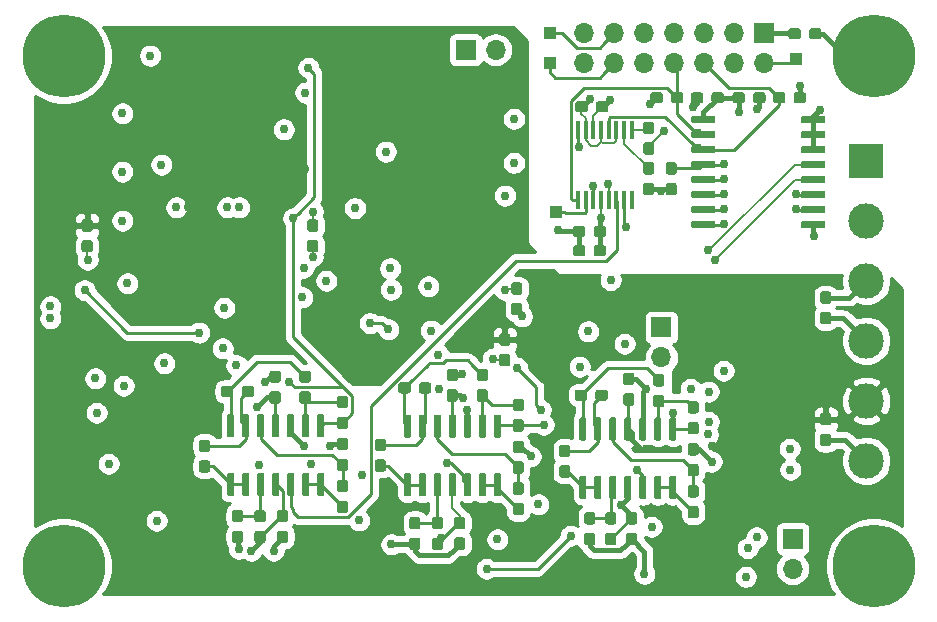
<source format=gbl>
G04 #@! TF.GenerationSoftware,KiCad,Pcbnew,(5.1.4)-1*
G04 #@! TF.CreationDate,2019-11-10T12:22:22-05:00*
G04 #@! TF.ProjectId,synth,73796e74-682e-46b6-9963-61645f706362,rev?*
G04 #@! TF.SameCoordinates,Original*
G04 #@! TF.FileFunction,Copper,L4,Bot*
G04 #@! TF.FilePolarity,Positive*
%FSLAX46Y46*%
G04 Gerber Fmt 4.6, Leading zero omitted, Abs format (unit mm)*
G04 Created by KiCad (PCBNEW (5.1.4)-1) date 2019-11-10 12:22:22*
%MOMM*%
%LPD*%
G04 APERTURE LIST*
%ADD10C,0.100000*%
%ADD11C,0.950000*%
%ADD12R,1.000000X1.000000*%
%ADD13C,7.000001*%
%ADD14O,1.700000X1.700000*%
%ADD15R,1.700000X1.700000*%
%ADD16C,0.600000*%
%ADD17R,0.450000X1.500000*%
%ADD18C,3.000000*%
%ADD19R,3.000000X3.000000*%
%ADD20C,0.762000*%
%ADD21C,0.381000*%
%ADD22C,0.203200*%
%ADD23C,0.250000*%
%ADD24C,0.254000*%
G04 APERTURE END LIST*
D10*
G36*
X210826779Y-115328144D02*
G01*
X210849834Y-115331563D01*
X210872443Y-115337227D01*
X210894387Y-115345079D01*
X210915457Y-115355044D01*
X210935448Y-115367026D01*
X210954168Y-115380910D01*
X210971438Y-115396562D01*
X210987090Y-115413832D01*
X211000974Y-115432552D01*
X211012956Y-115452543D01*
X211022921Y-115473613D01*
X211030773Y-115495557D01*
X211036437Y-115518166D01*
X211039856Y-115541221D01*
X211041000Y-115564500D01*
X211041000Y-116139500D01*
X211039856Y-116162779D01*
X211036437Y-116185834D01*
X211030773Y-116208443D01*
X211022921Y-116230387D01*
X211012956Y-116251457D01*
X211000974Y-116271448D01*
X210987090Y-116290168D01*
X210971438Y-116307438D01*
X210954168Y-116323090D01*
X210935448Y-116336974D01*
X210915457Y-116348956D01*
X210894387Y-116358921D01*
X210872443Y-116366773D01*
X210849834Y-116372437D01*
X210826779Y-116375856D01*
X210803500Y-116377000D01*
X210328500Y-116377000D01*
X210305221Y-116375856D01*
X210282166Y-116372437D01*
X210259557Y-116366773D01*
X210237613Y-116358921D01*
X210216543Y-116348956D01*
X210196552Y-116336974D01*
X210177832Y-116323090D01*
X210160562Y-116307438D01*
X210144910Y-116290168D01*
X210131026Y-116271448D01*
X210119044Y-116251457D01*
X210109079Y-116230387D01*
X210101227Y-116208443D01*
X210095563Y-116185834D01*
X210092144Y-116162779D01*
X210091000Y-116139500D01*
X210091000Y-115564500D01*
X210092144Y-115541221D01*
X210095563Y-115518166D01*
X210101227Y-115495557D01*
X210109079Y-115473613D01*
X210119044Y-115452543D01*
X210131026Y-115432552D01*
X210144910Y-115413832D01*
X210160562Y-115396562D01*
X210177832Y-115380910D01*
X210196552Y-115367026D01*
X210216543Y-115355044D01*
X210237613Y-115345079D01*
X210259557Y-115337227D01*
X210282166Y-115331563D01*
X210305221Y-115328144D01*
X210328500Y-115327000D01*
X210803500Y-115327000D01*
X210826779Y-115328144D01*
X210826779Y-115328144D01*
G37*
D11*
X210566000Y-115852000D03*
D10*
G36*
X210826779Y-117078144D02*
G01*
X210849834Y-117081563D01*
X210872443Y-117087227D01*
X210894387Y-117095079D01*
X210915457Y-117105044D01*
X210935448Y-117117026D01*
X210954168Y-117130910D01*
X210971438Y-117146562D01*
X210987090Y-117163832D01*
X211000974Y-117182552D01*
X211012956Y-117202543D01*
X211022921Y-117223613D01*
X211030773Y-117245557D01*
X211036437Y-117268166D01*
X211039856Y-117291221D01*
X211041000Y-117314500D01*
X211041000Y-117889500D01*
X211039856Y-117912779D01*
X211036437Y-117935834D01*
X211030773Y-117958443D01*
X211022921Y-117980387D01*
X211012956Y-118001457D01*
X211000974Y-118021448D01*
X210987090Y-118040168D01*
X210971438Y-118057438D01*
X210954168Y-118073090D01*
X210935448Y-118086974D01*
X210915457Y-118098956D01*
X210894387Y-118108921D01*
X210872443Y-118116773D01*
X210849834Y-118122437D01*
X210826779Y-118125856D01*
X210803500Y-118127000D01*
X210328500Y-118127000D01*
X210305221Y-118125856D01*
X210282166Y-118122437D01*
X210259557Y-118116773D01*
X210237613Y-118108921D01*
X210216543Y-118098956D01*
X210196552Y-118086974D01*
X210177832Y-118073090D01*
X210160562Y-118057438D01*
X210144910Y-118040168D01*
X210131026Y-118021448D01*
X210119044Y-118001457D01*
X210109079Y-117980387D01*
X210101227Y-117958443D01*
X210095563Y-117935834D01*
X210092144Y-117912779D01*
X210091000Y-117889500D01*
X210091000Y-117314500D01*
X210092144Y-117291221D01*
X210095563Y-117268166D01*
X210101227Y-117245557D01*
X210109079Y-117223613D01*
X210119044Y-117202543D01*
X210131026Y-117182552D01*
X210144910Y-117163832D01*
X210160562Y-117146562D01*
X210177832Y-117130910D01*
X210196552Y-117117026D01*
X210216543Y-117105044D01*
X210237613Y-117095079D01*
X210259557Y-117087227D01*
X210282166Y-117081563D01*
X210305221Y-117078144D01*
X210328500Y-117077000D01*
X210803500Y-117077000D01*
X210826779Y-117078144D01*
X210826779Y-117078144D01*
G37*
D11*
X210566000Y-117602000D03*
D10*
G36*
X208249179Y-82749244D02*
G01*
X208272234Y-82752663D01*
X208294843Y-82758327D01*
X208316787Y-82766179D01*
X208337857Y-82776144D01*
X208357848Y-82788126D01*
X208376568Y-82802010D01*
X208393838Y-82817662D01*
X208409490Y-82834932D01*
X208423374Y-82853652D01*
X208435356Y-82873643D01*
X208445321Y-82894713D01*
X208453173Y-82916657D01*
X208458837Y-82939266D01*
X208462256Y-82962321D01*
X208463400Y-82985600D01*
X208463400Y-83460600D01*
X208462256Y-83483879D01*
X208458837Y-83506934D01*
X208453173Y-83529543D01*
X208445321Y-83551487D01*
X208435356Y-83572557D01*
X208423374Y-83592548D01*
X208409490Y-83611268D01*
X208393838Y-83628538D01*
X208376568Y-83644190D01*
X208357848Y-83658074D01*
X208337857Y-83670056D01*
X208316787Y-83680021D01*
X208294843Y-83687873D01*
X208272234Y-83693537D01*
X208249179Y-83696956D01*
X208225900Y-83698100D01*
X207650900Y-83698100D01*
X207627621Y-83696956D01*
X207604566Y-83693537D01*
X207581957Y-83687873D01*
X207560013Y-83680021D01*
X207538943Y-83670056D01*
X207518952Y-83658074D01*
X207500232Y-83644190D01*
X207482962Y-83628538D01*
X207467310Y-83611268D01*
X207453426Y-83592548D01*
X207441444Y-83572557D01*
X207431479Y-83551487D01*
X207423627Y-83529543D01*
X207417963Y-83506934D01*
X207414544Y-83483879D01*
X207413400Y-83460600D01*
X207413400Y-82985600D01*
X207414544Y-82962321D01*
X207417963Y-82939266D01*
X207423627Y-82916657D01*
X207431479Y-82894713D01*
X207441444Y-82873643D01*
X207453426Y-82853652D01*
X207467310Y-82834932D01*
X207482962Y-82817662D01*
X207500232Y-82802010D01*
X207518952Y-82788126D01*
X207538943Y-82776144D01*
X207560013Y-82766179D01*
X207581957Y-82758327D01*
X207604566Y-82752663D01*
X207627621Y-82749244D01*
X207650900Y-82748100D01*
X208225900Y-82748100D01*
X208249179Y-82749244D01*
X208249179Y-82749244D01*
G37*
D11*
X207938400Y-83223100D03*
D10*
G36*
X209999179Y-82749244D02*
G01*
X210022234Y-82752663D01*
X210044843Y-82758327D01*
X210066787Y-82766179D01*
X210087857Y-82776144D01*
X210107848Y-82788126D01*
X210126568Y-82802010D01*
X210143838Y-82817662D01*
X210159490Y-82834932D01*
X210173374Y-82853652D01*
X210185356Y-82873643D01*
X210195321Y-82894713D01*
X210203173Y-82916657D01*
X210208837Y-82939266D01*
X210212256Y-82962321D01*
X210213400Y-82985600D01*
X210213400Y-83460600D01*
X210212256Y-83483879D01*
X210208837Y-83506934D01*
X210203173Y-83529543D01*
X210195321Y-83551487D01*
X210185356Y-83572557D01*
X210173374Y-83592548D01*
X210159490Y-83611268D01*
X210143838Y-83628538D01*
X210126568Y-83644190D01*
X210107848Y-83658074D01*
X210087857Y-83670056D01*
X210066787Y-83680021D01*
X210044843Y-83687873D01*
X210022234Y-83693537D01*
X209999179Y-83696956D01*
X209975900Y-83698100D01*
X209400900Y-83698100D01*
X209377621Y-83696956D01*
X209354566Y-83693537D01*
X209331957Y-83687873D01*
X209310013Y-83680021D01*
X209288943Y-83670056D01*
X209268952Y-83658074D01*
X209250232Y-83644190D01*
X209232962Y-83628538D01*
X209217310Y-83611268D01*
X209203426Y-83592548D01*
X209191444Y-83572557D01*
X209181479Y-83551487D01*
X209173627Y-83529543D01*
X209167963Y-83506934D01*
X209164544Y-83483879D01*
X209163400Y-83460600D01*
X209163400Y-82985600D01*
X209164544Y-82962321D01*
X209167963Y-82939266D01*
X209173627Y-82916657D01*
X209181479Y-82894713D01*
X209191444Y-82873643D01*
X209203426Y-82853652D01*
X209217310Y-82834932D01*
X209232962Y-82817662D01*
X209250232Y-82802010D01*
X209268952Y-82788126D01*
X209288943Y-82776144D01*
X209310013Y-82766179D01*
X209331957Y-82758327D01*
X209354566Y-82752663D01*
X209377621Y-82749244D01*
X209400900Y-82748100D01*
X209975900Y-82748100D01*
X209999179Y-82749244D01*
X209999179Y-82749244D01*
G37*
D11*
X209688400Y-83223100D03*
D10*
G36*
X210826779Y-105027144D02*
G01*
X210849834Y-105030563D01*
X210872443Y-105036227D01*
X210894387Y-105044079D01*
X210915457Y-105054044D01*
X210935448Y-105066026D01*
X210954168Y-105079910D01*
X210971438Y-105095562D01*
X210987090Y-105112832D01*
X211000974Y-105131552D01*
X211012956Y-105151543D01*
X211022921Y-105172613D01*
X211030773Y-105194557D01*
X211036437Y-105217166D01*
X211039856Y-105240221D01*
X211041000Y-105263500D01*
X211041000Y-105838500D01*
X211039856Y-105861779D01*
X211036437Y-105884834D01*
X211030773Y-105907443D01*
X211022921Y-105929387D01*
X211012956Y-105950457D01*
X211000974Y-105970448D01*
X210987090Y-105989168D01*
X210971438Y-106006438D01*
X210954168Y-106022090D01*
X210935448Y-106035974D01*
X210915457Y-106047956D01*
X210894387Y-106057921D01*
X210872443Y-106065773D01*
X210849834Y-106071437D01*
X210826779Y-106074856D01*
X210803500Y-106076000D01*
X210328500Y-106076000D01*
X210305221Y-106074856D01*
X210282166Y-106071437D01*
X210259557Y-106065773D01*
X210237613Y-106057921D01*
X210216543Y-106047956D01*
X210196552Y-106035974D01*
X210177832Y-106022090D01*
X210160562Y-106006438D01*
X210144910Y-105989168D01*
X210131026Y-105970448D01*
X210119044Y-105950457D01*
X210109079Y-105929387D01*
X210101227Y-105907443D01*
X210095563Y-105884834D01*
X210092144Y-105861779D01*
X210091000Y-105838500D01*
X210091000Y-105263500D01*
X210092144Y-105240221D01*
X210095563Y-105217166D01*
X210101227Y-105194557D01*
X210109079Y-105172613D01*
X210119044Y-105151543D01*
X210131026Y-105131552D01*
X210144910Y-105112832D01*
X210160562Y-105095562D01*
X210177832Y-105079910D01*
X210196552Y-105066026D01*
X210216543Y-105054044D01*
X210237613Y-105044079D01*
X210259557Y-105036227D01*
X210282166Y-105030563D01*
X210305221Y-105027144D01*
X210328500Y-105026000D01*
X210803500Y-105026000D01*
X210826779Y-105027144D01*
X210826779Y-105027144D01*
G37*
D11*
X210566000Y-105551000D03*
D10*
G36*
X210826779Y-106777144D02*
G01*
X210849834Y-106780563D01*
X210872443Y-106786227D01*
X210894387Y-106794079D01*
X210915457Y-106804044D01*
X210935448Y-106816026D01*
X210954168Y-106829910D01*
X210971438Y-106845562D01*
X210987090Y-106862832D01*
X211000974Y-106881552D01*
X211012956Y-106901543D01*
X211022921Y-106922613D01*
X211030773Y-106944557D01*
X211036437Y-106967166D01*
X211039856Y-106990221D01*
X211041000Y-107013500D01*
X211041000Y-107588500D01*
X211039856Y-107611779D01*
X211036437Y-107634834D01*
X211030773Y-107657443D01*
X211022921Y-107679387D01*
X211012956Y-107700457D01*
X211000974Y-107720448D01*
X210987090Y-107739168D01*
X210971438Y-107756438D01*
X210954168Y-107772090D01*
X210935448Y-107785974D01*
X210915457Y-107797956D01*
X210894387Y-107807921D01*
X210872443Y-107815773D01*
X210849834Y-107821437D01*
X210826779Y-107824856D01*
X210803500Y-107826000D01*
X210328500Y-107826000D01*
X210305221Y-107824856D01*
X210282166Y-107821437D01*
X210259557Y-107815773D01*
X210237613Y-107807921D01*
X210216543Y-107797956D01*
X210196552Y-107785974D01*
X210177832Y-107772090D01*
X210160562Y-107756438D01*
X210144910Y-107739168D01*
X210131026Y-107720448D01*
X210119044Y-107700457D01*
X210109079Y-107679387D01*
X210101227Y-107657443D01*
X210095563Y-107634834D01*
X210092144Y-107611779D01*
X210091000Y-107588500D01*
X210091000Y-107013500D01*
X210092144Y-106990221D01*
X210095563Y-106967166D01*
X210101227Y-106944557D01*
X210109079Y-106922613D01*
X210119044Y-106901543D01*
X210131026Y-106881552D01*
X210144910Y-106862832D01*
X210160562Y-106845562D01*
X210177832Y-106829910D01*
X210196552Y-106816026D01*
X210216543Y-106804044D01*
X210237613Y-106794079D01*
X210259557Y-106786227D01*
X210282166Y-106780563D01*
X210305221Y-106777144D01*
X210328500Y-106776000D01*
X210803500Y-106776000D01*
X210826779Y-106777144D01*
X210826779Y-106777144D01*
G37*
D11*
X210566000Y-107301000D03*
D12*
X187706000Y-98298000D03*
X187198000Y-83172300D03*
X208038700Y-85344000D03*
X187198000Y-85725000D03*
D13*
X146050000Y-128270000D03*
X146050000Y-85090000D03*
X214630000Y-128270000D03*
D14*
X182626000Y-84582000D03*
D15*
X180086000Y-84582000D03*
D14*
X207772000Y-128524000D03*
D15*
X207772000Y-125984000D03*
D14*
X196646800Y-110617000D03*
D15*
X196646800Y-108077000D03*
D13*
X214630000Y-85090000D03*
D10*
G36*
X201090703Y-90188222D02*
G01*
X201105264Y-90190382D01*
X201119543Y-90193959D01*
X201133403Y-90198918D01*
X201146710Y-90205212D01*
X201159336Y-90212780D01*
X201171159Y-90221548D01*
X201182066Y-90231434D01*
X201191952Y-90242341D01*
X201200720Y-90254164D01*
X201208288Y-90266790D01*
X201214582Y-90280097D01*
X201219541Y-90293957D01*
X201223118Y-90308236D01*
X201225278Y-90322797D01*
X201226000Y-90337500D01*
X201226000Y-90637500D01*
X201225278Y-90652203D01*
X201223118Y-90666764D01*
X201219541Y-90681043D01*
X201214582Y-90694903D01*
X201208288Y-90708210D01*
X201200720Y-90720836D01*
X201191952Y-90732659D01*
X201182066Y-90743566D01*
X201171159Y-90753452D01*
X201159336Y-90762220D01*
X201146710Y-90769788D01*
X201133403Y-90776082D01*
X201119543Y-90781041D01*
X201105264Y-90784618D01*
X201090703Y-90786778D01*
X201076000Y-90787500D01*
X199326000Y-90787500D01*
X199311297Y-90786778D01*
X199296736Y-90784618D01*
X199282457Y-90781041D01*
X199268597Y-90776082D01*
X199255290Y-90769788D01*
X199242664Y-90762220D01*
X199230841Y-90753452D01*
X199219934Y-90743566D01*
X199210048Y-90732659D01*
X199201280Y-90720836D01*
X199193712Y-90708210D01*
X199187418Y-90694903D01*
X199182459Y-90681043D01*
X199178882Y-90666764D01*
X199176722Y-90652203D01*
X199176000Y-90637500D01*
X199176000Y-90337500D01*
X199176722Y-90322797D01*
X199178882Y-90308236D01*
X199182459Y-90293957D01*
X199187418Y-90280097D01*
X199193712Y-90266790D01*
X199201280Y-90254164D01*
X199210048Y-90242341D01*
X199219934Y-90231434D01*
X199230841Y-90221548D01*
X199242664Y-90212780D01*
X199255290Y-90205212D01*
X199268597Y-90198918D01*
X199282457Y-90193959D01*
X199296736Y-90190382D01*
X199311297Y-90188222D01*
X199326000Y-90187500D01*
X201076000Y-90187500D01*
X201090703Y-90188222D01*
X201090703Y-90188222D01*
G37*
D16*
X200201000Y-90487500D03*
D10*
G36*
X201090703Y-91458222D02*
G01*
X201105264Y-91460382D01*
X201119543Y-91463959D01*
X201133403Y-91468918D01*
X201146710Y-91475212D01*
X201159336Y-91482780D01*
X201171159Y-91491548D01*
X201182066Y-91501434D01*
X201191952Y-91512341D01*
X201200720Y-91524164D01*
X201208288Y-91536790D01*
X201214582Y-91550097D01*
X201219541Y-91563957D01*
X201223118Y-91578236D01*
X201225278Y-91592797D01*
X201226000Y-91607500D01*
X201226000Y-91907500D01*
X201225278Y-91922203D01*
X201223118Y-91936764D01*
X201219541Y-91951043D01*
X201214582Y-91964903D01*
X201208288Y-91978210D01*
X201200720Y-91990836D01*
X201191952Y-92002659D01*
X201182066Y-92013566D01*
X201171159Y-92023452D01*
X201159336Y-92032220D01*
X201146710Y-92039788D01*
X201133403Y-92046082D01*
X201119543Y-92051041D01*
X201105264Y-92054618D01*
X201090703Y-92056778D01*
X201076000Y-92057500D01*
X199326000Y-92057500D01*
X199311297Y-92056778D01*
X199296736Y-92054618D01*
X199282457Y-92051041D01*
X199268597Y-92046082D01*
X199255290Y-92039788D01*
X199242664Y-92032220D01*
X199230841Y-92023452D01*
X199219934Y-92013566D01*
X199210048Y-92002659D01*
X199201280Y-91990836D01*
X199193712Y-91978210D01*
X199187418Y-91964903D01*
X199182459Y-91951043D01*
X199178882Y-91936764D01*
X199176722Y-91922203D01*
X199176000Y-91907500D01*
X199176000Y-91607500D01*
X199176722Y-91592797D01*
X199178882Y-91578236D01*
X199182459Y-91563957D01*
X199187418Y-91550097D01*
X199193712Y-91536790D01*
X199201280Y-91524164D01*
X199210048Y-91512341D01*
X199219934Y-91501434D01*
X199230841Y-91491548D01*
X199242664Y-91482780D01*
X199255290Y-91475212D01*
X199268597Y-91468918D01*
X199282457Y-91463959D01*
X199296736Y-91460382D01*
X199311297Y-91458222D01*
X199326000Y-91457500D01*
X201076000Y-91457500D01*
X201090703Y-91458222D01*
X201090703Y-91458222D01*
G37*
D16*
X200201000Y-91757500D03*
D10*
G36*
X201090703Y-92728222D02*
G01*
X201105264Y-92730382D01*
X201119543Y-92733959D01*
X201133403Y-92738918D01*
X201146710Y-92745212D01*
X201159336Y-92752780D01*
X201171159Y-92761548D01*
X201182066Y-92771434D01*
X201191952Y-92782341D01*
X201200720Y-92794164D01*
X201208288Y-92806790D01*
X201214582Y-92820097D01*
X201219541Y-92833957D01*
X201223118Y-92848236D01*
X201225278Y-92862797D01*
X201226000Y-92877500D01*
X201226000Y-93177500D01*
X201225278Y-93192203D01*
X201223118Y-93206764D01*
X201219541Y-93221043D01*
X201214582Y-93234903D01*
X201208288Y-93248210D01*
X201200720Y-93260836D01*
X201191952Y-93272659D01*
X201182066Y-93283566D01*
X201171159Y-93293452D01*
X201159336Y-93302220D01*
X201146710Y-93309788D01*
X201133403Y-93316082D01*
X201119543Y-93321041D01*
X201105264Y-93324618D01*
X201090703Y-93326778D01*
X201076000Y-93327500D01*
X199326000Y-93327500D01*
X199311297Y-93326778D01*
X199296736Y-93324618D01*
X199282457Y-93321041D01*
X199268597Y-93316082D01*
X199255290Y-93309788D01*
X199242664Y-93302220D01*
X199230841Y-93293452D01*
X199219934Y-93283566D01*
X199210048Y-93272659D01*
X199201280Y-93260836D01*
X199193712Y-93248210D01*
X199187418Y-93234903D01*
X199182459Y-93221043D01*
X199178882Y-93206764D01*
X199176722Y-93192203D01*
X199176000Y-93177500D01*
X199176000Y-92877500D01*
X199176722Y-92862797D01*
X199178882Y-92848236D01*
X199182459Y-92833957D01*
X199187418Y-92820097D01*
X199193712Y-92806790D01*
X199201280Y-92794164D01*
X199210048Y-92782341D01*
X199219934Y-92771434D01*
X199230841Y-92761548D01*
X199242664Y-92752780D01*
X199255290Y-92745212D01*
X199268597Y-92738918D01*
X199282457Y-92733959D01*
X199296736Y-92730382D01*
X199311297Y-92728222D01*
X199326000Y-92727500D01*
X201076000Y-92727500D01*
X201090703Y-92728222D01*
X201090703Y-92728222D01*
G37*
D16*
X200201000Y-93027500D03*
D10*
G36*
X201090703Y-93998222D02*
G01*
X201105264Y-94000382D01*
X201119543Y-94003959D01*
X201133403Y-94008918D01*
X201146710Y-94015212D01*
X201159336Y-94022780D01*
X201171159Y-94031548D01*
X201182066Y-94041434D01*
X201191952Y-94052341D01*
X201200720Y-94064164D01*
X201208288Y-94076790D01*
X201214582Y-94090097D01*
X201219541Y-94103957D01*
X201223118Y-94118236D01*
X201225278Y-94132797D01*
X201226000Y-94147500D01*
X201226000Y-94447500D01*
X201225278Y-94462203D01*
X201223118Y-94476764D01*
X201219541Y-94491043D01*
X201214582Y-94504903D01*
X201208288Y-94518210D01*
X201200720Y-94530836D01*
X201191952Y-94542659D01*
X201182066Y-94553566D01*
X201171159Y-94563452D01*
X201159336Y-94572220D01*
X201146710Y-94579788D01*
X201133403Y-94586082D01*
X201119543Y-94591041D01*
X201105264Y-94594618D01*
X201090703Y-94596778D01*
X201076000Y-94597500D01*
X199326000Y-94597500D01*
X199311297Y-94596778D01*
X199296736Y-94594618D01*
X199282457Y-94591041D01*
X199268597Y-94586082D01*
X199255290Y-94579788D01*
X199242664Y-94572220D01*
X199230841Y-94563452D01*
X199219934Y-94553566D01*
X199210048Y-94542659D01*
X199201280Y-94530836D01*
X199193712Y-94518210D01*
X199187418Y-94504903D01*
X199182459Y-94491043D01*
X199178882Y-94476764D01*
X199176722Y-94462203D01*
X199176000Y-94447500D01*
X199176000Y-94147500D01*
X199176722Y-94132797D01*
X199178882Y-94118236D01*
X199182459Y-94103957D01*
X199187418Y-94090097D01*
X199193712Y-94076790D01*
X199201280Y-94064164D01*
X199210048Y-94052341D01*
X199219934Y-94041434D01*
X199230841Y-94031548D01*
X199242664Y-94022780D01*
X199255290Y-94015212D01*
X199268597Y-94008918D01*
X199282457Y-94003959D01*
X199296736Y-94000382D01*
X199311297Y-93998222D01*
X199326000Y-93997500D01*
X201076000Y-93997500D01*
X201090703Y-93998222D01*
X201090703Y-93998222D01*
G37*
D16*
X200201000Y-94297500D03*
D10*
G36*
X201090703Y-95268222D02*
G01*
X201105264Y-95270382D01*
X201119543Y-95273959D01*
X201133403Y-95278918D01*
X201146710Y-95285212D01*
X201159336Y-95292780D01*
X201171159Y-95301548D01*
X201182066Y-95311434D01*
X201191952Y-95322341D01*
X201200720Y-95334164D01*
X201208288Y-95346790D01*
X201214582Y-95360097D01*
X201219541Y-95373957D01*
X201223118Y-95388236D01*
X201225278Y-95402797D01*
X201226000Y-95417500D01*
X201226000Y-95717500D01*
X201225278Y-95732203D01*
X201223118Y-95746764D01*
X201219541Y-95761043D01*
X201214582Y-95774903D01*
X201208288Y-95788210D01*
X201200720Y-95800836D01*
X201191952Y-95812659D01*
X201182066Y-95823566D01*
X201171159Y-95833452D01*
X201159336Y-95842220D01*
X201146710Y-95849788D01*
X201133403Y-95856082D01*
X201119543Y-95861041D01*
X201105264Y-95864618D01*
X201090703Y-95866778D01*
X201076000Y-95867500D01*
X199326000Y-95867500D01*
X199311297Y-95866778D01*
X199296736Y-95864618D01*
X199282457Y-95861041D01*
X199268597Y-95856082D01*
X199255290Y-95849788D01*
X199242664Y-95842220D01*
X199230841Y-95833452D01*
X199219934Y-95823566D01*
X199210048Y-95812659D01*
X199201280Y-95800836D01*
X199193712Y-95788210D01*
X199187418Y-95774903D01*
X199182459Y-95761043D01*
X199178882Y-95746764D01*
X199176722Y-95732203D01*
X199176000Y-95717500D01*
X199176000Y-95417500D01*
X199176722Y-95402797D01*
X199178882Y-95388236D01*
X199182459Y-95373957D01*
X199187418Y-95360097D01*
X199193712Y-95346790D01*
X199201280Y-95334164D01*
X199210048Y-95322341D01*
X199219934Y-95311434D01*
X199230841Y-95301548D01*
X199242664Y-95292780D01*
X199255290Y-95285212D01*
X199268597Y-95278918D01*
X199282457Y-95273959D01*
X199296736Y-95270382D01*
X199311297Y-95268222D01*
X199326000Y-95267500D01*
X201076000Y-95267500D01*
X201090703Y-95268222D01*
X201090703Y-95268222D01*
G37*
D16*
X200201000Y-95567500D03*
D10*
G36*
X201090703Y-96538222D02*
G01*
X201105264Y-96540382D01*
X201119543Y-96543959D01*
X201133403Y-96548918D01*
X201146710Y-96555212D01*
X201159336Y-96562780D01*
X201171159Y-96571548D01*
X201182066Y-96581434D01*
X201191952Y-96592341D01*
X201200720Y-96604164D01*
X201208288Y-96616790D01*
X201214582Y-96630097D01*
X201219541Y-96643957D01*
X201223118Y-96658236D01*
X201225278Y-96672797D01*
X201226000Y-96687500D01*
X201226000Y-96987500D01*
X201225278Y-97002203D01*
X201223118Y-97016764D01*
X201219541Y-97031043D01*
X201214582Y-97044903D01*
X201208288Y-97058210D01*
X201200720Y-97070836D01*
X201191952Y-97082659D01*
X201182066Y-97093566D01*
X201171159Y-97103452D01*
X201159336Y-97112220D01*
X201146710Y-97119788D01*
X201133403Y-97126082D01*
X201119543Y-97131041D01*
X201105264Y-97134618D01*
X201090703Y-97136778D01*
X201076000Y-97137500D01*
X199326000Y-97137500D01*
X199311297Y-97136778D01*
X199296736Y-97134618D01*
X199282457Y-97131041D01*
X199268597Y-97126082D01*
X199255290Y-97119788D01*
X199242664Y-97112220D01*
X199230841Y-97103452D01*
X199219934Y-97093566D01*
X199210048Y-97082659D01*
X199201280Y-97070836D01*
X199193712Y-97058210D01*
X199187418Y-97044903D01*
X199182459Y-97031043D01*
X199178882Y-97016764D01*
X199176722Y-97002203D01*
X199176000Y-96987500D01*
X199176000Y-96687500D01*
X199176722Y-96672797D01*
X199178882Y-96658236D01*
X199182459Y-96643957D01*
X199187418Y-96630097D01*
X199193712Y-96616790D01*
X199201280Y-96604164D01*
X199210048Y-96592341D01*
X199219934Y-96581434D01*
X199230841Y-96571548D01*
X199242664Y-96562780D01*
X199255290Y-96555212D01*
X199268597Y-96548918D01*
X199282457Y-96543959D01*
X199296736Y-96540382D01*
X199311297Y-96538222D01*
X199326000Y-96537500D01*
X201076000Y-96537500D01*
X201090703Y-96538222D01*
X201090703Y-96538222D01*
G37*
D16*
X200201000Y-96837500D03*
D10*
G36*
X201090703Y-97808222D02*
G01*
X201105264Y-97810382D01*
X201119543Y-97813959D01*
X201133403Y-97818918D01*
X201146710Y-97825212D01*
X201159336Y-97832780D01*
X201171159Y-97841548D01*
X201182066Y-97851434D01*
X201191952Y-97862341D01*
X201200720Y-97874164D01*
X201208288Y-97886790D01*
X201214582Y-97900097D01*
X201219541Y-97913957D01*
X201223118Y-97928236D01*
X201225278Y-97942797D01*
X201226000Y-97957500D01*
X201226000Y-98257500D01*
X201225278Y-98272203D01*
X201223118Y-98286764D01*
X201219541Y-98301043D01*
X201214582Y-98314903D01*
X201208288Y-98328210D01*
X201200720Y-98340836D01*
X201191952Y-98352659D01*
X201182066Y-98363566D01*
X201171159Y-98373452D01*
X201159336Y-98382220D01*
X201146710Y-98389788D01*
X201133403Y-98396082D01*
X201119543Y-98401041D01*
X201105264Y-98404618D01*
X201090703Y-98406778D01*
X201076000Y-98407500D01*
X199326000Y-98407500D01*
X199311297Y-98406778D01*
X199296736Y-98404618D01*
X199282457Y-98401041D01*
X199268597Y-98396082D01*
X199255290Y-98389788D01*
X199242664Y-98382220D01*
X199230841Y-98373452D01*
X199219934Y-98363566D01*
X199210048Y-98352659D01*
X199201280Y-98340836D01*
X199193712Y-98328210D01*
X199187418Y-98314903D01*
X199182459Y-98301043D01*
X199178882Y-98286764D01*
X199176722Y-98272203D01*
X199176000Y-98257500D01*
X199176000Y-97957500D01*
X199176722Y-97942797D01*
X199178882Y-97928236D01*
X199182459Y-97913957D01*
X199187418Y-97900097D01*
X199193712Y-97886790D01*
X199201280Y-97874164D01*
X199210048Y-97862341D01*
X199219934Y-97851434D01*
X199230841Y-97841548D01*
X199242664Y-97832780D01*
X199255290Y-97825212D01*
X199268597Y-97818918D01*
X199282457Y-97813959D01*
X199296736Y-97810382D01*
X199311297Y-97808222D01*
X199326000Y-97807500D01*
X201076000Y-97807500D01*
X201090703Y-97808222D01*
X201090703Y-97808222D01*
G37*
D16*
X200201000Y-98107500D03*
D10*
G36*
X201090703Y-99078222D02*
G01*
X201105264Y-99080382D01*
X201119543Y-99083959D01*
X201133403Y-99088918D01*
X201146710Y-99095212D01*
X201159336Y-99102780D01*
X201171159Y-99111548D01*
X201182066Y-99121434D01*
X201191952Y-99132341D01*
X201200720Y-99144164D01*
X201208288Y-99156790D01*
X201214582Y-99170097D01*
X201219541Y-99183957D01*
X201223118Y-99198236D01*
X201225278Y-99212797D01*
X201226000Y-99227500D01*
X201226000Y-99527500D01*
X201225278Y-99542203D01*
X201223118Y-99556764D01*
X201219541Y-99571043D01*
X201214582Y-99584903D01*
X201208288Y-99598210D01*
X201200720Y-99610836D01*
X201191952Y-99622659D01*
X201182066Y-99633566D01*
X201171159Y-99643452D01*
X201159336Y-99652220D01*
X201146710Y-99659788D01*
X201133403Y-99666082D01*
X201119543Y-99671041D01*
X201105264Y-99674618D01*
X201090703Y-99676778D01*
X201076000Y-99677500D01*
X199326000Y-99677500D01*
X199311297Y-99676778D01*
X199296736Y-99674618D01*
X199282457Y-99671041D01*
X199268597Y-99666082D01*
X199255290Y-99659788D01*
X199242664Y-99652220D01*
X199230841Y-99643452D01*
X199219934Y-99633566D01*
X199210048Y-99622659D01*
X199201280Y-99610836D01*
X199193712Y-99598210D01*
X199187418Y-99584903D01*
X199182459Y-99571043D01*
X199178882Y-99556764D01*
X199176722Y-99542203D01*
X199176000Y-99527500D01*
X199176000Y-99227500D01*
X199176722Y-99212797D01*
X199178882Y-99198236D01*
X199182459Y-99183957D01*
X199187418Y-99170097D01*
X199193712Y-99156790D01*
X199201280Y-99144164D01*
X199210048Y-99132341D01*
X199219934Y-99121434D01*
X199230841Y-99111548D01*
X199242664Y-99102780D01*
X199255290Y-99095212D01*
X199268597Y-99088918D01*
X199282457Y-99083959D01*
X199296736Y-99080382D01*
X199311297Y-99078222D01*
X199326000Y-99077500D01*
X201076000Y-99077500D01*
X201090703Y-99078222D01*
X201090703Y-99078222D01*
G37*
D16*
X200201000Y-99377500D03*
D10*
G36*
X210390703Y-99078222D02*
G01*
X210405264Y-99080382D01*
X210419543Y-99083959D01*
X210433403Y-99088918D01*
X210446710Y-99095212D01*
X210459336Y-99102780D01*
X210471159Y-99111548D01*
X210482066Y-99121434D01*
X210491952Y-99132341D01*
X210500720Y-99144164D01*
X210508288Y-99156790D01*
X210514582Y-99170097D01*
X210519541Y-99183957D01*
X210523118Y-99198236D01*
X210525278Y-99212797D01*
X210526000Y-99227500D01*
X210526000Y-99527500D01*
X210525278Y-99542203D01*
X210523118Y-99556764D01*
X210519541Y-99571043D01*
X210514582Y-99584903D01*
X210508288Y-99598210D01*
X210500720Y-99610836D01*
X210491952Y-99622659D01*
X210482066Y-99633566D01*
X210471159Y-99643452D01*
X210459336Y-99652220D01*
X210446710Y-99659788D01*
X210433403Y-99666082D01*
X210419543Y-99671041D01*
X210405264Y-99674618D01*
X210390703Y-99676778D01*
X210376000Y-99677500D01*
X208626000Y-99677500D01*
X208611297Y-99676778D01*
X208596736Y-99674618D01*
X208582457Y-99671041D01*
X208568597Y-99666082D01*
X208555290Y-99659788D01*
X208542664Y-99652220D01*
X208530841Y-99643452D01*
X208519934Y-99633566D01*
X208510048Y-99622659D01*
X208501280Y-99610836D01*
X208493712Y-99598210D01*
X208487418Y-99584903D01*
X208482459Y-99571043D01*
X208478882Y-99556764D01*
X208476722Y-99542203D01*
X208476000Y-99527500D01*
X208476000Y-99227500D01*
X208476722Y-99212797D01*
X208478882Y-99198236D01*
X208482459Y-99183957D01*
X208487418Y-99170097D01*
X208493712Y-99156790D01*
X208501280Y-99144164D01*
X208510048Y-99132341D01*
X208519934Y-99121434D01*
X208530841Y-99111548D01*
X208542664Y-99102780D01*
X208555290Y-99095212D01*
X208568597Y-99088918D01*
X208582457Y-99083959D01*
X208596736Y-99080382D01*
X208611297Y-99078222D01*
X208626000Y-99077500D01*
X210376000Y-99077500D01*
X210390703Y-99078222D01*
X210390703Y-99078222D01*
G37*
D16*
X209501000Y-99377500D03*
D10*
G36*
X210390703Y-97808222D02*
G01*
X210405264Y-97810382D01*
X210419543Y-97813959D01*
X210433403Y-97818918D01*
X210446710Y-97825212D01*
X210459336Y-97832780D01*
X210471159Y-97841548D01*
X210482066Y-97851434D01*
X210491952Y-97862341D01*
X210500720Y-97874164D01*
X210508288Y-97886790D01*
X210514582Y-97900097D01*
X210519541Y-97913957D01*
X210523118Y-97928236D01*
X210525278Y-97942797D01*
X210526000Y-97957500D01*
X210526000Y-98257500D01*
X210525278Y-98272203D01*
X210523118Y-98286764D01*
X210519541Y-98301043D01*
X210514582Y-98314903D01*
X210508288Y-98328210D01*
X210500720Y-98340836D01*
X210491952Y-98352659D01*
X210482066Y-98363566D01*
X210471159Y-98373452D01*
X210459336Y-98382220D01*
X210446710Y-98389788D01*
X210433403Y-98396082D01*
X210419543Y-98401041D01*
X210405264Y-98404618D01*
X210390703Y-98406778D01*
X210376000Y-98407500D01*
X208626000Y-98407500D01*
X208611297Y-98406778D01*
X208596736Y-98404618D01*
X208582457Y-98401041D01*
X208568597Y-98396082D01*
X208555290Y-98389788D01*
X208542664Y-98382220D01*
X208530841Y-98373452D01*
X208519934Y-98363566D01*
X208510048Y-98352659D01*
X208501280Y-98340836D01*
X208493712Y-98328210D01*
X208487418Y-98314903D01*
X208482459Y-98301043D01*
X208478882Y-98286764D01*
X208476722Y-98272203D01*
X208476000Y-98257500D01*
X208476000Y-97957500D01*
X208476722Y-97942797D01*
X208478882Y-97928236D01*
X208482459Y-97913957D01*
X208487418Y-97900097D01*
X208493712Y-97886790D01*
X208501280Y-97874164D01*
X208510048Y-97862341D01*
X208519934Y-97851434D01*
X208530841Y-97841548D01*
X208542664Y-97832780D01*
X208555290Y-97825212D01*
X208568597Y-97818918D01*
X208582457Y-97813959D01*
X208596736Y-97810382D01*
X208611297Y-97808222D01*
X208626000Y-97807500D01*
X210376000Y-97807500D01*
X210390703Y-97808222D01*
X210390703Y-97808222D01*
G37*
D16*
X209501000Y-98107500D03*
D10*
G36*
X210390703Y-96538222D02*
G01*
X210405264Y-96540382D01*
X210419543Y-96543959D01*
X210433403Y-96548918D01*
X210446710Y-96555212D01*
X210459336Y-96562780D01*
X210471159Y-96571548D01*
X210482066Y-96581434D01*
X210491952Y-96592341D01*
X210500720Y-96604164D01*
X210508288Y-96616790D01*
X210514582Y-96630097D01*
X210519541Y-96643957D01*
X210523118Y-96658236D01*
X210525278Y-96672797D01*
X210526000Y-96687500D01*
X210526000Y-96987500D01*
X210525278Y-97002203D01*
X210523118Y-97016764D01*
X210519541Y-97031043D01*
X210514582Y-97044903D01*
X210508288Y-97058210D01*
X210500720Y-97070836D01*
X210491952Y-97082659D01*
X210482066Y-97093566D01*
X210471159Y-97103452D01*
X210459336Y-97112220D01*
X210446710Y-97119788D01*
X210433403Y-97126082D01*
X210419543Y-97131041D01*
X210405264Y-97134618D01*
X210390703Y-97136778D01*
X210376000Y-97137500D01*
X208626000Y-97137500D01*
X208611297Y-97136778D01*
X208596736Y-97134618D01*
X208582457Y-97131041D01*
X208568597Y-97126082D01*
X208555290Y-97119788D01*
X208542664Y-97112220D01*
X208530841Y-97103452D01*
X208519934Y-97093566D01*
X208510048Y-97082659D01*
X208501280Y-97070836D01*
X208493712Y-97058210D01*
X208487418Y-97044903D01*
X208482459Y-97031043D01*
X208478882Y-97016764D01*
X208476722Y-97002203D01*
X208476000Y-96987500D01*
X208476000Y-96687500D01*
X208476722Y-96672797D01*
X208478882Y-96658236D01*
X208482459Y-96643957D01*
X208487418Y-96630097D01*
X208493712Y-96616790D01*
X208501280Y-96604164D01*
X208510048Y-96592341D01*
X208519934Y-96581434D01*
X208530841Y-96571548D01*
X208542664Y-96562780D01*
X208555290Y-96555212D01*
X208568597Y-96548918D01*
X208582457Y-96543959D01*
X208596736Y-96540382D01*
X208611297Y-96538222D01*
X208626000Y-96537500D01*
X210376000Y-96537500D01*
X210390703Y-96538222D01*
X210390703Y-96538222D01*
G37*
D16*
X209501000Y-96837500D03*
D10*
G36*
X210390703Y-95268222D02*
G01*
X210405264Y-95270382D01*
X210419543Y-95273959D01*
X210433403Y-95278918D01*
X210446710Y-95285212D01*
X210459336Y-95292780D01*
X210471159Y-95301548D01*
X210482066Y-95311434D01*
X210491952Y-95322341D01*
X210500720Y-95334164D01*
X210508288Y-95346790D01*
X210514582Y-95360097D01*
X210519541Y-95373957D01*
X210523118Y-95388236D01*
X210525278Y-95402797D01*
X210526000Y-95417500D01*
X210526000Y-95717500D01*
X210525278Y-95732203D01*
X210523118Y-95746764D01*
X210519541Y-95761043D01*
X210514582Y-95774903D01*
X210508288Y-95788210D01*
X210500720Y-95800836D01*
X210491952Y-95812659D01*
X210482066Y-95823566D01*
X210471159Y-95833452D01*
X210459336Y-95842220D01*
X210446710Y-95849788D01*
X210433403Y-95856082D01*
X210419543Y-95861041D01*
X210405264Y-95864618D01*
X210390703Y-95866778D01*
X210376000Y-95867500D01*
X208626000Y-95867500D01*
X208611297Y-95866778D01*
X208596736Y-95864618D01*
X208582457Y-95861041D01*
X208568597Y-95856082D01*
X208555290Y-95849788D01*
X208542664Y-95842220D01*
X208530841Y-95833452D01*
X208519934Y-95823566D01*
X208510048Y-95812659D01*
X208501280Y-95800836D01*
X208493712Y-95788210D01*
X208487418Y-95774903D01*
X208482459Y-95761043D01*
X208478882Y-95746764D01*
X208476722Y-95732203D01*
X208476000Y-95717500D01*
X208476000Y-95417500D01*
X208476722Y-95402797D01*
X208478882Y-95388236D01*
X208482459Y-95373957D01*
X208487418Y-95360097D01*
X208493712Y-95346790D01*
X208501280Y-95334164D01*
X208510048Y-95322341D01*
X208519934Y-95311434D01*
X208530841Y-95301548D01*
X208542664Y-95292780D01*
X208555290Y-95285212D01*
X208568597Y-95278918D01*
X208582457Y-95273959D01*
X208596736Y-95270382D01*
X208611297Y-95268222D01*
X208626000Y-95267500D01*
X210376000Y-95267500D01*
X210390703Y-95268222D01*
X210390703Y-95268222D01*
G37*
D16*
X209501000Y-95567500D03*
D10*
G36*
X210390703Y-93998222D02*
G01*
X210405264Y-94000382D01*
X210419543Y-94003959D01*
X210433403Y-94008918D01*
X210446710Y-94015212D01*
X210459336Y-94022780D01*
X210471159Y-94031548D01*
X210482066Y-94041434D01*
X210491952Y-94052341D01*
X210500720Y-94064164D01*
X210508288Y-94076790D01*
X210514582Y-94090097D01*
X210519541Y-94103957D01*
X210523118Y-94118236D01*
X210525278Y-94132797D01*
X210526000Y-94147500D01*
X210526000Y-94447500D01*
X210525278Y-94462203D01*
X210523118Y-94476764D01*
X210519541Y-94491043D01*
X210514582Y-94504903D01*
X210508288Y-94518210D01*
X210500720Y-94530836D01*
X210491952Y-94542659D01*
X210482066Y-94553566D01*
X210471159Y-94563452D01*
X210459336Y-94572220D01*
X210446710Y-94579788D01*
X210433403Y-94586082D01*
X210419543Y-94591041D01*
X210405264Y-94594618D01*
X210390703Y-94596778D01*
X210376000Y-94597500D01*
X208626000Y-94597500D01*
X208611297Y-94596778D01*
X208596736Y-94594618D01*
X208582457Y-94591041D01*
X208568597Y-94586082D01*
X208555290Y-94579788D01*
X208542664Y-94572220D01*
X208530841Y-94563452D01*
X208519934Y-94553566D01*
X208510048Y-94542659D01*
X208501280Y-94530836D01*
X208493712Y-94518210D01*
X208487418Y-94504903D01*
X208482459Y-94491043D01*
X208478882Y-94476764D01*
X208476722Y-94462203D01*
X208476000Y-94447500D01*
X208476000Y-94147500D01*
X208476722Y-94132797D01*
X208478882Y-94118236D01*
X208482459Y-94103957D01*
X208487418Y-94090097D01*
X208493712Y-94076790D01*
X208501280Y-94064164D01*
X208510048Y-94052341D01*
X208519934Y-94041434D01*
X208530841Y-94031548D01*
X208542664Y-94022780D01*
X208555290Y-94015212D01*
X208568597Y-94008918D01*
X208582457Y-94003959D01*
X208596736Y-94000382D01*
X208611297Y-93998222D01*
X208626000Y-93997500D01*
X210376000Y-93997500D01*
X210390703Y-93998222D01*
X210390703Y-93998222D01*
G37*
D16*
X209501000Y-94297500D03*
D10*
G36*
X210390703Y-92728222D02*
G01*
X210405264Y-92730382D01*
X210419543Y-92733959D01*
X210433403Y-92738918D01*
X210446710Y-92745212D01*
X210459336Y-92752780D01*
X210471159Y-92761548D01*
X210482066Y-92771434D01*
X210491952Y-92782341D01*
X210500720Y-92794164D01*
X210508288Y-92806790D01*
X210514582Y-92820097D01*
X210519541Y-92833957D01*
X210523118Y-92848236D01*
X210525278Y-92862797D01*
X210526000Y-92877500D01*
X210526000Y-93177500D01*
X210525278Y-93192203D01*
X210523118Y-93206764D01*
X210519541Y-93221043D01*
X210514582Y-93234903D01*
X210508288Y-93248210D01*
X210500720Y-93260836D01*
X210491952Y-93272659D01*
X210482066Y-93283566D01*
X210471159Y-93293452D01*
X210459336Y-93302220D01*
X210446710Y-93309788D01*
X210433403Y-93316082D01*
X210419543Y-93321041D01*
X210405264Y-93324618D01*
X210390703Y-93326778D01*
X210376000Y-93327500D01*
X208626000Y-93327500D01*
X208611297Y-93326778D01*
X208596736Y-93324618D01*
X208582457Y-93321041D01*
X208568597Y-93316082D01*
X208555290Y-93309788D01*
X208542664Y-93302220D01*
X208530841Y-93293452D01*
X208519934Y-93283566D01*
X208510048Y-93272659D01*
X208501280Y-93260836D01*
X208493712Y-93248210D01*
X208487418Y-93234903D01*
X208482459Y-93221043D01*
X208478882Y-93206764D01*
X208476722Y-93192203D01*
X208476000Y-93177500D01*
X208476000Y-92877500D01*
X208476722Y-92862797D01*
X208478882Y-92848236D01*
X208482459Y-92833957D01*
X208487418Y-92820097D01*
X208493712Y-92806790D01*
X208501280Y-92794164D01*
X208510048Y-92782341D01*
X208519934Y-92771434D01*
X208530841Y-92761548D01*
X208542664Y-92752780D01*
X208555290Y-92745212D01*
X208568597Y-92738918D01*
X208582457Y-92733959D01*
X208596736Y-92730382D01*
X208611297Y-92728222D01*
X208626000Y-92727500D01*
X210376000Y-92727500D01*
X210390703Y-92728222D01*
X210390703Y-92728222D01*
G37*
D16*
X209501000Y-93027500D03*
D10*
G36*
X210390703Y-91458222D02*
G01*
X210405264Y-91460382D01*
X210419543Y-91463959D01*
X210433403Y-91468918D01*
X210446710Y-91475212D01*
X210459336Y-91482780D01*
X210471159Y-91491548D01*
X210482066Y-91501434D01*
X210491952Y-91512341D01*
X210500720Y-91524164D01*
X210508288Y-91536790D01*
X210514582Y-91550097D01*
X210519541Y-91563957D01*
X210523118Y-91578236D01*
X210525278Y-91592797D01*
X210526000Y-91607500D01*
X210526000Y-91907500D01*
X210525278Y-91922203D01*
X210523118Y-91936764D01*
X210519541Y-91951043D01*
X210514582Y-91964903D01*
X210508288Y-91978210D01*
X210500720Y-91990836D01*
X210491952Y-92002659D01*
X210482066Y-92013566D01*
X210471159Y-92023452D01*
X210459336Y-92032220D01*
X210446710Y-92039788D01*
X210433403Y-92046082D01*
X210419543Y-92051041D01*
X210405264Y-92054618D01*
X210390703Y-92056778D01*
X210376000Y-92057500D01*
X208626000Y-92057500D01*
X208611297Y-92056778D01*
X208596736Y-92054618D01*
X208582457Y-92051041D01*
X208568597Y-92046082D01*
X208555290Y-92039788D01*
X208542664Y-92032220D01*
X208530841Y-92023452D01*
X208519934Y-92013566D01*
X208510048Y-92002659D01*
X208501280Y-91990836D01*
X208493712Y-91978210D01*
X208487418Y-91964903D01*
X208482459Y-91951043D01*
X208478882Y-91936764D01*
X208476722Y-91922203D01*
X208476000Y-91907500D01*
X208476000Y-91607500D01*
X208476722Y-91592797D01*
X208478882Y-91578236D01*
X208482459Y-91563957D01*
X208487418Y-91550097D01*
X208493712Y-91536790D01*
X208501280Y-91524164D01*
X208510048Y-91512341D01*
X208519934Y-91501434D01*
X208530841Y-91491548D01*
X208542664Y-91482780D01*
X208555290Y-91475212D01*
X208568597Y-91468918D01*
X208582457Y-91463959D01*
X208596736Y-91460382D01*
X208611297Y-91458222D01*
X208626000Y-91457500D01*
X210376000Y-91457500D01*
X210390703Y-91458222D01*
X210390703Y-91458222D01*
G37*
D16*
X209501000Y-91757500D03*
D10*
G36*
X210390703Y-90188222D02*
G01*
X210405264Y-90190382D01*
X210419543Y-90193959D01*
X210433403Y-90198918D01*
X210446710Y-90205212D01*
X210459336Y-90212780D01*
X210471159Y-90221548D01*
X210482066Y-90231434D01*
X210491952Y-90242341D01*
X210500720Y-90254164D01*
X210508288Y-90266790D01*
X210514582Y-90280097D01*
X210519541Y-90293957D01*
X210523118Y-90308236D01*
X210525278Y-90322797D01*
X210526000Y-90337500D01*
X210526000Y-90637500D01*
X210525278Y-90652203D01*
X210523118Y-90666764D01*
X210519541Y-90681043D01*
X210514582Y-90694903D01*
X210508288Y-90708210D01*
X210500720Y-90720836D01*
X210491952Y-90732659D01*
X210482066Y-90743566D01*
X210471159Y-90753452D01*
X210459336Y-90762220D01*
X210446710Y-90769788D01*
X210433403Y-90776082D01*
X210419543Y-90781041D01*
X210405264Y-90784618D01*
X210390703Y-90786778D01*
X210376000Y-90787500D01*
X208626000Y-90787500D01*
X208611297Y-90786778D01*
X208596736Y-90784618D01*
X208582457Y-90781041D01*
X208568597Y-90776082D01*
X208555290Y-90769788D01*
X208542664Y-90762220D01*
X208530841Y-90753452D01*
X208519934Y-90743566D01*
X208510048Y-90732659D01*
X208501280Y-90720836D01*
X208493712Y-90708210D01*
X208487418Y-90694903D01*
X208482459Y-90681043D01*
X208478882Y-90666764D01*
X208476722Y-90652203D01*
X208476000Y-90637500D01*
X208476000Y-90337500D01*
X208476722Y-90322797D01*
X208478882Y-90308236D01*
X208482459Y-90293957D01*
X208487418Y-90280097D01*
X208493712Y-90266790D01*
X208501280Y-90254164D01*
X208510048Y-90242341D01*
X208519934Y-90231434D01*
X208530841Y-90221548D01*
X208542664Y-90212780D01*
X208555290Y-90205212D01*
X208568597Y-90198918D01*
X208582457Y-90193959D01*
X208596736Y-90190382D01*
X208611297Y-90188222D01*
X208626000Y-90187500D01*
X210376000Y-90187500D01*
X210390703Y-90188222D01*
X210390703Y-90188222D01*
G37*
D16*
X209501000Y-90487500D03*
D10*
G36*
X195840779Y-94091144D02*
G01*
X195863834Y-94094563D01*
X195886443Y-94100227D01*
X195908387Y-94108079D01*
X195929457Y-94118044D01*
X195949448Y-94130026D01*
X195968168Y-94143910D01*
X195985438Y-94159562D01*
X196001090Y-94176832D01*
X196014974Y-94195552D01*
X196026956Y-94215543D01*
X196036921Y-94236613D01*
X196044773Y-94258557D01*
X196050437Y-94281166D01*
X196053856Y-94304221D01*
X196055000Y-94327500D01*
X196055000Y-94902500D01*
X196053856Y-94925779D01*
X196050437Y-94948834D01*
X196044773Y-94971443D01*
X196036921Y-94993387D01*
X196026956Y-95014457D01*
X196014974Y-95034448D01*
X196001090Y-95053168D01*
X195985438Y-95070438D01*
X195968168Y-95086090D01*
X195949448Y-95099974D01*
X195929457Y-95111956D01*
X195908387Y-95121921D01*
X195886443Y-95129773D01*
X195863834Y-95135437D01*
X195840779Y-95138856D01*
X195817500Y-95140000D01*
X195342500Y-95140000D01*
X195319221Y-95138856D01*
X195296166Y-95135437D01*
X195273557Y-95129773D01*
X195251613Y-95121921D01*
X195230543Y-95111956D01*
X195210552Y-95099974D01*
X195191832Y-95086090D01*
X195174562Y-95070438D01*
X195158910Y-95053168D01*
X195145026Y-95034448D01*
X195133044Y-95014457D01*
X195123079Y-94993387D01*
X195115227Y-94971443D01*
X195109563Y-94948834D01*
X195106144Y-94925779D01*
X195105000Y-94902500D01*
X195105000Y-94327500D01*
X195106144Y-94304221D01*
X195109563Y-94281166D01*
X195115227Y-94258557D01*
X195123079Y-94236613D01*
X195133044Y-94215543D01*
X195145026Y-94195552D01*
X195158910Y-94176832D01*
X195174562Y-94159562D01*
X195191832Y-94143910D01*
X195210552Y-94130026D01*
X195230543Y-94118044D01*
X195251613Y-94108079D01*
X195273557Y-94100227D01*
X195296166Y-94094563D01*
X195319221Y-94091144D01*
X195342500Y-94090000D01*
X195817500Y-94090000D01*
X195840779Y-94091144D01*
X195840779Y-94091144D01*
G37*
D11*
X195580000Y-94615000D03*
D10*
G36*
X195840779Y-95841144D02*
G01*
X195863834Y-95844563D01*
X195886443Y-95850227D01*
X195908387Y-95858079D01*
X195929457Y-95868044D01*
X195949448Y-95880026D01*
X195968168Y-95893910D01*
X195985438Y-95909562D01*
X196001090Y-95926832D01*
X196014974Y-95945552D01*
X196026956Y-95965543D01*
X196036921Y-95986613D01*
X196044773Y-96008557D01*
X196050437Y-96031166D01*
X196053856Y-96054221D01*
X196055000Y-96077500D01*
X196055000Y-96652500D01*
X196053856Y-96675779D01*
X196050437Y-96698834D01*
X196044773Y-96721443D01*
X196036921Y-96743387D01*
X196026956Y-96764457D01*
X196014974Y-96784448D01*
X196001090Y-96803168D01*
X195985438Y-96820438D01*
X195968168Y-96836090D01*
X195949448Y-96849974D01*
X195929457Y-96861956D01*
X195908387Y-96871921D01*
X195886443Y-96879773D01*
X195863834Y-96885437D01*
X195840779Y-96888856D01*
X195817500Y-96890000D01*
X195342500Y-96890000D01*
X195319221Y-96888856D01*
X195296166Y-96885437D01*
X195273557Y-96879773D01*
X195251613Y-96871921D01*
X195230543Y-96861956D01*
X195210552Y-96849974D01*
X195191832Y-96836090D01*
X195174562Y-96820438D01*
X195158910Y-96803168D01*
X195145026Y-96784448D01*
X195133044Y-96764457D01*
X195123079Y-96743387D01*
X195115227Y-96721443D01*
X195109563Y-96698834D01*
X195106144Y-96675779D01*
X195105000Y-96652500D01*
X195105000Y-96077500D01*
X195106144Y-96054221D01*
X195109563Y-96031166D01*
X195115227Y-96008557D01*
X195123079Y-95986613D01*
X195133044Y-95965543D01*
X195145026Y-95945552D01*
X195158910Y-95926832D01*
X195174562Y-95909562D01*
X195191832Y-95893910D01*
X195210552Y-95880026D01*
X195230543Y-95868044D01*
X195251613Y-95858079D01*
X195273557Y-95850227D01*
X195296166Y-95844563D01*
X195319221Y-95841144D01*
X195342500Y-95840000D01*
X195817500Y-95840000D01*
X195840779Y-95841144D01*
X195840779Y-95841144D01*
G37*
D11*
X195580000Y-96365000D03*
D10*
G36*
X195840779Y-90662144D02*
G01*
X195863834Y-90665563D01*
X195886443Y-90671227D01*
X195908387Y-90679079D01*
X195929457Y-90689044D01*
X195949448Y-90701026D01*
X195968168Y-90714910D01*
X195985438Y-90730562D01*
X196001090Y-90747832D01*
X196014974Y-90766552D01*
X196026956Y-90786543D01*
X196036921Y-90807613D01*
X196044773Y-90829557D01*
X196050437Y-90852166D01*
X196053856Y-90875221D01*
X196055000Y-90898500D01*
X196055000Y-91473500D01*
X196053856Y-91496779D01*
X196050437Y-91519834D01*
X196044773Y-91542443D01*
X196036921Y-91564387D01*
X196026956Y-91585457D01*
X196014974Y-91605448D01*
X196001090Y-91624168D01*
X195985438Y-91641438D01*
X195968168Y-91657090D01*
X195949448Y-91670974D01*
X195929457Y-91682956D01*
X195908387Y-91692921D01*
X195886443Y-91700773D01*
X195863834Y-91706437D01*
X195840779Y-91709856D01*
X195817500Y-91711000D01*
X195342500Y-91711000D01*
X195319221Y-91709856D01*
X195296166Y-91706437D01*
X195273557Y-91700773D01*
X195251613Y-91692921D01*
X195230543Y-91682956D01*
X195210552Y-91670974D01*
X195191832Y-91657090D01*
X195174562Y-91641438D01*
X195158910Y-91624168D01*
X195145026Y-91605448D01*
X195133044Y-91585457D01*
X195123079Y-91564387D01*
X195115227Y-91542443D01*
X195109563Y-91519834D01*
X195106144Y-91496779D01*
X195105000Y-91473500D01*
X195105000Y-90898500D01*
X195106144Y-90875221D01*
X195109563Y-90852166D01*
X195115227Y-90829557D01*
X195123079Y-90807613D01*
X195133044Y-90786543D01*
X195145026Y-90766552D01*
X195158910Y-90747832D01*
X195174562Y-90730562D01*
X195191832Y-90714910D01*
X195210552Y-90701026D01*
X195230543Y-90689044D01*
X195251613Y-90679079D01*
X195273557Y-90671227D01*
X195296166Y-90665563D01*
X195319221Y-90662144D01*
X195342500Y-90661000D01*
X195817500Y-90661000D01*
X195840779Y-90662144D01*
X195840779Y-90662144D01*
G37*
D11*
X195580000Y-91186000D03*
D10*
G36*
X195840779Y-92412144D02*
G01*
X195863834Y-92415563D01*
X195886443Y-92421227D01*
X195908387Y-92429079D01*
X195929457Y-92439044D01*
X195949448Y-92451026D01*
X195968168Y-92464910D01*
X195985438Y-92480562D01*
X196001090Y-92497832D01*
X196014974Y-92516552D01*
X196026956Y-92536543D01*
X196036921Y-92557613D01*
X196044773Y-92579557D01*
X196050437Y-92602166D01*
X196053856Y-92625221D01*
X196055000Y-92648500D01*
X196055000Y-93223500D01*
X196053856Y-93246779D01*
X196050437Y-93269834D01*
X196044773Y-93292443D01*
X196036921Y-93314387D01*
X196026956Y-93335457D01*
X196014974Y-93355448D01*
X196001090Y-93374168D01*
X195985438Y-93391438D01*
X195968168Y-93407090D01*
X195949448Y-93420974D01*
X195929457Y-93432956D01*
X195908387Y-93442921D01*
X195886443Y-93450773D01*
X195863834Y-93456437D01*
X195840779Y-93459856D01*
X195817500Y-93461000D01*
X195342500Y-93461000D01*
X195319221Y-93459856D01*
X195296166Y-93456437D01*
X195273557Y-93450773D01*
X195251613Y-93442921D01*
X195230543Y-93432956D01*
X195210552Y-93420974D01*
X195191832Y-93407090D01*
X195174562Y-93391438D01*
X195158910Y-93374168D01*
X195145026Y-93355448D01*
X195133044Y-93335457D01*
X195123079Y-93314387D01*
X195115227Y-93292443D01*
X195109563Y-93269834D01*
X195106144Y-93246779D01*
X195105000Y-93223500D01*
X195105000Y-92648500D01*
X195106144Y-92625221D01*
X195109563Y-92602166D01*
X195115227Y-92579557D01*
X195123079Y-92557613D01*
X195133044Y-92536543D01*
X195145026Y-92516552D01*
X195158910Y-92497832D01*
X195174562Y-92480562D01*
X195191832Y-92464910D01*
X195210552Y-92451026D01*
X195230543Y-92439044D01*
X195251613Y-92429079D01*
X195273557Y-92421227D01*
X195296166Y-92415563D01*
X195319221Y-92412144D01*
X195342500Y-92411000D01*
X195817500Y-92411000D01*
X195840779Y-92412144D01*
X195840779Y-92412144D01*
G37*
D11*
X195580000Y-92936000D03*
D10*
G36*
X197745779Y-94091144D02*
G01*
X197768834Y-94094563D01*
X197791443Y-94100227D01*
X197813387Y-94108079D01*
X197834457Y-94118044D01*
X197854448Y-94130026D01*
X197873168Y-94143910D01*
X197890438Y-94159562D01*
X197906090Y-94176832D01*
X197919974Y-94195552D01*
X197931956Y-94215543D01*
X197941921Y-94236613D01*
X197949773Y-94258557D01*
X197955437Y-94281166D01*
X197958856Y-94304221D01*
X197960000Y-94327500D01*
X197960000Y-94902500D01*
X197958856Y-94925779D01*
X197955437Y-94948834D01*
X197949773Y-94971443D01*
X197941921Y-94993387D01*
X197931956Y-95014457D01*
X197919974Y-95034448D01*
X197906090Y-95053168D01*
X197890438Y-95070438D01*
X197873168Y-95086090D01*
X197854448Y-95099974D01*
X197834457Y-95111956D01*
X197813387Y-95121921D01*
X197791443Y-95129773D01*
X197768834Y-95135437D01*
X197745779Y-95138856D01*
X197722500Y-95140000D01*
X197247500Y-95140000D01*
X197224221Y-95138856D01*
X197201166Y-95135437D01*
X197178557Y-95129773D01*
X197156613Y-95121921D01*
X197135543Y-95111956D01*
X197115552Y-95099974D01*
X197096832Y-95086090D01*
X197079562Y-95070438D01*
X197063910Y-95053168D01*
X197050026Y-95034448D01*
X197038044Y-95014457D01*
X197028079Y-94993387D01*
X197020227Y-94971443D01*
X197014563Y-94948834D01*
X197011144Y-94925779D01*
X197010000Y-94902500D01*
X197010000Y-94327500D01*
X197011144Y-94304221D01*
X197014563Y-94281166D01*
X197020227Y-94258557D01*
X197028079Y-94236613D01*
X197038044Y-94215543D01*
X197050026Y-94195552D01*
X197063910Y-94176832D01*
X197079562Y-94159562D01*
X197096832Y-94143910D01*
X197115552Y-94130026D01*
X197135543Y-94118044D01*
X197156613Y-94108079D01*
X197178557Y-94100227D01*
X197201166Y-94094563D01*
X197224221Y-94091144D01*
X197247500Y-94090000D01*
X197722500Y-94090000D01*
X197745779Y-94091144D01*
X197745779Y-94091144D01*
G37*
D11*
X197485000Y-94615000D03*
D10*
G36*
X197745779Y-95841144D02*
G01*
X197768834Y-95844563D01*
X197791443Y-95850227D01*
X197813387Y-95858079D01*
X197834457Y-95868044D01*
X197854448Y-95880026D01*
X197873168Y-95893910D01*
X197890438Y-95909562D01*
X197906090Y-95926832D01*
X197919974Y-95945552D01*
X197931956Y-95965543D01*
X197941921Y-95986613D01*
X197949773Y-96008557D01*
X197955437Y-96031166D01*
X197958856Y-96054221D01*
X197960000Y-96077500D01*
X197960000Y-96652500D01*
X197958856Y-96675779D01*
X197955437Y-96698834D01*
X197949773Y-96721443D01*
X197941921Y-96743387D01*
X197931956Y-96764457D01*
X197919974Y-96784448D01*
X197906090Y-96803168D01*
X197890438Y-96820438D01*
X197873168Y-96836090D01*
X197854448Y-96849974D01*
X197834457Y-96861956D01*
X197813387Y-96871921D01*
X197791443Y-96879773D01*
X197768834Y-96885437D01*
X197745779Y-96888856D01*
X197722500Y-96890000D01*
X197247500Y-96890000D01*
X197224221Y-96888856D01*
X197201166Y-96885437D01*
X197178557Y-96879773D01*
X197156613Y-96871921D01*
X197135543Y-96861956D01*
X197115552Y-96849974D01*
X197096832Y-96836090D01*
X197079562Y-96820438D01*
X197063910Y-96803168D01*
X197050026Y-96784448D01*
X197038044Y-96764457D01*
X197028079Y-96743387D01*
X197020227Y-96721443D01*
X197014563Y-96698834D01*
X197011144Y-96675779D01*
X197010000Y-96652500D01*
X197010000Y-96077500D01*
X197011144Y-96054221D01*
X197014563Y-96031166D01*
X197020227Y-96008557D01*
X197028079Y-95986613D01*
X197038044Y-95965543D01*
X197050026Y-95945552D01*
X197063910Y-95926832D01*
X197079562Y-95909562D01*
X197096832Y-95893910D01*
X197115552Y-95880026D01*
X197135543Y-95868044D01*
X197156613Y-95858079D01*
X197178557Y-95850227D01*
X197201166Y-95844563D01*
X197224221Y-95841144D01*
X197247500Y-95840000D01*
X197722500Y-95840000D01*
X197745779Y-95841144D01*
X197745779Y-95841144D01*
G37*
D11*
X197485000Y-96365000D03*
D10*
G36*
X198303779Y-88172144D02*
G01*
X198326834Y-88175563D01*
X198349443Y-88181227D01*
X198371387Y-88189079D01*
X198392457Y-88199044D01*
X198412448Y-88211026D01*
X198431168Y-88224910D01*
X198448438Y-88240562D01*
X198464090Y-88257832D01*
X198477974Y-88276552D01*
X198489956Y-88296543D01*
X198499921Y-88317613D01*
X198507773Y-88339557D01*
X198513437Y-88362166D01*
X198516856Y-88385221D01*
X198518000Y-88408500D01*
X198518000Y-88883500D01*
X198516856Y-88906779D01*
X198513437Y-88929834D01*
X198507773Y-88952443D01*
X198499921Y-88974387D01*
X198489956Y-88995457D01*
X198477974Y-89015448D01*
X198464090Y-89034168D01*
X198448438Y-89051438D01*
X198431168Y-89067090D01*
X198412448Y-89080974D01*
X198392457Y-89092956D01*
X198371387Y-89102921D01*
X198349443Y-89110773D01*
X198326834Y-89116437D01*
X198303779Y-89119856D01*
X198280500Y-89121000D01*
X197705500Y-89121000D01*
X197682221Y-89119856D01*
X197659166Y-89116437D01*
X197636557Y-89110773D01*
X197614613Y-89102921D01*
X197593543Y-89092956D01*
X197573552Y-89080974D01*
X197554832Y-89067090D01*
X197537562Y-89051438D01*
X197521910Y-89034168D01*
X197508026Y-89015448D01*
X197496044Y-88995457D01*
X197486079Y-88974387D01*
X197478227Y-88952443D01*
X197472563Y-88929834D01*
X197469144Y-88906779D01*
X197468000Y-88883500D01*
X197468000Y-88408500D01*
X197469144Y-88385221D01*
X197472563Y-88362166D01*
X197478227Y-88339557D01*
X197486079Y-88317613D01*
X197496044Y-88296543D01*
X197508026Y-88276552D01*
X197521910Y-88257832D01*
X197537562Y-88240562D01*
X197554832Y-88224910D01*
X197573552Y-88211026D01*
X197593543Y-88199044D01*
X197614613Y-88189079D01*
X197636557Y-88181227D01*
X197659166Y-88175563D01*
X197682221Y-88172144D01*
X197705500Y-88171000D01*
X198280500Y-88171000D01*
X198303779Y-88172144D01*
X198303779Y-88172144D01*
G37*
D11*
X197993000Y-88646000D03*
D10*
G36*
X196553779Y-88172144D02*
G01*
X196576834Y-88175563D01*
X196599443Y-88181227D01*
X196621387Y-88189079D01*
X196642457Y-88199044D01*
X196662448Y-88211026D01*
X196681168Y-88224910D01*
X196698438Y-88240562D01*
X196714090Y-88257832D01*
X196727974Y-88276552D01*
X196739956Y-88296543D01*
X196749921Y-88317613D01*
X196757773Y-88339557D01*
X196763437Y-88362166D01*
X196766856Y-88385221D01*
X196768000Y-88408500D01*
X196768000Y-88883500D01*
X196766856Y-88906779D01*
X196763437Y-88929834D01*
X196757773Y-88952443D01*
X196749921Y-88974387D01*
X196739956Y-88995457D01*
X196727974Y-89015448D01*
X196714090Y-89034168D01*
X196698438Y-89051438D01*
X196681168Y-89067090D01*
X196662448Y-89080974D01*
X196642457Y-89092956D01*
X196621387Y-89102921D01*
X196599443Y-89110773D01*
X196576834Y-89116437D01*
X196553779Y-89119856D01*
X196530500Y-89121000D01*
X195955500Y-89121000D01*
X195932221Y-89119856D01*
X195909166Y-89116437D01*
X195886557Y-89110773D01*
X195864613Y-89102921D01*
X195843543Y-89092956D01*
X195823552Y-89080974D01*
X195804832Y-89067090D01*
X195787562Y-89051438D01*
X195771910Y-89034168D01*
X195758026Y-89015448D01*
X195746044Y-88995457D01*
X195736079Y-88974387D01*
X195728227Y-88952443D01*
X195722563Y-88929834D01*
X195719144Y-88906779D01*
X195718000Y-88883500D01*
X195718000Y-88408500D01*
X195719144Y-88385221D01*
X195722563Y-88362166D01*
X195728227Y-88339557D01*
X195736079Y-88317613D01*
X195746044Y-88296543D01*
X195758026Y-88276552D01*
X195771910Y-88257832D01*
X195787562Y-88240562D01*
X195804832Y-88224910D01*
X195823552Y-88211026D01*
X195843543Y-88199044D01*
X195864613Y-88189079D01*
X195886557Y-88181227D01*
X195909166Y-88175563D01*
X195932221Y-88172144D01*
X195955500Y-88171000D01*
X196530500Y-88171000D01*
X196553779Y-88172144D01*
X196553779Y-88172144D01*
G37*
D11*
X196243000Y-88646000D03*
D10*
G36*
X206939779Y-88172144D02*
G01*
X206962834Y-88175563D01*
X206985443Y-88181227D01*
X207007387Y-88189079D01*
X207028457Y-88199044D01*
X207048448Y-88211026D01*
X207067168Y-88224910D01*
X207084438Y-88240562D01*
X207100090Y-88257832D01*
X207113974Y-88276552D01*
X207125956Y-88296543D01*
X207135921Y-88317613D01*
X207143773Y-88339557D01*
X207149437Y-88362166D01*
X207152856Y-88385221D01*
X207154000Y-88408500D01*
X207154000Y-88883500D01*
X207152856Y-88906779D01*
X207149437Y-88929834D01*
X207143773Y-88952443D01*
X207135921Y-88974387D01*
X207125956Y-88995457D01*
X207113974Y-89015448D01*
X207100090Y-89034168D01*
X207084438Y-89051438D01*
X207067168Y-89067090D01*
X207048448Y-89080974D01*
X207028457Y-89092956D01*
X207007387Y-89102921D01*
X206985443Y-89110773D01*
X206962834Y-89116437D01*
X206939779Y-89119856D01*
X206916500Y-89121000D01*
X206341500Y-89121000D01*
X206318221Y-89119856D01*
X206295166Y-89116437D01*
X206272557Y-89110773D01*
X206250613Y-89102921D01*
X206229543Y-89092956D01*
X206209552Y-89080974D01*
X206190832Y-89067090D01*
X206173562Y-89051438D01*
X206157910Y-89034168D01*
X206144026Y-89015448D01*
X206132044Y-88995457D01*
X206122079Y-88974387D01*
X206114227Y-88952443D01*
X206108563Y-88929834D01*
X206105144Y-88906779D01*
X206104000Y-88883500D01*
X206104000Y-88408500D01*
X206105144Y-88385221D01*
X206108563Y-88362166D01*
X206114227Y-88339557D01*
X206122079Y-88317613D01*
X206132044Y-88296543D01*
X206144026Y-88276552D01*
X206157910Y-88257832D01*
X206173562Y-88240562D01*
X206190832Y-88224910D01*
X206209552Y-88211026D01*
X206229543Y-88199044D01*
X206250613Y-88189079D01*
X206272557Y-88181227D01*
X206295166Y-88175563D01*
X206318221Y-88172144D01*
X206341500Y-88171000D01*
X206916500Y-88171000D01*
X206939779Y-88172144D01*
X206939779Y-88172144D01*
G37*
D11*
X206629000Y-88646000D03*
D10*
G36*
X208689779Y-88172144D02*
G01*
X208712834Y-88175563D01*
X208735443Y-88181227D01*
X208757387Y-88189079D01*
X208778457Y-88199044D01*
X208798448Y-88211026D01*
X208817168Y-88224910D01*
X208834438Y-88240562D01*
X208850090Y-88257832D01*
X208863974Y-88276552D01*
X208875956Y-88296543D01*
X208885921Y-88317613D01*
X208893773Y-88339557D01*
X208899437Y-88362166D01*
X208902856Y-88385221D01*
X208904000Y-88408500D01*
X208904000Y-88883500D01*
X208902856Y-88906779D01*
X208899437Y-88929834D01*
X208893773Y-88952443D01*
X208885921Y-88974387D01*
X208875956Y-88995457D01*
X208863974Y-89015448D01*
X208850090Y-89034168D01*
X208834438Y-89051438D01*
X208817168Y-89067090D01*
X208798448Y-89080974D01*
X208778457Y-89092956D01*
X208757387Y-89102921D01*
X208735443Y-89110773D01*
X208712834Y-89116437D01*
X208689779Y-89119856D01*
X208666500Y-89121000D01*
X208091500Y-89121000D01*
X208068221Y-89119856D01*
X208045166Y-89116437D01*
X208022557Y-89110773D01*
X208000613Y-89102921D01*
X207979543Y-89092956D01*
X207959552Y-89080974D01*
X207940832Y-89067090D01*
X207923562Y-89051438D01*
X207907910Y-89034168D01*
X207894026Y-89015448D01*
X207882044Y-88995457D01*
X207872079Y-88974387D01*
X207864227Y-88952443D01*
X207858563Y-88929834D01*
X207855144Y-88906779D01*
X207854000Y-88883500D01*
X207854000Y-88408500D01*
X207855144Y-88385221D01*
X207858563Y-88362166D01*
X207864227Y-88339557D01*
X207872079Y-88317613D01*
X207882044Y-88296543D01*
X207894026Y-88276552D01*
X207907910Y-88257832D01*
X207923562Y-88240562D01*
X207940832Y-88224910D01*
X207959552Y-88211026D01*
X207979543Y-88199044D01*
X208000613Y-88189079D01*
X208022557Y-88181227D01*
X208045166Y-88175563D01*
X208068221Y-88172144D01*
X208091500Y-88171000D01*
X208666500Y-88171000D01*
X208689779Y-88172144D01*
X208689779Y-88172144D01*
G37*
D11*
X208379000Y-88646000D03*
D10*
G36*
X190203779Y-88934144D02*
G01*
X190226834Y-88937563D01*
X190249443Y-88943227D01*
X190271387Y-88951079D01*
X190292457Y-88961044D01*
X190312448Y-88973026D01*
X190331168Y-88986910D01*
X190348438Y-89002562D01*
X190364090Y-89019832D01*
X190377974Y-89038552D01*
X190389956Y-89058543D01*
X190399921Y-89079613D01*
X190407773Y-89101557D01*
X190413437Y-89124166D01*
X190416856Y-89147221D01*
X190418000Y-89170500D01*
X190418000Y-89645500D01*
X190416856Y-89668779D01*
X190413437Y-89691834D01*
X190407773Y-89714443D01*
X190399921Y-89736387D01*
X190389956Y-89757457D01*
X190377974Y-89777448D01*
X190364090Y-89796168D01*
X190348438Y-89813438D01*
X190331168Y-89829090D01*
X190312448Y-89842974D01*
X190292457Y-89854956D01*
X190271387Y-89864921D01*
X190249443Y-89872773D01*
X190226834Y-89878437D01*
X190203779Y-89881856D01*
X190180500Y-89883000D01*
X189605500Y-89883000D01*
X189582221Y-89881856D01*
X189559166Y-89878437D01*
X189536557Y-89872773D01*
X189514613Y-89864921D01*
X189493543Y-89854956D01*
X189473552Y-89842974D01*
X189454832Y-89829090D01*
X189437562Y-89813438D01*
X189421910Y-89796168D01*
X189408026Y-89777448D01*
X189396044Y-89757457D01*
X189386079Y-89736387D01*
X189378227Y-89714443D01*
X189372563Y-89691834D01*
X189369144Y-89668779D01*
X189368000Y-89645500D01*
X189368000Y-89170500D01*
X189369144Y-89147221D01*
X189372563Y-89124166D01*
X189378227Y-89101557D01*
X189386079Y-89079613D01*
X189396044Y-89058543D01*
X189408026Y-89038552D01*
X189421910Y-89019832D01*
X189437562Y-89002562D01*
X189454832Y-88986910D01*
X189473552Y-88973026D01*
X189493543Y-88961044D01*
X189514613Y-88951079D01*
X189536557Y-88943227D01*
X189559166Y-88937563D01*
X189582221Y-88934144D01*
X189605500Y-88933000D01*
X190180500Y-88933000D01*
X190203779Y-88934144D01*
X190203779Y-88934144D01*
G37*
D11*
X189893000Y-89408000D03*
D10*
G36*
X191953779Y-88934144D02*
G01*
X191976834Y-88937563D01*
X191999443Y-88943227D01*
X192021387Y-88951079D01*
X192042457Y-88961044D01*
X192062448Y-88973026D01*
X192081168Y-88986910D01*
X192098438Y-89002562D01*
X192114090Y-89019832D01*
X192127974Y-89038552D01*
X192139956Y-89058543D01*
X192149921Y-89079613D01*
X192157773Y-89101557D01*
X192163437Y-89124166D01*
X192166856Y-89147221D01*
X192168000Y-89170500D01*
X192168000Y-89645500D01*
X192166856Y-89668779D01*
X192163437Y-89691834D01*
X192157773Y-89714443D01*
X192149921Y-89736387D01*
X192139956Y-89757457D01*
X192127974Y-89777448D01*
X192114090Y-89796168D01*
X192098438Y-89813438D01*
X192081168Y-89829090D01*
X192062448Y-89842974D01*
X192042457Y-89854956D01*
X192021387Y-89864921D01*
X191999443Y-89872773D01*
X191976834Y-89878437D01*
X191953779Y-89881856D01*
X191930500Y-89883000D01*
X191355500Y-89883000D01*
X191332221Y-89881856D01*
X191309166Y-89878437D01*
X191286557Y-89872773D01*
X191264613Y-89864921D01*
X191243543Y-89854956D01*
X191223552Y-89842974D01*
X191204832Y-89829090D01*
X191187562Y-89813438D01*
X191171910Y-89796168D01*
X191158026Y-89777448D01*
X191146044Y-89757457D01*
X191136079Y-89736387D01*
X191128227Y-89714443D01*
X191122563Y-89691834D01*
X191119144Y-89668779D01*
X191118000Y-89645500D01*
X191118000Y-89170500D01*
X191119144Y-89147221D01*
X191122563Y-89124166D01*
X191128227Y-89101557D01*
X191136079Y-89079613D01*
X191146044Y-89058543D01*
X191158026Y-89038552D01*
X191171910Y-89019832D01*
X191187562Y-89002562D01*
X191204832Y-88986910D01*
X191223552Y-88973026D01*
X191243543Y-88961044D01*
X191264613Y-88951079D01*
X191286557Y-88943227D01*
X191309166Y-88937563D01*
X191332221Y-88934144D01*
X191355500Y-88933000D01*
X191930500Y-88933000D01*
X191953779Y-88934144D01*
X191953779Y-88934144D01*
G37*
D11*
X191643000Y-89408000D03*
D10*
G36*
X190013279Y-99475144D02*
G01*
X190036334Y-99478563D01*
X190058943Y-99484227D01*
X190080887Y-99492079D01*
X190101957Y-99502044D01*
X190121948Y-99514026D01*
X190140668Y-99527910D01*
X190157938Y-99543562D01*
X190173590Y-99560832D01*
X190187474Y-99579552D01*
X190199456Y-99599543D01*
X190209421Y-99620613D01*
X190217273Y-99642557D01*
X190222937Y-99665166D01*
X190226356Y-99688221D01*
X190227500Y-99711500D01*
X190227500Y-100186500D01*
X190226356Y-100209779D01*
X190222937Y-100232834D01*
X190217273Y-100255443D01*
X190209421Y-100277387D01*
X190199456Y-100298457D01*
X190187474Y-100318448D01*
X190173590Y-100337168D01*
X190157938Y-100354438D01*
X190140668Y-100370090D01*
X190121948Y-100383974D01*
X190101957Y-100395956D01*
X190080887Y-100405921D01*
X190058943Y-100413773D01*
X190036334Y-100419437D01*
X190013279Y-100422856D01*
X189990000Y-100424000D01*
X189415000Y-100424000D01*
X189391721Y-100422856D01*
X189368666Y-100419437D01*
X189346057Y-100413773D01*
X189324113Y-100405921D01*
X189303043Y-100395956D01*
X189283052Y-100383974D01*
X189264332Y-100370090D01*
X189247062Y-100354438D01*
X189231410Y-100337168D01*
X189217526Y-100318448D01*
X189205544Y-100298457D01*
X189195579Y-100277387D01*
X189187727Y-100255443D01*
X189182063Y-100232834D01*
X189178644Y-100209779D01*
X189177500Y-100186500D01*
X189177500Y-99711500D01*
X189178644Y-99688221D01*
X189182063Y-99665166D01*
X189187727Y-99642557D01*
X189195579Y-99620613D01*
X189205544Y-99599543D01*
X189217526Y-99579552D01*
X189231410Y-99560832D01*
X189247062Y-99543562D01*
X189264332Y-99527910D01*
X189283052Y-99514026D01*
X189303043Y-99502044D01*
X189324113Y-99492079D01*
X189346057Y-99484227D01*
X189368666Y-99478563D01*
X189391721Y-99475144D01*
X189415000Y-99474000D01*
X189990000Y-99474000D01*
X190013279Y-99475144D01*
X190013279Y-99475144D01*
G37*
D11*
X189702500Y-99949000D03*
D10*
G36*
X191763279Y-99475144D02*
G01*
X191786334Y-99478563D01*
X191808943Y-99484227D01*
X191830887Y-99492079D01*
X191851957Y-99502044D01*
X191871948Y-99514026D01*
X191890668Y-99527910D01*
X191907938Y-99543562D01*
X191923590Y-99560832D01*
X191937474Y-99579552D01*
X191949456Y-99599543D01*
X191959421Y-99620613D01*
X191967273Y-99642557D01*
X191972937Y-99665166D01*
X191976356Y-99688221D01*
X191977500Y-99711500D01*
X191977500Y-100186500D01*
X191976356Y-100209779D01*
X191972937Y-100232834D01*
X191967273Y-100255443D01*
X191959421Y-100277387D01*
X191949456Y-100298457D01*
X191937474Y-100318448D01*
X191923590Y-100337168D01*
X191907938Y-100354438D01*
X191890668Y-100370090D01*
X191871948Y-100383974D01*
X191851957Y-100395956D01*
X191830887Y-100405921D01*
X191808943Y-100413773D01*
X191786334Y-100419437D01*
X191763279Y-100422856D01*
X191740000Y-100424000D01*
X191165000Y-100424000D01*
X191141721Y-100422856D01*
X191118666Y-100419437D01*
X191096057Y-100413773D01*
X191074113Y-100405921D01*
X191053043Y-100395956D01*
X191033052Y-100383974D01*
X191014332Y-100370090D01*
X190997062Y-100354438D01*
X190981410Y-100337168D01*
X190967526Y-100318448D01*
X190955544Y-100298457D01*
X190945579Y-100277387D01*
X190937727Y-100255443D01*
X190932063Y-100232834D01*
X190928644Y-100209779D01*
X190927500Y-100186500D01*
X190927500Y-99711500D01*
X190928644Y-99688221D01*
X190932063Y-99665166D01*
X190937727Y-99642557D01*
X190945579Y-99620613D01*
X190955544Y-99599543D01*
X190967526Y-99579552D01*
X190981410Y-99560832D01*
X190997062Y-99543562D01*
X191014332Y-99527910D01*
X191033052Y-99514026D01*
X191053043Y-99502044D01*
X191074113Y-99492079D01*
X191096057Y-99484227D01*
X191118666Y-99478563D01*
X191141721Y-99475144D01*
X191165000Y-99474000D01*
X191740000Y-99474000D01*
X191763279Y-99475144D01*
X191763279Y-99475144D01*
G37*
D11*
X191452500Y-99949000D03*
D10*
G36*
X190013279Y-101126144D02*
G01*
X190036334Y-101129563D01*
X190058943Y-101135227D01*
X190080887Y-101143079D01*
X190101957Y-101153044D01*
X190121948Y-101165026D01*
X190140668Y-101178910D01*
X190157938Y-101194562D01*
X190173590Y-101211832D01*
X190187474Y-101230552D01*
X190199456Y-101250543D01*
X190209421Y-101271613D01*
X190217273Y-101293557D01*
X190222937Y-101316166D01*
X190226356Y-101339221D01*
X190227500Y-101362500D01*
X190227500Y-101837500D01*
X190226356Y-101860779D01*
X190222937Y-101883834D01*
X190217273Y-101906443D01*
X190209421Y-101928387D01*
X190199456Y-101949457D01*
X190187474Y-101969448D01*
X190173590Y-101988168D01*
X190157938Y-102005438D01*
X190140668Y-102021090D01*
X190121948Y-102034974D01*
X190101957Y-102046956D01*
X190080887Y-102056921D01*
X190058943Y-102064773D01*
X190036334Y-102070437D01*
X190013279Y-102073856D01*
X189990000Y-102075000D01*
X189415000Y-102075000D01*
X189391721Y-102073856D01*
X189368666Y-102070437D01*
X189346057Y-102064773D01*
X189324113Y-102056921D01*
X189303043Y-102046956D01*
X189283052Y-102034974D01*
X189264332Y-102021090D01*
X189247062Y-102005438D01*
X189231410Y-101988168D01*
X189217526Y-101969448D01*
X189205544Y-101949457D01*
X189195579Y-101928387D01*
X189187727Y-101906443D01*
X189182063Y-101883834D01*
X189178644Y-101860779D01*
X189177500Y-101837500D01*
X189177500Y-101362500D01*
X189178644Y-101339221D01*
X189182063Y-101316166D01*
X189187727Y-101293557D01*
X189195579Y-101271613D01*
X189205544Y-101250543D01*
X189217526Y-101230552D01*
X189231410Y-101211832D01*
X189247062Y-101194562D01*
X189264332Y-101178910D01*
X189283052Y-101165026D01*
X189303043Y-101153044D01*
X189324113Y-101143079D01*
X189346057Y-101135227D01*
X189368666Y-101129563D01*
X189391721Y-101126144D01*
X189415000Y-101125000D01*
X189990000Y-101125000D01*
X190013279Y-101126144D01*
X190013279Y-101126144D01*
G37*
D11*
X189702500Y-101600000D03*
D10*
G36*
X191763279Y-101126144D02*
G01*
X191786334Y-101129563D01*
X191808943Y-101135227D01*
X191830887Y-101143079D01*
X191851957Y-101153044D01*
X191871948Y-101165026D01*
X191890668Y-101178910D01*
X191907938Y-101194562D01*
X191923590Y-101211832D01*
X191937474Y-101230552D01*
X191949456Y-101250543D01*
X191959421Y-101271613D01*
X191967273Y-101293557D01*
X191972937Y-101316166D01*
X191976356Y-101339221D01*
X191977500Y-101362500D01*
X191977500Y-101837500D01*
X191976356Y-101860779D01*
X191972937Y-101883834D01*
X191967273Y-101906443D01*
X191959421Y-101928387D01*
X191949456Y-101949457D01*
X191937474Y-101969448D01*
X191923590Y-101988168D01*
X191907938Y-102005438D01*
X191890668Y-102021090D01*
X191871948Y-102034974D01*
X191851957Y-102046956D01*
X191830887Y-102056921D01*
X191808943Y-102064773D01*
X191786334Y-102070437D01*
X191763279Y-102073856D01*
X191740000Y-102075000D01*
X191165000Y-102075000D01*
X191141721Y-102073856D01*
X191118666Y-102070437D01*
X191096057Y-102064773D01*
X191074113Y-102056921D01*
X191053043Y-102046956D01*
X191033052Y-102034974D01*
X191014332Y-102021090D01*
X190997062Y-102005438D01*
X190981410Y-101988168D01*
X190967526Y-101969448D01*
X190955544Y-101949457D01*
X190945579Y-101928387D01*
X190937727Y-101906443D01*
X190932063Y-101883834D01*
X190928644Y-101860779D01*
X190927500Y-101837500D01*
X190927500Y-101362500D01*
X190928644Y-101339221D01*
X190932063Y-101316166D01*
X190937727Y-101293557D01*
X190945579Y-101271613D01*
X190955544Y-101250543D01*
X190967526Y-101230552D01*
X190981410Y-101211832D01*
X190997062Y-101194562D01*
X191014332Y-101178910D01*
X191033052Y-101165026D01*
X191053043Y-101153044D01*
X191074113Y-101143079D01*
X191096057Y-101135227D01*
X191118666Y-101129563D01*
X191141721Y-101126144D01*
X191165000Y-101125000D01*
X191740000Y-101125000D01*
X191763279Y-101126144D01*
X191763279Y-101126144D01*
G37*
D11*
X191452500Y-101600000D03*
D10*
G36*
X199982779Y-88172144D02*
G01*
X200005834Y-88175563D01*
X200028443Y-88181227D01*
X200050387Y-88189079D01*
X200071457Y-88199044D01*
X200091448Y-88211026D01*
X200110168Y-88224910D01*
X200127438Y-88240562D01*
X200143090Y-88257832D01*
X200156974Y-88276552D01*
X200168956Y-88296543D01*
X200178921Y-88317613D01*
X200186773Y-88339557D01*
X200192437Y-88362166D01*
X200195856Y-88385221D01*
X200197000Y-88408500D01*
X200197000Y-88883500D01*
X200195856Y-88906779D01*
X200192437Y-88929834D01*
X200186773Y-88952443D01*
X200178921Y-88974387D01*
X200168956Y-88995457D01*
X200156974Y-89015448D01*
X200143090Y-89034168D01*
X200127438Y-89051438D01*
X200110168Y-89067090D01*
X200091448Y-89080974D01*
X200071457Y-89092956D01*
X200050387Y-89102921D01*
X200028443Y-89110773D01*
X200005834Y-89116437D01*
X199982779Y-89119856D01*
X199959500Y-89121000D01*
X199384500Y-89121000D01*
X199361221Y-89119856D01*
X199338166Y-89116437D01*
X199315557Y-89110773D01*
X199293613Y-89102921D01*
X199272543Y-89092956D01*
X199252552Y-89080974D01*
X199233832Y-89067090D01*
X199216562Y-89051438D01*
X199200910Y-89034168D01*
X199187026Y-89015448D01*
X199175044Y-88995457D01*
X199165079Y-88974387D01*
X199157227Y-88952443D01*
X199151563Y-88929834D01*
X199148144Y-88906779D01*
X199147000Y-88883500D01*
X199147000Y-88408500D01*
X199148144Y-88385221D01*
X199151563Y-88362166D01*
X199157227Y-88339557D01*
X199165079Y-88317613D01*
X199175044Y-88296543D01*
X199187026Y-88276552D01*
X199200910Y-88257832D01*
X199216562Y-88240562D01*
X199233832Y-88224910D01*
X199252552Y-88211026D01*
X199272543Y-88199044D01*
X199293613Y-88189079D01*
X199315557Y-88181227D01*
X199338166Y-88175563D01*
X199361221Y-88172144D01*
X199384500Y-88171000D01*
X199959500Y-88171000D01*
X199982779Y-88172144D01*
X199982779Y-88172144D01*
G37*
D11*
X199672000Y-88646000D03*
D10*
G36*
X201732779Y-88172144D02*
G01*
X201755834Y-88175563D01*
X201778443Y-88181227D01*
X201800387Y-88189079D01*
X201821457Y-88199044D01*
X201841448Y-88211026D01*
X201860168Y-88224910D01*
X201877438Y-88240562D01*
X201893090Y-88257832D01*
X201906974Y-88276552D01*
X201918956Y-88296543D01*
X201928921Y-88317613D01*
X201936773Y-88339557D01*
X201942437Y-88362166D01*
X201945856Y-88385221D01*
X201947000Y-88408500D01*
X201947000Y-88883500D01*
X201945856Y-88906779D01*
X201942437Y-88929834D01*
X201936773Y-88952443D01*
X201928921Y-88974387D01*
X201918956Y-88995457D01*
X201906974Y-89015448D01*
X201893090Y-89034168D01*
X201877438Y-89051438D01*
X201860168Y-89067090D01*
X201841448Y-89080974D01*
X201821457Y-89092956D01*
X201800387Y-89102921D01*
X201778443Y-89110773D01*
X201755834Y-89116437D01*
X201732779Y-89119856D01*
X201709500Y-89121000D01*
X201134500Y-89121000D01*
X201111221Y-89119856D01*
X201088166Y-89116437D01*
X201065557Y-89110773D01*
X201043613Y-89102921D01*
X201022543Y-89092956D01*
X201002552Y-89080974D01*
X200983832Y-89067090D01*
X200966562Y-89051438D01*
X200950910Y-89034168D01*
X200937026Y-89015448D01*
X200925044Y-88995457D01*
X200915079Y-88974387D01*
X200907227Y-88952443D01*
X200901563Y-88929834D01*
X200898144Y-88906779D01*
X200897000Y-88883500D01*
X200897000Y-88408500D01*
X200898144Y-88385221D01*
X200901563Y-88362166D01*
X200907227Y-88339557D01*
X200915079Y-88317613D01*
X200925044Y-88296543D01*
X200937026Y-88276552D01*
X200950910Y-88257832D01*
X200966562Y-88240562D01*
X200983832Y-88224910D01*
X201002552Y-88211026D01*
X201022543Y-88199044D01*
X201043613Y-88189079D01*
X201065557Y-88181227D01*
X201088166Y-88175563D01*
X201111221Y-88172144D01*
X201134500Y-88171000D01*
X201709500Y-88171000D01*
X201732779Y-88172144D01*
X201732779Y-88172144D01*
G37*
D11*
X201422000Y-88646000D03*
D10*
G36*
X205260779Y-88172144D02*
G01*
X205283834Y-88175563D01*
X205306443Y-88181227D01*
X205328387Y-88189079D01*
X205349457Y-88199044D01*
X205369448Y-88211026D01*
X205388168Y-88224910D01*
X205405438Y-88240562D01*
X205421090Y-88257832D01*
X205434974Y-88276552D01*
X205446956Y-88296543D01*
X205456921Y-88317613D01*
X205464773Y-88339557D01*
X205470437Y-88362166D01*
X205473856Y-88385221D01*
X205475000Y-88408500D01*
X205475000Y-88883500D01*
X205473856Y-88906779D01*
X205470437Y-88929834D01*
X205464773Y-88952443D01*
X205456921Y-88974387D01*
X205446956Y-88995457D01*
X205434974Y-89015448D01*
X205421090Y-89034168D01*
X205405438Y-89051438D01*
X205388168Y-89067090D01*
X205369448Y-89080974D01*
X205349457Y-89092956D01*
X205328387Y-89102921D01*
X205306443Y-89110773D01*
X205283834Y-89116437D01*
X205260779Y-89119856D01*
X205237500Y-89121000D01*
X204662500Y-89121000D01*
X204639221Y-89119856D01*
X204616166Y-89116437D01*
X204593557Y-89110773D01*
X204571613Y-89102921D01*
X204550543Y-89092956D01*
X204530552Y-89080974D01*
X204511832Y-89067090D01*
X204494562Y-89051438D01*
X204478910Y-89034168D01*
X204465026Y-89015448D01*
X204453044Y-88995457D01*
X204443079Y-88974387D01*
X204435227Y-88952443D01*
X204429563Y-88929834D01*
X204426144Y-88906779D01*
X204425000Y-88883500D01*
X204425000Y-88408500D01*
X204426144Y-88385221D01*
X204429563Y-88362166D01*
X204435227Y-88339557D01*
X204443079Y-88317613D01*
X204453044Y-88296543D01*
X204465026Y-88276552D01*
X204478910Y-88257832D01*
X204494562Y-88240562D01*
X204511832Y-88224910D01*
X204530552Y-88211026D01*
X204550543Y-88199044D01*
X204571613Y-88189079D01*
X204593557Y-88181227D01*
X204616166Y-88175563D01*
X204639221Y-88172144D01*
X204662500Y-88171000D01*
X205237500Y-88171000D01*
X205260779Y-88172144D01*
X205260779Y-88172144D01*
G37*
D11*
X204950000Y-88646000D03*
D10*
G36*
X203510779Y-88172144D02*
G01*
X203533834Y-88175563D01*
X203556443Y-88181227D01*
X203578387Y-88189079D01*
X203599457Y-88199044D01*
X203619448Y-88211026D01*
X203638168Y-88224910D01*
X203655438Y-88240562D01*
X203671090Y-88257832D01*
X203684974Y-88276552D01*
X203696956Y-88296543D01*
X203706921Y-88317613D01*
X203714773Y-88339557D01*
X203720437Y-88362166D01*
X203723856Y-88385221D01*
X203725000Y-88408500D01*
X203725000Y-88883500D01*
X203723856Y-88906779D01*
X203720437Y-88929834D01*
X203714773Y-88952443D01*
X203706921Y-88974387D01*
X203696956Y-88995457D01*
X203684974Y-89015448D01*
X203671090Y-89034168D01*
X203655438Y-89051438D01*
X203638168Y-89067090D01*
X203619448Y-89080974D01*
X203599457Y-89092956D01*
X203578387Y-89102921D01*
X203556443Y-89110773D01*
X203533834Y-89116437D01*
X203510779Y-89119856D01*
X203487500Y-89121000D01*
X202912500Y-89121000D01*
X202889221Y-89119856D01*
X202866166Y-89116437D01*
X202843557Y-89110773D01*
X202821613Y-89102921D01*
X202800543Y-89092956D01*
X202780552Y-89080974D01*
X202761832Y-89067090D01*
X202744562Y-89051438D01*
X202728910Y-89034168D01*
X202715026Y-89015448D01*
X202703044Y-88995457D01*
X202693079Y-88974387D01*
X202685227Y-88952443D01*
X202679563Y-88929834D01*
X202676144Y-88906779D01*
X202675000Y-88883500D01*
X202675000Y-88408500D01*
X202676144Y-88385221D01*
X202679563Y-88362166D01*
X202685227Y-88339557D01*
X202693079Y-88317613D01*
X202703044Y-88296543D01*
X202715026Y-88276552D01*
X202728910Y-88257832D01*
X202744562Y-88240562D01*
X202761832Y-88224910D01*
X202780552Y-88211026D01*
X202800543Y-88199044D01*
X202821613Y-88189079D01*
X202843557Y-88181227D01*
X202866166Y-88175563D01*
X202889221Y-88172144D01*
X202912500Y-88171000D01*
X203487500Y-88171000D01*
X203510779Y-88172144D01*
X203510779Y-88172144D01*
G37*
D11*
X203200000Y-88646000D03*
D10*
G36*
X197795603Y-115709122D02*
G01*
X197810164Y-115711282D01*
X197824443Y-115714859D01*
X197838303Y-115719818D01*
X197851610Y-115726112D01*
X197864236Y-115733680D01*
X197876059Y-115742448D01*
X197886966Y-115752334D01*
X197896852Y-115763241D01*
X197905620Y-115775064D01*
X197913188Y-115787690D01*
X197919482Y-115800997D01*
X197924441Y-115814857D01*
X197928018Y-115829136D01*
X197930178Y-115843697D01*
X197930900Y-115858400D01*
X197930900Y-117508400D01*
X197930178Y-117523103D01*
X197928018Y-117537664D01*
X197924441Y-117551943D01*
X197919482Y-117565803D01*
X197913188Y-117579110D01*
X197905620Y-117591736D01*
X197896852Y-117603559D01*
X197886966Y-117614466D01*
X197876059Y-117624352D01*
X197864236Y-117633120D01*
X197851610Y-117640688D01*
X197838303Y-117646982D01*
X197824443Y-117651941D01*
X197810164Y-117655518D01*
X197795603Y-117657678D01*
X197780900Y-117658400D01*
X197480900Y-117658400D01*
X197466197Y-117657678D01*
X197451636Y-117655518D01*
X197437357Y-117651941D01*
X197423497Y-117646982D01*
X197410190Y-117640688D01*
X197397564Y-117633120D01*
X197385741Y-117624352D01*
X197374834Y-117614466D01*
X197364948Y-117603559D01*
X197356180Y-117591736D01*
X197348612Y-117579110D01*
X197342318Y-117565803D01*
X197337359Y-117551943D01*
X197333782Y-117537664D01*
X197331622Y-117523103D01*
X197330900Y-117508400D01*
X197330900Y-115858400D01*
X197331622Y-115843697D01*
X197333782Y-115829136D01*
X197337359Y-115814857D01*
X197342318Y-115800997D01*
X197348612Y-115787690D01*
X197356180Y-115775064D01*
X197364948Y-115763241D01*
X197374834Y-115752334D01*
X197385741Y-115742448D01*
X197397564Y-115733680D01*
X197410190Y-115726112D01*
X197423497Y-115719818D01*
X197437357Y-115714859D01*
X197451636Y-115711282D01*
X197466197Y-115709122D01*
X197480900Y-115708400D01*
X197780900Y-115708400D01*
X197795603Y-115709122D01*
X197795603Y-115709122D01*
G37*
D16*
X197630900Y-116683400D03*
D10*
G36*
X196525603Y-115709122D02*
G01*
X196540164Y-115711282D01*
X196554443Y-115714859D01*
X196568303Y-115719818D01*
X196581610Y-115726112D01*
X196594236Y-115733680D01*
X196606059Y-115742448D01*
X196616966Y-115752334D01*
X196626852Y-115763241D01*
X196635620Y-115775064D01*
X196643188Y-115787690D01*
X196649482Y-115800997D01*
X196654441Y-115814857D01*
X196658018Y-115829136D01*
X196660178Y-115843697D01*
X196660900Y-115858400D01*
X196660900Y-117508400D01*
X196660178Y-117523103D01*
X196658018Y-117537664D01*
X196654441Y-117551943D01*
X196649482Y-117565803D01*
X196643188Y-117579110D01*
X196635620Y-117591736D01*
X196626852Y-117603559D01*
X196616966Y-117614466D01*
X196606059Y-117624352D01*
X196594236Y-117633120D01*
X196581610Y-117640688D01*
X196568303Y-117646982D01*
X196554443Y-117651941D01*
X196540164Y-117655518D01*
X196525603Y-117657678D01*
X196510900Y-117658400D01*
X196210900Y-117658400D01*
X196196197Y-117657678D01*
X196181636Y-117655518D01*
X196167357Y-117651941D01*
X196153497Y-117646982D01*
X196140190Y-117640688D01*
X196127564Y-117633120D01*
X196115741Y-117624352D01*
X196104834Y-117614466D01*
X196094948Y-117603559D01*
X196086180Y-117591736D01*
X196078612Y-117579110D01*
X196072318Y-117565803D01*
X196067359Y-117551943D01*
X196063782Y-117537664D01*
X196061622Y-117523103D01*
X196060900Y-117508400D01*
X196060900Y-115858400D01*
X196061622Y-115843697D01*
X196063782Y-115829136D01*
X196067359Y-115814857D01*
X196072318Y-115800997D01*
X196078612Y-115787690D01*
X196086180Y-115775064D01*
X196094948Y-115763241D01*
X196104834Y-115752334D01*
X196115741Y-115742448D01*
X196127564Y-115733680D01*
X196140190Y-115726112D01*
X196153497Y-115719818D01*
X196167357Y-115714859D01*
X196181636Y-115711282D01*
X196196197Y-115709122D01*
X196210900Y-115708400D01*
X196510900Y-115708400D01*
X196525603Y-115709122D01*
X196525603Y-115709122D01*
G37*
D16*
X196360900Y-116683400D03*
D10*
G36*
X195255603Y-115709122D02*
G01*
X195270164Y-115711282D01*
X195284443Y-115714859D01*
X195298303Y-115719818D01*
X195311610Y-115726112D01*
X195324236Y-115733680D01*
X195336059Y-115742448D01*
X195346966Y-115752334D01*
X195356852Y-115763241D01*
X195365620Y-115775064D01*
X195373188Y-115787690D01*
X195379482Y-115800997D01*
X195384441Y-115814857D01*
X195388018Y-115829136D01*
X195390178Y-115843697D01*
X195390900Y-115858400D01*
X195390900Y-117508400D01*
X195390178Y-117523103D01*
X195388018Y-117537664D01*
X195384441Y-117551943D01*
X195379482Y-117565803D01*
X195373188Y-117579110D01*
X195365620Y-117591736D01*
X195356852Y-117603559D01*
X195346966Y-117614466D01*
X195336059Y-117624352D01*
X195324236Y-117633120D01*
X195311610Y-117640688D01*
X195298303Y-117646982D01*
X195284443Y-117651941D01*
X195270164Y-117655518D01*
X195255603Y-117657678D01*
X195240900Y-117658400D01*
X194940900Y-117658400D01*
X194926197Y-117657678D01*
X194911636Y-117655518D01*
X194897357Y-117651941D01*
X194883497Y-117646982D01*
X194870190Y-117640688D01*
X194857564Y-117633120D01*
X194845741Y-117624352D01*
X194834834Y-117614466D01*
X194824948Y-117603559D01*
X194816180Y-117591736D01*
X194808612Y-117579110D01*
X194802318Y-117565803D01*
X194797359Y-117551943D01*
X194793782Y-117537664D01*
X194791622Y-117523103D01*
X194790900Y-117508400D01*
X194790900Y-115858400D01*
X194791622Y-115843697D01*
X194793782Y-115829136D01*
X194797359Y-115814857D01*
X194802318Y-115800997D01*
X194808612Y-115787690D01*
X194816180Y-115775064D01*
X194824948Y-115763241D01*
X194834834Y-115752334D01*
X194845741Y-115742448D01*
X194857564Y-115733680D01*
X194870190Y-115726112D01*
X194883497Y-115719818D01*
X194897357Y-115714859D01*
X194911636Y-115711282D01*
X194926197Y-115709122D01*
X194940900Y-115708400D01*
X195240900Y-115708400D01*
X195255603Y-115709122D01*
X195255603Y-115709122D01*
G37*
D16*
X195090900Y-116683400D03*
D10*
G36*
X193985603Y-115709122D02*
G01*
X194000164Y-115711282D01*
X194014443Y-115714859D01*
X194028303Y-115719818D01*
X194041610Y-115726112D01*
X194054236Y-115733680D01*
X194066059Y-115742448D01*
X194076966Y-115752334D01*
X194086852Y-115763241D01*
X194095620Y-115775064D01*
X194103188Y-115787690D01*
X194109482Y-115800997D01*
X194114441Y-115814857D01*
X194118018Y-115829136D01*
X194120178Y-115843697D01*
X194120900Y-115858400D01*
X194120900Y-117508400D01*
X194120178Y-117523103D01*
X194118018Y-117537664D01*
X194114441Y-117551943D01*
X194109482Y-117565803D01*
X194103188Y-117579110D01*
X194095620Y-117591736D01*
X194086852Y-117603559D01*
X194076966Y-117614466D01*
X194066059Y-117624352D01*
X194054236Y-117633120D01*
X194041610Y-117640688D01*
X194028303Y-117646982D01*
X194014443Y-117651941D01*
X194000164Y-117655518D01*
X193985603Y-117657678D01*
X193970900Y-117658400D01*
X193670900Y-117658400D01*
X193656197Y-117657678D01*
X193641636Y-117655518D01*
X193627357Y-117651941D01*
X193613497Y-117646982D01*
X193600190Y-117640688D01*
X193587564Y-117633120D01*
X193575741Y-117624352D01*
X193564834Y-117614466D01*
X193554948Y-117603559D01*
X193546180Y-117591736D01*
X193538612Y-117579110D01*
X193532318Y-117565803D01*
X193527359Y-117551943D01*
X193523782Y-117537664D01*
X193521622Y-117523103D01*
X193520900Y-117508400D01*
X193520900Y-115858400D01*
X193521622Y-115843697D01*
X193523782Y-115829136D01*
X193527359Y-115814857D01*
X193532318Y-115800997D01*
X193538612Y-115787690D01*
X193546180Y-115775064D01*
X193554948Y-115763241D01*
X193564834Y-115752334D01*
X193575741Y-115742448D01*
X193587564Y-115733680D01*
X193600190Y-115726112D01*
X193613497Y-115719818D01*
X193627357Y-115714859D01*
X193641636Y-115711282D01*
X193656197Y-115709122D01*
X193670900Y-115708400D01*
X193970900Y-115708400D01*
X193985603Y-115709122D01*
X193985603Y-115709122D01*
G37*
D16*
X193820900Y-116683400D03*
D10*
G36*
X192715603Y-115709122D02*
G01*
X192730164Y-115711282D01*
X192744443Y-115714859D01*
X192758303Y-115719818D01*
X192771610Y-115726112D01*
X192784236Y-115733680D01*
X192796059Y-115742448D01*
X192806966Y-115752334D01*
X192816852Y-115763241D01*
X192825620Y-115775064D01*
X192833188Y-115787690D01*
X192839482Y-115800997D01*
X192844441Y-115814857D01*
X192848018Y-115829136D01*
X192850178Y-115843697D01*
X192850900Y-115858400D01*
X192850900Y-117508400D01*
X192850178Y-117523103D01*
X192848018Y-117537664D01*
X192844441Y-117551943D01*
X192839482Y-117565803D01*
X192833188Y-117579110D01*
X192825620Y-117591736D01*
X192816852Y-117603559D01*
X192806966Y-117614466D01*
X192796059Y-117624352D01*
X192784236Y-117633120D01*
X192771610Y-117640688D01*
X192758303Y-117646982D01*
X192744443Y-117651941D01*
X192730164Y-117655518D01*
X192715603Y-117657678D01*
X192700900Y-117658400D01*
X192400900Y-117658400D01*
X192386197Y-117657678D01*
X192371636Y-117655518D01*
X192357357Y-117651941D01*
X192343497Y-117646982D01*
X192330190Y-117640688D01*
X192317564Y-117633120D01*
X192305741Y-117624352D01*
X192294834Y-117614466D01*
X192284948Y-117603559D01*
X192276180Y-117591736D01*
X192268612Y-117579110D01*
X192262318Y-117565803D01*
X192257359Y-117551943D01*
X192253782Y-117537664D01*
X192251622Y-117523103D01*
X192250900Y-117508400D01*
X192250900Y-115858400D01*
X192251622Y-115843697D01*
X192253782Y-115829136D01*
X192257359Y-115814857D01*
X192262318Y-115800997D01*
X192268612Y-115787690D01*
X192276180Y-115775064D01*
X192284948Y-115763241D01*
X192294834Y-115752334D01*
X192305741Y-115742448D01*
X192317564Y-115733680D01*
X192330190Y-115726112D01*
X192343497Y-115719818D01*
X192357357Y-115714859D01*
X192371636Y-115711282D01*
X192386197Y-115709122D01*
X192400900Y-115708400D01*
X192700900Y-115708400D01*
X192715603Y-115709122D01*
X192715603Y-115709122D01*
G37*
D16*
X192550900Y-116683400D03*
D10*
G36*
X191445603Y-115709122D02*
G01*
X191460164Y-115711282D01*
X191474443Y-115714859D01*
X191488303Y-115719818D01*
X191501610Y-115726112D01*
X191514236Y-115733680D01*
X191526059Y-115742448D01*
X191536966Y-115752334D01*
X191546852Y-115763241D01*
X191555620Y-115775064D01*
X191563188Y-115787690D01*
X191569482Y-115800997D01*
X191574441Y-115814857D01*
X191578018Y-115829136D01*
X191580178Y-115843697D01*
X191580900Y-115858400D01*
X191580900Y-117508400D01*
X191580178Y-117523103D01*
X191578018Y-117537664D01*
X191574441Y-117551943D01*
X191569482Y-117565803D01*
X191563188Y-117579110D01*
X191555620Y-117591736D01*
X191546852Y-117603559D01*
X191536966Y-117614466D01*
X191526059Y-117624352D01*
X191514236Y-117633120D01*
X191501610Y-117640688D01*
X191488303Y-117646982D01*
X191474443Y-117651941D01*
X191460164Y-117655518D01*
X191445603Y-117657678D01*
X191430900Y-117658400D01*
X191130900Y-117658400D01*
X191116197Y-117657678D01*
X191101636Y-117655518D01*
X191087357Y-117651941D01*
X191073497Y-117646982D01*
X191060190Y-117640688D01*
X191047564Y-117633120D01*
X191035741Y-117624352D01*
X191024834Y-117614466D01*
X191014948Y-117603559D01*
X191006180Y-117591736D01*
X190998612Y-117579110D01*
X190992318Y-117565803D01*
X190987359Y-117551943D01*
X190983782Y-117537664D01*
X190981622Y-117523103D01*
X190980900Y-117508400D01*
X190980900Y-115858400D01*
X190981622Y-115843697D01*
X190983782Y-115829136D01*
X190987359Y-115814857D01*
X190992318Y-115800997D01*
X190998612Y-115787690D01*
X191006180Y-115775064D01*
X191014948Y-115763241D01*
X191024834Y-115752334D01*
X191035741Y-115742448D01*
X191047564Y-115733680D01*
X191060190Y-115726112D01*
X191073497Y-115719818D01*
X191087357Y-115714859D01*
X191101636Y-115711282D01*
X191116197Y-115709122D01*
X191130900Y-115708400D01*
X191430900Y-115708400D01*
X191445603Y-115709122D01*
X191445603Y-115709122D01*
G37*
D16*
X191280900Y-116683400D03*
D10*
G36*
X190175603Y-115709122D02*
G01*
X190190164Y-115711282D01*
X190204443Y-115714859D01*
X190218303Y-115719818D01*
X190231610Y-115726112D01*
X190244236Y-115733680D01*
X190256059Y-115742448D01*
X190266966Y-115752334D01*
X190276852Y-115763241D01*
X190285620Y-115775064D01*
X190293188Y-115787690D01*
X190299482Y-115800997D01*
X190304441Y-115814857D01*
X190308018Y-115829136D01*
X190310178Y-115843697D01*
X190310900Y-115858400D01*
X190310900Y-117508400D01*
X190310178Y-117523103D01*
X190308018Y-117537664D01*
X190304441Y-117551943D01*
X190299482Y-117565803D01*
X190293188Y-117579110D01*
X190285620Y-117591736D01*
X190276852Y-117603559D01*
X190266966Y-117614466D01*
X190256059Y-117624352D01*
X190244236Y-117633120D01*
X190231610Y-117640688D01*
X190218303Y-117646982D01*
X190204443Y-117651941D01*
X190190164Y-117655518D01*
X190175603Y-117657678D01*
X190160900Y-117658400D01*
X189860900Y-117658400D01*
X189846197Y-117657678D01*
X189831636Y-117655518D01*
X189817357Y-117651941D01*
X189803497Y-117646982D01*
X189790190Y-117640688D01*
X189777564Y-117633120D01*
X189765741Y-117624352D01*
X189754834Y-117614466D01*
X189744948Y-117603559D01*
X189736180Y-117591736D01*
X189728612Y-117579110D01*
X189722318Y-117565803D01*
X189717359Y-117551943D01*
X189713782Y-117537664D01*
X189711622Y-117523103D01*
X189710900Y-117508400D01*
X189710900Y-115858400D01*
X189711622Y-115843697D01*
X189713782Y-115829136D01*
X189717359Y-115814857D01*
X189722318Y-115800997D01*
X189728612Y-115787690D01*
X189736180Y-115775064D01*
X189744948Y-115763241D01*
X189754834Y-115752334D01*
X189765741Y-115742448D01*
X189777564Y-115733680D01*
X189790190Y-115726112D01*
X189803497Y-115719818D01*
X189817357Y-115714859D01*
X189831636Y-115711282D01*
X189846197Y-115709122D01*
X189860900Y-115708400D01*
X190160900Y-115708400D01*
X190175603Y-115709122D01*
X190175603Y-115709122D01*
G37*
D16*
X190010900Y-116683400D03*
D10*
G36*
X190175603Y-120659122D02*
G01*
X190190164Y-120661282D01*
X190204443Y-120664859D01*
X190218303Y-120669818D01*
X190231610Y-120676112D01*
X190244236Y-120683680D01*
X190256059Y-120692448D01*
X190266966Y-120702334D01*
X190276852Y-120713241D01*
X190285620Y-120725064D01*
X190293188Y-120737690D01*
X190299482Y-120750997D01*
X190304441Y-120764857D01*
X190308018Y-120779136D01*
X190310178Y-120793697D01*
X190310900Y-120808400D01*
X190310900Y-122458400D01*
X190310178Y-122473103D01*
X190308018Y-122487664D01*
X190304441Y-122501943D01*
X190299482Y-122515803D01*
X190293188Y-122529110D01*
X190285620Y-122541736D01*
X190276852Y-122553559D01*
X190266966Y-122564466D01*
X190256059Y-122574352D01*
X190244236Y-122583120D01*
X190231610Y-122590688D01*
X190218303Y-122596982D01*
X190204443Y-122601941D01*
X190190164Y-122605518D01*
X190175603Y-122607678D01*
X190160900Y-122608400D01*
X189860900Y-122608400D01*
X189846197Y-122607678D01*
X189831636Y-122605518D01*
X189817357Y-122601941D01*
X189803497Y-122596982D01*
X189790190Y-122590688D01*
X189777564Y-122583120D01*
X189765741Y-122574352D01*
X189754834Y-122564466D01*
X189744948Y-122553559D01*
X189736180Y-122541736D01*
X189728612Y-122529110D01*
X189722318Y-122515803D01*
X189717359Y-122501943D01*
X189713782Y-122487664D01*
X189711622Y-122473103D01*
X189710900Y-122458400D01*
X189710900Y-120808400D01*
X189711622Y-120793697D01*
X189713782Y-120779136D01*
X189717359Y-120764857D01*
X189722318Y-120750997D01*
X189728612Y-120737690D01*
X189736180Y-120725064D01*
X189744948Y-120713241D01*
X189754834Y-120702334D01*
X189765741Y-120692448D01*
X189777564Y-120683680D01*
X189790190Y-120676112D01*
X189803497Y-120669818D01*
X189817357Y-120664859D01*
X189831636Y-120661282D01*
X189846197Y-120659122D01*
X189860900Y-120658400D01*
X190160900Y-120658400D01*
X190175603Y-120659122D01*
X190175603Y-120659122D01*
G37*
D16*
X190010900Y-121633400D03*
D10*
G36*
X191445603Y-120659122D02*
G01*
X191460164Y-120661282D01*
X191474443Y-120664859D01*
X191488303Y-120669818D01*
X191501610Y-120676112D01*
X191514236Y-120683680D01*
X191526059Y-120692448D01*
X191536966Y-120702334D01*
X191546852Y-120713241D01*
X191555620Y-120725064D01*
X191563188Y-120737690D01*
X191569482Y-120750997D01*
X191574441Y-120764857D01*
X191578018Y-120779136D01*
X191580178Y-120793697D01*
X191580900Y-120808400D01*
X191580900Y-122458400D01*
X191580178Y-122473103D01*
X191578018Y-122487664D01*
X191574441Y-122501943D01*
X191569482Y-122515803D01*
X191563188Y-122529110D01*
X191555620Y-122541736D01*
X191546852Y-122553559D01*
X191536966Y-122564466D01*
X191526059Y-122574352D01*
X191514236Y-122583120D01*
X191501610Y-122590688D01*
X191488303Y-122596982D01*
X191474443Y-122601941D01*
X191460164Y-122605518D01*
X191445603Y-122607678D01*
X191430900Y-122608400D01*
X191130900Y-122608400D01*
X191116197Y-122607678D01*
X191101636Y-122605518D01*
X191087357Y-122601941D01*
X191073497Y-122596982D01*
X191060190Y-122590688D01*
X191047564Y-122583120D01*
X191035741Y-122574352D01*
X191024834Y-122564466D01*
X191014948Y-122553559D01*
X191006180Y-122541736D01*
X190998612Y-122529110D01*
X190992318Y-122515803D01*
X190987359Y-122501943D01*
X190983782Y-122487664D01*
X190981622Y-122473103D01*
X190980900Y-122458400D01*
X190980900Y-120808400D01*
X190981622Y-120793697D01*
X190983782Y-120779136D01*
X190987359Y-120764857D01*
X190992318Y-120750997D01*
X190998612Y-120737690D01*
X191006180Y-120725064D01*
X191014948Y-120713241D01*
X191024834Y-120702334D01*
X191035741Y-120692448D01*
X191047564Y-120683680D01*
X191060190Y-120676112D01*
X191073497Y-120669818D01*
X191087357Y-120664859D01*
X191101636Y-120661282D01*
X191116197Y-120659122D01*
X191130900Y-120658400D01*
X191430900Y-120658400D01*
X191445603Y-120659122D01*
X191445603Y-120659122D01*
G37*
D16*
X191280900Y-121633400D03*
D10*
G36*
X192715603Y-120659122D02*
G01*
X192730164Y-120661282D01*
X192744443Y-120664859D01*
X192758303Y-120669818D01*
X192771610Y-120676112D01*
X192784236Y-120683680D01*
X192796059Y-120692448D01*
X192806966Y-120702334D01*
X192816852Y-120713241D01*
X192825620Y-120725064D01*
X192833188Y-120737690D01*
X192839482Y-120750997D01*
X192844441Y-120764857D01*
X192848018Y-120779136D01*
X192850178Y-120793697D01*
X192850900Y-120808400D01*
X192850900Y-122458400D01*
X192850178Y-122473103D01*
X192848018Y-122487664D01*
X192844441Y-122501943D01*
X192839482Y-122515803D01*
X192833188Y-122529110D01*
X192825620Y-122541736D01*
X192816852Y-122553559D01*
X192806966Y-122564466D01*
X192796059Y-122574352D01*
X192784236Y-122583120D01*
X192771610Y-122590688D01*
X192758303Y-122596982D01*
X192744443Y-122601941D01*
X192730164Y-122605518D01*
X192715603Y-122607678D01*
X192700900Y-122608400D01*
X192400900Y-122608400D01*
X192386197Y-122607678D01*
X192371636Y-122605518D01*
X192357357Y-122601941D01*
X192343497Y-122596982D01*
X192330190Y-122590688D01*
X192317564Y-122583120D01*
X192305741Y-122574352D01*
X192294834Y-122564466D01*
X192284948Y-122553559D01*
X192276180Y-122541736D01*
X192268612Y-122529110D01*
X192262318Y-122515803D01*
X192257359Y-122501943D01*
X192253782Y-122487664D01*
X192251622Y-122473103D01*
X192250900Y-122458400D01*
X192250900Y-120808400D01*
X192251622Y-120793697D01*
X192253782Y-120779136D01*
X192257359Y-120764857D01*
X192262318Y-120750997D01*
X192268612Y-120737690D01*
X192276180Y-120725064D01*
X192284948Y-120713241D01*
X192294834Y-120702334D01*
X192305741Y-120692448D01*
X192317564Y-120683680D01*
X192330190Y-120676112D01*
X192343497Y-120669818D01*
X192357357Y-120664859D01*
X192371636Y-120661282D01*
X192386197Y-120659122D01*
X192400900Y-120658400D01*
X192700900Y-120658400D01*
X192715603Y-120659122D01*
X192715603Y-120659122D01*
G37*
D16*
X192550900Y-121633400D03*
D10*
G36*
X193985603Y-120659122D02*
G01*
X194000164Y-120661282D01*
X194014443Y-120664859D01*
X194028303Y-120669818D01*
X194041610Y-120676112D01*
X194054236Y-120683680D01*
X194066059Y-120692448D01*
X194076966Y-120702334D01*
X194086852Y-120713241D01*
X194095620Y-120725064D01*
X194103188Y-120737690D01*
X194109482Y-120750997D01*
X194114441Y-120764857D01*
X194118018Y-120779136D01*
X194120178Y-120793697D01*
X194120900Y-120808400D01*
X194120900Y-122458400D01*
X194120178Y-122473103D01*
X194118018Y-122487664D01*
X194114441Y-122501943D01*
X194109482Y-122515803D01*
X194103188Y-122529110D01*
X194095620Y-122541736D01*
X194086852Y-122553559D01*
X194076966Y-122564466D01*
X194066059Y-122574352D01*
X194054236Y-122583120D01*
X194041610Y-122590688D01*
X194028303Y-122596982D01*
X194014443Y-122601941D01*
X194000164Y-122605518D01*
X193985603Y-122607678D01*
X193970900Y-122608400D01*
X193670900Y-122608400D01*
X193656197Y-122607678D01*
X193641636Y-122605518D01*
X193627357Y-122601941D01*
X193613497Y-122596982D01*
X193600190Y-122590688D01*
X193587564Y-122583120D01*
X193575741Y-122574352D01*
X193564834Y-122564466D01*
X193554948Y-122553559D01*
X193546180Y-122541736D01*
X193538612Y-122529110D01*
X193532318Y-122515803D01*
X193527359Y-122501943D01*
X193523782Y-122487664D01*
X193521622Y-122473103D01*
X193520900Y-122458400D01*
X193520900Y-120808400D01*
X193521622Y-120793697D01*
X193523782Y-120779136D01*
X193527359Y-120764857D01*
X193532318Y-120750997D01*
X193538612Y-120737690D01*
X193546180Y-120725064D01*
X193554948Y-120713241D01*
X193564834Y-120702334D01*
X193575741Y-120692448D01*
X193587564Y-120683680D01*
X193600190Y-120676112D01*
X193613497Y-120669818D01*
X193627357Y-120664859D01*
X193641636Y-120661282D01*
X193656197Y-120659122D01*
X193670900Y-120658400D01*
X193970900Y-120658400D01*
X193985603Y-120659122D01*
X193985603Y-120659122D01*
G37*
D16*
X193820900Y-121633400D03*
D10*
G36*
X195255603Y-120659122D02*
G01*
X195270164Y-120661282D01*
X195284443Y-120664859D01*
X195298303Y-120669818D01*
X195311610Y-120676112D01*
X195324236Y-120683680D01*
X195336059Y-120692448D01*
X195346966Y-120702334D01*
X195356852Y-120713241D01*
X195365620Y-120725064D01*
X195373188Y-120737690D01*
X195379482Y-120750997D01*
X195384441Y-120764857D01*
X195388018Y-120779136D01*
X195390178Y-120793697D01*
X195390900Y-120808400D01*
X195390900Y-122458400D01*
X195390178Y-122473103D01*
X195388018Y-122487664D01*
X195384441Y-122501943D01*
X195379482Y-122515803D01*
X195373188Y-122529110D01*
X195365620Y-122541736D01*
X195356852Y-122553559D01*
X195346966Y-122564466D01*
X195336059Y-122574352D01*
X195324236Y-122583120D01*
X195311610Y-122590688D01*
X195298303Y-122596982D01*
X195284443Y-122601941D01*
X195270164Y-122605518D01*
X195255603Y-122607678D01*
X195240900Y-122608400D01*
X194940900Y-122608400D01*
X194926197Y-122607678D01*
X194911636Y-122605518D01*
X194897357Y-122601941D01*
X194883497Y-122596982D01*
X194870190Y-122590688D01*
X194857564Y-122583120D01*
X194845741Y-122574352D01*
X194834834Y-122564466D01*
X194824948Y-122553559D01*
X194816180Y-122541736D01*
X194808612Y-122529110D01*
X194802318Y-122515803D01*
X194797359Y-122501943D01*
X194793782Y-122487664D01*
X194791622Y-122473103D01*
X194790900Y-122458400D01*
X194790900Y-120808400D01*
X194791622Y-120793697D01*
X194793782Y-120779136D01*
X194797359Y-120764857D01*
X194802318Y-120750997D01*
X194808612Y-120737690D01*
X194816180Y-120725064D01*
X194824948Y-120713241D01*
X194834834Y-120702334D01*
X194845741Y-120692448D01*
X194857564Y-120683680D01*
X194870190Y-120676112D01*
X194883497Y-120669818D01*
X194897357Y-120664859D01*
X194911636Y-120661282D01*
X194926197Y-120659122D01*
X194940900Y-120658400D01*
X195240900Y-120658400D01*
X195255603Y-120659122D01*
X195255603Y-120659122D01*
G37*
D16*
X195090900Y-121633400D03*
D10*
G36*
X196525603Y-120659122D02*
G01*
X196540164Y-120661282D01*
X196554443Y-120664859D01*
X196568303Y-120669818D01*
X196581610Y-120676112D01*
X196594236Y-120683680D01*
X196606059Y-120692448D01*
X196616966Y-120702334D01*
X196626852Y-120713241D01*
X196635620Y-120725064D01*
X196643188Y-120737690D01*
X196649482Y-120750997D01*
X196654441Y-120764857D01*
X196658018Y-120779136D01*
X196660178Y-120793697D01*
X196660900Y-120808400D01*
X196660900Y-122458400D01*
X196660178Y-122473103D01*
X196658018Y-122487664D01*
X196654441Y-122501943D01*
X196649482Y-122515803D01*
X196643188Y-122529110D01*
X196635620Y-122541736D01*
X196626852Y-122553559D01*
X196616966Y-122564466D01*
X196606059Y-122574352D01*
X196594236Y-122583120D01*
X196581610Y-122590688D01*
X196568303Y-122596982D01*
X196554443Y-122601941D01*
X196540164Y-122605518D01*
X196525603Y-122607678D01*
X196510900Y-122608400D01*
X196210900Y-122608400D01*
X196196197Y-122607678D01*
X196181636Y-122605518D01*
X196167357Y-122601941D01*
X196153497Y-122596982D01*
X196140190Y-122590688D01*
X196127564Y-122583120D01*
X196115741Y-122574352D01*
X196104834Y-122564466D01*
X196094948Y-122553559D01*
X196086180Y-122541736D01*
X196078612Y-122529110D01*
X196072318Y-122515803D01*
X196067359Y-122501943D01*
X196063782Y-122487664D01*
X196061622Y-122473103D01*
X196060900Y-122458400D01*
X196060900Y-120808400D01*
X196061622Y-120793697D01*
X196063782Y-120779136D01*
X196067359Y-120764857D01*
X196072318Y-120750997D01*
X196078612Y-120737690D01*
X196086180Y-120725064D01*
X196094948Y-120713241D01*
X196104834Y-120702334D01*
X196115741Y-120692448D01*
X196127564Y-120683680D01*
X196140190Y-120676112D01*
X196153497Y-120669818D01*
X196167357Y-120664859D01*
X196181636Y-120661282D01*
X196196197Y-120659122D01*
X196210900Y-120658400D01*
X196510900Y-120658400D01*
X196525603Y-120659122D01*
X196525603Y-120659122D01*
G37*
D16*
X196360900Y-121633400D03*
D10*
G36*
X197795603Y-120659122D02*
G01*
X197810164Y-120661282D01*
X197824443Y-120664859D01*
X197838303Y-120669818D01*
X197851610Y-120676112D01*
X197864236Y-120683680D01*
X197876059Y-120692448D01*
X197886966Y-120702334D01*
X197896852Y-120713241D01*
X197905620Y-120725064D01*
X197913188Y-120737690D01*
X197919482Y-120750997D01*
X197924441Y-120764857D01*
X197928018Y-120779136D01*
X197930178Y-120793697D01*
X197930900Y-120808400D01*
X197930900Y-122458400D01*
X197930178Y-122473103D01*
X197928018Y-122487664D01*
X197924441Y-122501943D01*
X197919482Y-122515803D01*
X197913188Y-122529110D01*
X197905620Y-122541736D01*
X197896852Y-122553559D01*
X197886966Y-122564466D01*
X197876059Y-122574352D01*
X197864236Y-122583120D01*
X197851610Y-122590688D01*
X197838303Y-122596982D01*
X197824443Y-122601941D01*
X197810164Y-122605518D01*
X197795603Y-122607678D01*
X197780900Y-122608400D01*
X197480900Y-122608400D01*
X197466197Y-122607678D01*
X197451636Y-122605518D01*
X197437357Y-122601941D01*
X197423497Y-122596982D01*
X197410190Y-122590688D01*
X197397564Y-122583120D01*
X197385741Y-122574352D01*
X197374834Y-122564466D01*
X197364948Y-122553559D01*
X197356180Y-122541736D01*
X197348612Y-122529110D01*
X197342318Y-122515803D01*
X197337359Y-122501943D01*
X197333782Y-122487664D01*
X197331622Y-122473103D01*
X197330900Y-122458400D01*
X197330900Y-120808400D01*
X197331622Y-120793697D01*
X197333782Y-120779136D01*
X197337359Y-120764857D01*
X197342318Y-120750997D01*
X197348612Y-120737690D01*
X197356180Y-120725064D01*
X197364948Y-120713241D01*
X197374834Y-120702334D01*
X197385741Y-120692448D01*
X197397564Y-120683680D01*
X197410190Y-120676112D01*
X197423497Y-120669818D01*
X197437357Y-120664859D01*
X197451636Y-120661282D01*
X197466197Y-120659122D01*
X197480900Y-120658400D01*
X197780900Y-120658400D01*
X197795603Y-120659122D01*
X197795603Y-120659122D01*
G37*
D16*
X197630900Y-121633400D03*
D10*
G36*
X182930403Y-115473522D02*
G01*
X182944964Y-115475682D01*
X182959243Y-115479259D01*
X182973103Y-115484218D01*
X182986410Y-115490512D01*
X182999036Y-115498080D01*
X183010859Y-115506848D01*
X183021766Y-115516734D01*
X183031652Y-115527641D01*
X183040420Y-115539464D01*
X183047988Y-115552090D01*
X183054282Y-115565397D01*
X183059241Y-115579257D01*
X183062818Y-115593536D01*
X183064978Y-115608097D01*
X183065700Y-115622800D01*
X183065700Y-117272800D01*
X183064978Y-117287503D01*
X183062818Y-117302064D01*
X183059241Y-117316343D01*
X183054282Y-117330203D01*
X183047988Y-117343510D01*
X183040420Y-117356136D01*
X183031652Y-117367959D01*
X183021766Y-117378866D01*
X183010859Y-117388752D01*
X182999036Y-117397520D01*
X182986410Y-117405088D01*
X182973103Y-117411382D01*
X182959243Y-117416341D01*
X182944964Y-117419918D01*
X182930403Y-117422078D01*
X182915700Y-117422800D01*
X182615700Y-117422800D01*
X182600997Y-117422078D01*
X182586436Y-117419918D01*
X182572157Y-117416341D01*
X182558297Y-117411382D01*
X182544990Y-117405088D01*
X182532364Y-117397520D01*
X182520541Y-117388752D01*
X182509634Y-117378866D01*
X182499748Y-117367959D01*
X182490980Y-117356136D01*
X182483412Y-117343510D01*
X182477118Y-117330203D01*
X182472159Y-117316343D01*
X182468582Y-117302064D01*
X182466422Y-117287503D01*
X182465700Y-117272800D01*
X182465700Y-115622800D01*
X182466422Y-115608097D01*
X182468582Y-115593536D01*
X182472159Y-115579257D01*
X182477118Y-115565397D01*
X182483412Y-115552090D01*
X182490980Y-115539464D01*
X182499748Y-115527641D01*
X182509634Y-115516734D01*
X182520541Y-115506848D01*
X182532364Y-115498080D01*
X182544990Y-115490512D01*
X182558297Y-115484218D01*
X182572157Y-115479259D01*
X182586436Y-115475682D01*
X182600997Y-115473522D01*
X182615700Y-115472800D01*
X182915700Y-115472800D01*
X182930403Y-115473522D01*
X182930403Y-115473522D01*
G37*
D16*
X182765700Y-116447800D03*
D10*
G36*
X181660403Y-115473522D02*
G01*
X181674964Y-115475682D01*
X181689243Y-115479259D01*
X181703103Y-115484218D01*
X181716410Y-115490512D01*
X181729036Y-115498080D01*
X181740859Y-115506848D01*
X181751766Y-115516734D01*
X181761652Y-115527641D01*
X181770420Y-115539464D01*
X181777988Y-115552090D01*
X181784282Y-115565397D01*
X181789241Y-115579257D01*
X181792818Y-115593536D01*
X181794978Y-115608097D01*
X181795700Y-115622800D01*
X181795700Y-117272800D01*
X181794978Y-117287503D01*
X181792818Y-117302064D01*
X181789241Y-117316343D01*
X181784282Y-117330203D01*
X181777988Y-117343510D01*
X181770420Y-117356136D01*
X181761652Y-117367959D01*
X181751766Y-117378866D01*
X181740859Y-117388752D01*
X181729036Y-117397520D01*
X181716410Y-117405088D01*
X181703103Y-117411382D01*
X181689243Y-117416341D01*
X181674964Y-117419918D01*
X181660403Y-117422078D01*
X181645700Y-117422800D01*
X181345700Y-117422800D01*
X181330997Y-117422078D01*
X181316436Y-117419918D01*
X181302157Y-117416341D01*
X181288297Y-117411382D01*
X181274990Y-117405088D01*
X181262364Y-117397520D01*
X181250541Y-117388752D01*
X181239634Y-117378866D01*
X181229748Y-117367959D01*
X181220980Y-117356136D01*
X181213412Y-117343510D01*
X181207118Y-117330203D01*
X181202159Y-117316343D01*
X181198582Y-117302064D01*
X181196422Y-117287503D01*
X181195700Y-117272800D01*
X181195700Y-115622800D01*
X181196422Y-115608097D01*
X181198582Y-115593536D01*
X181202159Y-115579257D01*
X181207118Y-115565397D01*
X181213412Y-115552090D01*
X181220980Y-115539464D01*
X181229748Y-115527641D01*
X181239634Y-115516734D01*
X181250541Y-115506848D01*
X181262364Y-115498080D01*
X181274990Y-115490512D01*
X181288297Y-115484218D01*
X181302157Y-115479259D01*
X181316436Y-115475682D01*
X181330997Y-115473522D01*
X181345700Y-115472800D01*
X181645700Y-115472800D01*
X181660403Y-115473522D01*
X181660403Y-115473522D01*
G37*
D16*
X181495700Y-116447800D03*
D10*
G36*
X180390403Y-115473522D02*
G01*
X180404964Y-115475682D01*
X180419243Y-115479259D01*
X180433103Y-115484218D01*
X180446410Y-115490512D01*
X180459036Y-115498080D01*
X180470859Y-115506848D01*
X180481766Y-115516734D01*
X180491652Y-115527641D01*
X180500420Y-115539464D01*
X180507988Y-115552090D01*
X180514282Y-115565397D01*
X180519241Y-115579257D01*
X180522818Y-115593536D01*
X180524978Y-115608097D01*
X180525700Y-115622800D01*
X180525700Y-117272800D01*
X180524978Y-117287503D01*
X180522818Y-117302064D01*
X180519241Y-117316343D01*
X180514282Y-117330203D01*
X180507988Y-117343510D01*
X180500420Y-117356136D01*
X180491652Y-117367959D01*
X180481766Y-117378866D01*
X180470859Y-117388752D01*
X180459036Y-117397520D01*
X180446410Y-117405088D01*
X180433103Y-117411382D01*
X180419243Y-117416341D01*
X180404964Y-117419918D01*
X180390403Y-117422078D01*
X180375700Y-117422800D01*
X180075700Y-117422800D01*
X180060997Y-117422078D01*
X180046436Y-117419918D01*
X180032157Y-117416341D01*
X180018297Y-117411382D01*
X180004990Y-117405088D01*
X179992364Y-117397520D01*
X179980541Y-117388752D01*
X179969634Y-117378866D01*
X179959748Y-117367959D01*
X179950980Y-117356136D01*
X179943412Y-117343510D01*
X179937118Y-117330203D01*
X179932159Y-117316343D01*
X179928582Y-117302064D01*
X179926422Y-117287503D01*
X179925700Y-117272800D01*
X179925700Y-115622800D01*
X179926422Y-115608097D01*
X179928582Y-115593536D01*
X179932159Y-115579257D01*
X179937118Y-115565397D01*
X179943412Y-115552090D01*
X179950980Y-115539464D01*
X179959748Y-115527641D01*
X179969634Y-115516734D01*
X179980541Y-115506848D01*
X179992364Y-115498080D01*
X180004990Y-115490512D01*
X180018297Y-115484218D01*
X180032157Y-115479259D01*
X180046436Y-115475682D01*
X180060997Y-115473522D01*
X180075700Y-115472800D01*
X180375700Y-115472800D01*
X180390403Y-115473522D01*
X180390403Y-115473522D01*
G37*
D16*
X180225700Y-116447800D03*
D10*
G36*
X179120403Y-115473522D02*
G01*
X179134964Y-115475682D01*
X179149243Y-115479259D01*
X179163103Y-115484218D01*
X179176410Y-115490512D01*
X179189036Y-115498080D01*
X179200859Y-115506848D01*
X179211766Y-115516734D01*
X179221652Y-115527641D01*
X179230420Y-115539464D01*
X179237988Y-115552090D01*
X179244282Y-115565397D01*
X179249241Y-115579257D01*
X179252818Y-115593536D01*
X179254978Y-115608097D01*
X179255700Y-115622800D01*
X179255700Y-117272800D01*
X179254978Y-117287503D01*
X179252818Y-117302064D01*
X179249241Y-117316343D01*
X179244282Y-117330203D01*
X179237988Y-117343510D01*
X179230420Y-117356136D01*
X179221652Y-117367959D01*
X179211766Y-117378866D01*
X179200859Y-117388752D01*
X179189036Y-117397520D01*
X179176410Y-117405088D01*
X179163103Y-117411382D01*
X179149243Y-117416341D01*
X179134964Y-117419918D01*
X179120403Y-117422078D01*
X179105700Y-117422800D01*
X178805700Y-117422800D01*
X178790997Y-117422078D01*
X178776436Y-117419918D01*
X178762157Y-117416341D01*
X178748297Y-117411382D01*
X178734990Y-117405088D01*
X178722364Y-117397520D01*
X178710541Y-117388752D01*
X178699634Y-117378866D01*
X178689748Y-117367959D01*
X178680980Y-117356136D01*
X178673412Y-117343510D01*
X178667118Y-117330203D01*
X178662159Y-117316343D01*
X178658582Y-117302064D01*
X178656422Y-117287503D01*
X178655700Y-117272800D01*
X178655700Y-115622800D01*
X178656422Y-115608097D01*
X178658582Y-115593536D01*
X178662159Y-115579257D01*
X178667118Y-115565397D01*
X178673412Y-115552090D01*
X178680980Y-115539464D01*
X178689748Y-115527641D01*
X178699634Y-115516734D01*
X178710541Y-115506848D01*
X178722364Y-115498080D01*
X178734990Y-115490512D01*
X178748297Y-115484218D01*
X178762157Y-115479259D01*
X178776436Y-115475682D01*
X178790997Y-115473522D01*
X178805700Y-115472800D01*
X179105700Y-115472800D01*
X179120403Y-115473522D01*
X179120403Y-115473522D01*
G37*
D16*
X178955700Y-116447800D03*
D10*
G36*
X177850403Y-115473522D02*
G01*
X177864964Y-115475682D01*
X177879243Y-115479259D01*
X177893103Y-115484218D01*
X177906410Y-115490512D01*
X177919036Y-115498080D01*
X177930859Y-115506848D01*
X177941766Y-115516734D01*
X177951652Y-115527641D01*
X177960420Y-115539464D01*
X177967988Y-115552090D01*
X177974282Y-115565397D01*
X177979241Y-115579257D01*
X177982818Y-115593536D01*
X177984978Y-115608097D01*
X177985700Y-115622800D01*
X177985700Y-117272800D01*
X177984978Y-117287503D01*
X177982818Y-117302064D01*
X177979241Y-117316343D01*
X177974282Y-117330203D01*
X177967988Y-117343510D01*
X177960420Y-117356136D01*
X177951652Y-117367959D01*
X177941766Y-117378866D01*
X177930859Y-117388752D01*
X177919036Y-117397520D01*
X177906410Y-117405088D01*
X177893103Y-117411382D01*
X177879243Y-117416341D01*
X177864964Y-117419918D01*
X177850403Y-117422078D01*
X177835700Y-117422800D01*
X177535700Y-117422800D01*
X177520997Y-117422078D01*
X177506436Y-117419918D01*
X177492157Y-117416341D01*
X177478297Y-117411382D01*
X177464990Y-117405088D01*
X177452364Y-117397520D01*
X177440541Y-117388752D01*
X177429634Y-117378866D01*
X177419748Y-117367959D01*
X177410980Y-117356136D01*
X177403412Y-117343510D01*
X177397118Y-117330203D01*
X177392159Y-117316343D01*
X177388582Y-117302064D01*
X177386422Y-117287503D01*
X177385700Y-117272800D01*
X177385700Y-115622800D01*
X177386422Y-115608097D01*
X177388582Y-115593536D01*
X177392159Y-115579257D01*
X177397118Y-115565397D01*
X177403412Y-115552090D01*
X177410980Y-115539464D01*
X177419748Y-115527641D01*
X177429634Y-115516734D01*
X177440541Y-115506848D01*
X177452364Y-115498080D01*
X177464990Y-115490512D01*
X177478297Y-115484218D01*
X177492157Y-115479259D01*
X177506436Y-115475682D01*
X177520997Y-115473522D01*
X177535700Y-115472800D01*
X177835700Y-115472800D01*
X177850403Y-115473522D01*
X177850403Y-115473522D01*
G37*
D16*
X177685700Y-116447800D03*
D10*
G36*
X176580403Y-115473522D02*
G01*
X176594964Y-115475682D01*
X176609243Y-115479259D01*
X176623103Y-115484218D01*
X176636410Y-115490512D01*
X176649036Y-115498080D01*
X176660859Y-115506848D01*
X176671766Y-115516734D01*
X176681652Y-115527641D01*
X176690420Y-115539464D01*
X176697988Y-115552090D01*
X176704282Y-115565397D01*
X176709241Y-115579257D01*
X176712818Y-115593536D01*
X176714978Y-115608097D01*
X176715700Y-115622800D01*
X176715700Y-117272800D01*
X176714978Y-117287503D01*
X176712818Y-117302064D01*
X176709241Y-117316343D01*
X176704282Y-117330203D01*
X176697988Y-117343510D01*
X176690420Y-117356136D01*
X176681652Y-117367959D01*
X176671766Y-117378866D01*
X176660859Y-117388752D01*
X176649036Y-117397520D01*
X176636410Y-117405088D01*
X176623103Y-117411382D01*
X176609243Y-117416341D01*
X176594964Y-117419918D01*
X176580403Y-117422078D01*
X176565700Y-117422800D01*
X176265700Y-117422800D01*
X176250997Y-117422078D01*
X176236436Y-117419918D01*
X176222157Y-117416341D01*
X176208297Y-117411382D01*
X176194990Y-117405088D01*
X176182364Y-117397520D01*
X176170541Y-117388752D01*
X176159634Y-117378866D01*
X176149748Y-117367959D01*
X176140980Y-117356136D01*
X176133412Y-117343510D01*
X176127118Y-117330203D01*
X176122159Y-117316343D01*
X176118582Y-117302064D01*
X176116422Y-117287503D01*
X176115700Y-117272800D01*
X176115700Y-115622800D01*
X176116422Y-115608097D01*
X176118582Y-115593536D01*
X176122159Y-115579257D01*
X176127118Y-115565397D01*
X176133412Y-115552090D01*
X176140980Y-115539464D01*
X176149748Y-115527641D01*
X176159634Y-115516734D01*
X176170541Y-115506848D01*
X176182364Y-115498080D01*
X176194990Y-115490512D01*
X176208297Y-115484218D01*
X176222157Y-115479259D01*
X176236436Y-115475682D01*
X176250997Y-115473522D01*
X176265700Y-115472800D01*
X176565700Y-115472800D01*
X176580403Y-115473522D01*
X176580403Y-115473522D01*
G37*
D16*
X176415700Y-116447800D03*
D10*
G36*
X175310403Y-115473522D02*
G01*
X175324964Y-115475682D01*
X175339243Y-115479259D01*
X175353103Y-115484218D01*
X175366410Y-115490512D01*
X175379036Y-115498080D01*
X175390859Y-115506848D01*
X175401766Y-115516734D01*
X175411652Y-115527641D01*
X175420420Y-115539464D01*
X175427988Y-115552090D01*
X175434282Y-115565397D01*
X175439241Y-115579257D01*
X175442818Y-115593536D01*
X175444978Y-115608097D01*
X175445700Y-115622800D01*
X175445700Y-117272800D01*
X175444978Y-117287503D01*
X175442818Y-117302064D01*
X175439241Y-117316343D01*
X175434282Y-117330203D01*
X175427988Y-117343510D01*
X175420420Y-117356136D01*
X175411652Y-117367959D01*
X175401766Y-117378866D01*
X175390859Y-117388752D01*
X175379036Y-117397520D01*
X175366410Y-117405088D01*
X175353103Y-117411382D01*
X175339243Y-117416341D01*
X175324964Y-117419918D01*
X175310403Y-117422078D01*
X175295700Y-117422800D01*
X174995700Y-117422800D01*
X174980997Y-117422078D01*
X174966436Y-117419918D01*
X174952157Y-117416341D01*
X174938297Y-117411382D01*
X174924990Y-117405088D01*
X174912364Y-117397520D01*
X174900541Y-117388752D01*
X174889634Y-117378866D01*
X174879748Y-117367959D01*
X174870980Y-117356136D01*
X174863412Y-117343510D01*
X174857118Y-117330203D01*
X174852159Y-117316343D01*
X174848582Y-117302064D01*
X174846422Y-117287503D01*
X174845700Y-117272800D01*
X174845700Y-115622800D01*
X174846422Y-115608097D01*
X174848582Y-115593536D01*
X174852159Y-115579257D01*
X174857118Y-115565397D01*
X174863412Y-115552090D01*
X174870980Y-115539464D01*
X174879748Y-115527641D01*
X174889634Y-115516734D01*
X174900541Y-115506848D01*
X174912364Y-115498080D01*
X174924990Y-115490512D01*
X174938297Y-115484218D01*
X174952157Y-115479259D01*
X174966436Y-115475682D01*
X174980997Y-115473522D01*
X174995700Y-115472800D01*
X175295700Y-115472800D01*
X175310403Y-115473522D01*
X175310403Y-115473522D01*
G37*
D16*
X175145700Y-116447800D03*
D10*
G36*
X175310403Y-120423522D02*
G01*
X175324964Y-120425682D01*
X175339243Y-120429259D01*
X175353103Y-120434218D01*
X175366410Y-120440512D01*
X175379036Y-120448080D01*
X175390859Y-120456848D01*
X175401766Y-120466734D01*
X175411652Y-120477641D01*
X175420420Y-120489464D01*
X175427988Y-120502090D01*
X175434282Y-120515397D01*
X175439241Y-120529257D01*
X175442818Y-120543536D01*
X175444978Y-120558097D01*
X175445700Y-120572800D01*
X175445700Y-122222800D01*
X175444978Y-122237503D01*
X175442818Y-122252064D01*
X175439241Y-122266343D01*
X175434282Y-122280203D01*
X175427988Y-122293510D01*
X175420420Y-122306136D01*
X175411652Y-122317959D01*
X175401766Y-122328866D01*
X175390859Y-122338752D01*
X175379036Y-122347520D01*
X175366410Y-122355088D01*
X175353103Y-122361382D01*
X175339243Y-122366341D01*
X175324964Y-122369918D01*
X175310403Y-122372078D01*
X175295700Y-122372800D01*
X174995700Y-122372800D01*
X174980997Y-122372078D01*
X174966436Y-122369918D01*
X174952157Y-122366341D01*
X174938297Y-122361382D01*
X174924990Y-122355088D01*
X174912364Y-122347520D01*
X174900541Y-122338752D01*
X174889634Y-122328866D01*
X174879748Y-122317959D01*
X174870980Y-122306136D01*
X174863412Y-122293510D01*
X174857118Y-122280203D01*
X174852159Y-122266343D01*
X174848582Y-122252064D01*
X174846422Y-122237503D01*
X174845700Y-122222800D01*
X174845700Y-120572800D01*
X174846422Y-120558097D01*
X174848582Y-120543536D01*
X174852159Y-120529257D01*
X174857118Y-120515397D01*
X174863412Y-120502090D01*
X174870980Y-120489464D01*
X174879748Y-120477641D01*
X174889634Y-120466734D01*
X174900541Y-120456848D01*
X174912364Y-120448080D01*
X174924990Y-120440512D01*
X174938297Y-120434218D01*
X174952157Y-120429259D01*
X174966436Y-120425682D01*
X174980997Y-120423522D01*
X174995700Y-120422800D01*
X175295700Y-120422800D01*
X175310403Y-120423522D01*
X175310403Y-120423522D01*
G37*
D16*
X175145700Y-121397800D03*
D10*
G36*
X176580403Y-120423522D02*
G01*
X176594964Y-120425682D01*
X176609243Y-120429259D01*
X176623103Y-120434218D01*
X176636410Y-120440512D01*
X176649036Y-120448080D01*
X176660859Y-120456848D01*
X176671766Y-120466734D01*
X176681652Y-120477641D01*
X176690420Y-120489464D01*
X176697988Y-120502090D01*
X176704282Y-120515397D01*
X176709241Y-120529257D01*
X176712818Y-120543536D01*
X176714978Y-120558097D01*
X176715700Y-120572800D01*
X176715700Y-122222800D01*
X176714978Y-122237503D01*
X176712818Y-122252064D01*
X176709241Y-122266343D01*
X176704282Y-122280203D01*
X176697988Y-122293510D01*
X176690420Y-122306136D01*
X176681652Y-122317959D01*
X176671766Y-122328866D01*
X176660859Y-122338752D01*
X176649036Y-122347520D01*
X176636410Y-122355088D01*
X176623103Y-122361382D01*
X176609243Y-122366341D01*
X176594964Y-122369918D01*
X176580403Y-122372078D01*
X176565700Y-122372800D01*
X176265700Y-122372800D01*
X176250997Y-122372078D01*
X176236436Y-122369918D01*
X176222157Y-122366341D01*
X176208297Y-122361382D01*
X176194990Y-122355088D01*
X176182364Y-122347520D01*
X176170541Y-122338752D01*
X176159634Y-122328866D01*
X176149748Y-122317959D01*
X176140980Y-122306136D01*
X176133412Y-122293510D01*
X176127118Y-122280203D01*
X176122159Y-122266343D01*
X176118582Y-122252064D01*
X176116422Y-122237503D01*
X176115700Y-122222800D01*
X176115700Y-120572800D01*
X176116422Y-120558097D01*
X176118582Y-120543536D01*
X176122159Y-120529257D01*
X176127118Y-120515397D01*
X176133412Y-120502090D01*
X176140980Y-120489464D01*
X176149748Y-120477641D01*
X176159634Y-120466734D01*
X176170541Y-120456848D01*
X176182364Y-120448080D01*
X176194990Y-120440512D01*
X176208297Y-120434218D01*
X176222157Y-120429259D01*
X176236436Y-120425682D01*
X176250997Y-120423522D01*
X176265700Y-120422800D01*
X176565700Y-120422800D01*
X176580403Y-120423522D01*
X176580403Y-120423522D01*
G37*
D16*
X176415700Y-121397800D03*
D10*
G36*
X177850403Y-120423522D02*
G01*
X177864964Y-120425682D01*
X177879243Y-120429259D01*
X177893103Y-120434218D01*
X177906410Y-120440512D01*
X177919036Y-120448080D01*
X177930859Y-120456848D01*
X177941766Y-120466734D01*
X177951652Y-120477641D01*
X177960420Y-120489464D01*
X177967988Y-120502090D01*
X177974282Y-120515397D01*
X177979241Y-120529257D01*
X177982818Y-120543536D01*
X177984978Y-120558097D01*
X177985700Y-120572800D01*
X177985700Y-122222800D01*
X177984978Y-122237503D01*
X177982818Y-122252064D01*
X177979241Y-122266343D01*
X177974282Y-122280203D01*
X177967988Y-122293510D01*
X177960420Y-122306136D01*
X177951652Y-122317959D01*
X177941766Y-122328866D01*
X177930859Y-122338752D01*
X177919036Y-122347520D01*
X177906410Y-122355088D01*
X177893103Y-122361382D01*
X177879243Y-122366341D01*
X177864964Y-122369918D01*
X177850403Y-122372078D01*
X177835700Y-122372800D01*
X177535700Y-122372800D01*
X177520997Y-122372078D01*
X177506436Y-122369918D01*
X177492157Y-122366341D01*
X177478297Y-122361382D01*
X177464990Y-122355088D01*
X177452364Y-122347520D01*
X177440541Y-122338752D01*
X177429634Y-122328866D01*
X177419748Y-122317959D01*
X177410980Y-122306136D01*
X177403412Y-122293510D01*
X177397118Y-122280203D01*
X177392159Y-122266343D01*
X177388582Y-122252064D01*
X177386422Y-122237503D01*
X177385700Y-122222800D01*
X177385700Y-120572800D01*
X177386422Y-120558097D01*
X177388582Y-120543536D01*
X177392159Y-120529257D01*
X177397118Y-120515397D01*
X177403412Y-120502090D01*
X177410980Y-120489464D01*
X177419748Y-120477641D01*
X177429634Y-120466734D01*
X177440541Y-120456848D01*
X177452364Y-120448080D01*
X177464990Y-120440512D01*
X177478297Y-120434218D01*
X177492157Y-120429259D01*
X177506436Y-120425682D01*
X177520997Y-120423522D01*
X177535700Y-120422800D01*
X177835700Y-120422800D01*
X177850403Y-120423522D01*
X177850403Y-120423522D01*
G37*
D16*
X177685700Y-121397800D03*
D10*
G36*
X179120403Y-120423522D02*
G01*
X179134964Y-120425682D01*
X179149243Y-120429259D01*
X179163103Y-120434218D01*
X179176410Y-120440512D01*
X179189036Y-120448080D01*
X179200859Y-120456848D01*
X179211766Y-120466734D01*
X179221652Y-120477641D01*
X179230420Y-120489464D01*
X179237988Y-120502090D01*
X179244282Y-120515397D01*
X179249241Y-120529257D01*
X179252818Y-120543536D01*
X179254978Y-120558097D01*
X179255700Y-120572800D01*
X179255700Y-122222800D01*
X179254978Y-122237503D01*
X179252818Y-122252064D01*
X179249241Y-122266343D01*
X179244282Y-122280203D01*
X179237988Y-122293510D01*
X179230420Y-122306136D01*
X179221652Y-122317959D01*
X179211766Y-122328866D01*
X179200859Y-122338752D01*
X179189036Y-122347520D01*
X179176410Y-122355088D01*
X179163103Y-122361382D01*
X179149243Y-122366341D01*
X179134964Y-122369918D01*
X179120403Y-122372078D01*
X179105700Y-122372800D01*
X178805700Y-122372800D01*
X178790997Y-122372078D01*
X178776436Y-122369918D01*
X178762157Y-122366341D01*
X178748297Y-122361382D01*
X178734990Y-122355088D01*
X178722364Y-122347520D01*
X178710541Y-122338752D01*
X178699634Y-122328866D01*
X178689748Y-122317959D01*
X178680980Y-122306136D01*
X178673412Y-122293510D01*
X178667118Y-122280203D01*
X178662159Y-122266343D01*
X178658582Y-122252064D01*
X178656422Y-122237503D01*
X178655700Y-122222800D01*
X178655700Y-120572800D01*
X178656422Y-120558097D01*
X178658582Y-120543536D01*
X178662159Y-120529257D01*
X178667118Y-120515397D01*
X178673412Y-120502090D01*
X178680980Y-120489464D01*
X178689748Y-120477641D01*
X178699634Y-120466734D01*
X178710541Y-120456848D01*
X178722364Y-120448080D01*
X178734990Y-120440512D01*
X178748297Y-120434218D01*
X178762157Y-120429259D01*
X178776436Y-120425682D01*
X178790997Y-120423522D01*
X178805700Y-120422800D01*
X179105700Y-120422800D01*
X179120403Y-120423522D01*
X179120403Y-120423522D01*
G37*
D16*
X178955700Y-121397800D03*
D10*
G36*
X180390403Y-120423522D02*
G01*
X180404964Y-120425682D01*
X180419243Y-120429259D01*
X180433103Y-120434218D01*
X180446410Y-120440512D01*
X180459036Y-120448080D01*
X180470859Y-120456848D01*
X180481766Y-120466734D01*
X180491652Y-120477641D01*
X180500420Y-120489464D01*
X180507988Y-120502090D01*
X180514282Y-120515397D01*
X180519241Y-120529257D01*
X180522818Y-120543536D01*
X180524978Y-120558097D01*
X180525700Y-120572800D01*
X180525700Y-122222800D01*
X180524978Y-122237503D01*
X180522818Y-122252064D01*
X180519241Y-122266343D01*
X180514282Y-122280203D01*
X180507988Y-122293510D01*
X180500420Y-122306136D01*
X180491652Y-122317959D01*
X180481766Y-122328866D01*
X180470859Y-122338752D01*
X180459036Y-122347520D01*
X180446410Y-122355088D01*
X180433103Y-122361382D01*
X180419243Y-122366341D01*
X180404964Y-122369918D01*
X180390403Y-122372078D01*
X180375700Y-122372800D01*
X180075700Y-122372800D01*
X180060997Y-122372078D01*
X180046436Y-122369918D01*
X180032157Y-122366341D01*
X180018297Y-122361382D01*
X180004990Y-122355088D01*
X179992364Y-122347520D01*
X179980541Y-122338752D01*
X179969634Y-122328866D01*
X179959748Y-122317959D01*
X179950980Y-122306136D01*
X179943412Y-122293510D01*
X179937118Y-122280203D01*
X179932159Y-122266343D01*
X179928582Y-122252064D01*
X179926422Y-122237503D01*
X179925700Y-122222800D01*
X179925700Y-120572800D01*
X179926422Y-120558097D01*
X179928582Y-120543536D01*
X179932159Y-120529257D01*
X179937118Y-120515397D01*
X179943412Y-120502090D01*
X179950980Y-120489464D01*
X179959748Y-120477641D01*
X179969634Y-120466734D01*
X179980541Y-120456848D01*
X179992364Y-120448080D01*
X180004990Y-120440512D01*
X180018297Y-120434218D01*
X180032157Y-120429259D01*
X180046436Y-120425682D01*
X180060997Y-120423522D01*
X180075700Y-120422800D01*
X180375700Y-120422800D01*
X180390403Y-120423522D01*
X180390403Y-120423522D01*
G37*
D16*
X180225700Y-121397800D03*
D10*
G36*
X181660403Y-120423522D02*
G01*
X181674964Y-120425682D01*
X181689243Y-120429259D01*
X181703103Y-120434218D01*
X181716410Y-120440512D01*
X181729036Y-120448080D01*
X181740859Y-120456848D01*
X181751766Y-120466734D01*
X181761652Y-120477641D01*
X181770420Y-120489464D01*
X181777988Y-120502090D01*
X181784282Y-120515397D01*
X181789241Y-120529257D01*
X181792818Y-120543536D01*
X181794978Y-120558097D01*
X181795700Y-120572800D01*
X181795700Y-122222800D01*
X181794978Y-122237503D01*
X181792818Y-122252064D01*
X181789241Y-122266343D01*
X181784282Y-122280203D01*
X181777988Y-122293510D01*
X181770420Y-122306136D01*
X181761652Y-122317959D01*
X181751766Y-122328866D01*
X181740859Y-122338752D01*
X181729036Y-122347520D01*
X181716410Y-122355088D01*
X181703103Y-122361382D01*
X181689243Y-122366341D01*
X181674964Y-122369918D01*
X181660403Y-122372078D01*
X181645700Y-122372800D01*
X181345700Y-122372800D01*
X181330997Y-122372078D01*
X181316436Y-122369918D01*
X181302157Y-122366341D01*
X181288297Y-122361382D01*
X181274990Y-122355088D01*
X181262364Y-122347520D01*
X181250541Y-122338752D01*
X181239634Y-122328866D01*
X181229748Y-122317959D01*
X181220980Y-122306136D01*
X181213412Y-122293510D01*
X181207118Y-122280203D01*
X181202159Y-122266343D01*
X181198582Y-122252064D01*
X181196422Y-122237503D01*
X181195700Y-122222800D01*
X181195700Y-120572800D01*
X181196422Y-120558097D01*
X181198582Y-120543536D01*
X181202159Y-120529257D01*
X181207118Y-120515397D01*
X181213412Y-120502090D01*
X181220980Y-120489464D01*
X181229748Y-120477641D01*
X181239634Y-120466734D01*
X181250541Y-120456848D01*
X181262364Y-120448080D01*
X181274990Y-120440512D01*
X181288297Y-120434218D01*
X181302157Y-120429259D01*
X181316436Y-120425682D01*
X181330997Y-120423522D01*
X181345700Y-120422800D01*
X181645700Y-120422800D01*
X181660403Y-120423522D01*
X181660403Y-120423522D01*
G37*
D16*
X181495700Y-121397800D03*
D10*
G36*
X182930403Y-120423522D02*
G01*
X182944964Y-120425682D01*
X182959243Y-120429259D01*
X182973103Y-120434218D01*
X182986410Y-120440512D01*
X182999036Y-120448080D01*
X183010859Y-120456848D01*
X183021766Y-120466734D01*
X183031652Y-120477641D01*
X183040420Y-120489464D01*
X183047988Y-120502090D01*
X183054282Y-120515397D01*
X183059241Y-120529257D01*
X183062818Y-120543536D01*
X183064978Y-120558097D01*
X183065700Y-120572800D01*
X183065700Y-122222800D01*
X183064978Y-122237503D01*
X183062818Y-122252064D01*
X183059241Y-122266343D01*
X183054282Y-122280203D01*
X183047988Y-122293510D01*
X183040420Y-122306136D01*
X183031652Y-122317959D01*
X183021766Y-122328866D01*
X183010859Y-122338752D01*
X182999036Y-122347520D01*
X182986410Y-122355088D01*
X182973103Y-122361382D01*
X182959243Y-122366341D01*
X182944964Y-122369918D01*
X182930403Y-122372078D01*
X182915700Y-122372800D01*
X182615700Y-122372800D01*
X182600997Y-122372078D01*
X182586436Y-122369918D01*
X182572157Y-122366341D01*
X182558297Y-122361382D01*
X182544990Y-122355088D01*
X182532364Y-122347520D01*
X182520541Y-122338752D01*
X182509634Y-122328866D01*
X182499748Y-122317959D01*
X182490980Y-122306136D01*
X182483412Y-122293510D01*
X182477118Y-122280203D01*
X182472159Y-122266343D01*
X182468582Y-122252064D01*
X182466422Y-122237503D01*
X182465700Y-122222800D01*
X182465700Y-120572800D01*
X182466422Y-120558097D01*
X182468582Y-120543536D01*
X182472159Y-120529257D01*
X182477118Y-120515397D01*
X182483412Y-120502090D01*
X182490980Y-120489464D01*
X182499748Y-120477641D01*
X182509634Y-120466734D01*
X182520541Y-120456848D01*
X182532364Y-120448080D01*
X182544990Y-120440512D01*
X182558297Y-120434218D01*
X182572157Y-120429259D01*
X182586436Y-120425682D01*
X182600997Y-120423522D01*
X182615700Y-120422800D01*
X182915700Y-120422800D01*
X182930403Y-120423522D01*
X182930403Y-120423522D01*
G37*
D16*
X182765700Y-121397800D03*
D10*
G36*
X167976003Y-115447322D02*
G01*
X167990564Y-115449482D01*
X168004843Y-115453059D01*
X168018703Y-115458018D01*
X168032010Y-115464312D01*
X168044636Y-115471880D01*
X168056459Y-115480648D01*
X168067366Y-115490534D01*
X168077252Y-115501441D01*
X168086020Y-115513264D01*
X168093588Y-115525890D01*
X168099882Y-115539197D01*
X168104841Y-115553057D01*
X168108418Y-115567336D01*
X168110578Y-115581897D01*
X168111300Y-115596600D01*
X168111300Y-117246600D01*
X168110578Y-117261303D01*
X168108418Y-117275864D01*
X168104841Y-117290143D01*
X168099882Y-117304003D01*
X168093588Y-117317310D01*
X168086020Y-117329936D01*
X168077252Y-117341759D01*
X168067366Y-117352666D01*
X168056459Y-117362552D01*
X168044636Y-117371320D01*
X168032010Y-117378888D01*
X168018703Y-117385182D01*
X168004843Y-117390141D01*
X167990564Y-117393718D01*
X167976003Y-117395878D01*
X167961300Y-117396600D01*
X167661300Y-117396600D01*
X167646597Y-117395878D01*
X167632036Y-117393718D01*
X167617757Y-117390141D01*
X167603897Y-117385182D01*
X167590590Y-117378888D01*
X167577964Y-117371320D01*
X167566141Y-117362552D01*
X167555234Y-117352666D01*
X167545348Y-117341759D01*
X167536580Y-117329936D01*
X167529012Y-117317310D01*
X167522718Y-117304003D01*
X167517759Y-117290143D01*
X167514182Y-117275864D01*
X167512022Y-117261303D01*
X167511300Y-117246600D01*
X167511300Y-115596600D01*
X167512022Y-115581897D01*
X167514182Y-115567336D01*
X167517759Y-115553057D01*
X167522718Y-115539197D01*
X167529012Y-115525890D01*
X167536580Y-115513264D01*
X167545348Y-115501441D01*
X167555234Y-115490534D01*
X167566141Y-115480648D01*
X167577964Y-115471880D01*
X167590590Y-115464312D01*
X167603897Y-115458018D01*
X167617757Y-115453059D01*
X167632036Y-115449482D01*
X167646597Y-115447322D01*
X167661300Y-115446600D01*
X167961300Y-115446600D01*
X167976003Y-115447322D01*
X167976003Y-115447322D01*
G37*
D16*
X167811300Y-116421600D03*
D10*
G36*
X166706003Y-115447322D02*
G01*
X166720564Y-115449482D01*
X166734843Y-115453059D01*
X166748703Y-115458018D01*
X166762010Y-115464312D01*
X166774636Y-115471880D01*
X166786459Y-115480648D01*
X166797366Y-115490534D01*
X166807252Y-115501441D01*
X166816020Y-115513264D01*
X166823588Y-115525890D01*
X166829882Y-115539197D01*
X166834841Y-115553057D01*
X166838418Y-115567336D01*
X166840578Y-115581897D01*
X166841300Y-115596600D01*
X166841300Y-117246600D01*
X166840578Y-117261303D01*
X166838418Y-117275864D01*
X166834841Y-117290143D01*
X166829882Y-117304003D01*
X166823588Y-117317310D01*
X166816020Y-117329936D01*
X166807252Y-117341759D01*
X166797366Y-117352666D01*
X166786459Y-117362552D01*
X166774636Y-117371320D01*
X166762010Y-117378888D01*
X166748703Y-117385182D01*
X166734843Y-117390141D01*
X166720564Y-117393718D01*
X166706003Y-117395878D01*
X166691300Y-117396600D01*
X166391300Y-117396600D01*
X166376597Y-117395878D01*
X166362036Y-117393718D01*
X166347757Y-117390141D01*
X166333897Y-117385182D01*
X166320590Y-117378888D01*
X166307964Y-117371320D01*
X166296141Y-117362552D01*
X166285234Y-117352666D01*
X166275348Y-117341759D01*
X166266580Y-117329936D01*
X166259012Y-117317310D01*
X166252718Y-117304003D01*
X166247759Y-117290143D01*
X166244182Y-117275864D01*
X166242022Y-117261303D01*
X166241300Y-117246600D01*
X166241300Y-115596600D01*
X166242022Y-115581897D01*
X166244182Y-115567336D01*
X166247759Y-115553057D01*
X166252718Y-115539197D01*
X166259012Y-115525890D01*
X166266580Y-115513264D01*
X166275348Y-115501441D01*
X166285234Y-115490534D01*
X166296141Y-115480648D01*
X166307964Y-115471880D01*
X166320590Y-115464312D01*
X166333897Y-115458018D01*
X166347757Y-115453059D01*
X166362036Y-115449482D01*
X166376597Y-115447322D01*
X166391300Y-115446600D01*
X166691300Y-115446600D01*
X166706003Y-115447322D01*
X166706003Y-115447322D01*
G37*
D16*
X166541300Y-116421600D03*
D10*
G36*
X165436003Y-115447322D02*
G01*
X165450564Y-115449482D01*
X165464843Y-115453059D01*
X165478703Y-115458018D01*
X165492010Y-115464312D01*
X165504636Y-115471880D01*
X165516459Y-115480648D01*
X165527366Y-115490534D01*
X165537252Y-115501441D01*
X165546020Y-115513264D01*
X165553588Y-115525890D01*
X165559882Y-115539197D01*
X165564841Y-115553057D01*
X165568418Y-115567336D01*
X165570578Y-115581897D01*
X165571300Y-115596600D01*
X165571300Y-117246600D01*
X165570578Y-117261303D01*
X165568418Y-117275864D01*
X165564841Y-117290143D01*
X165559882Y-117304003D01*
X165553588Y-117317310D01*
X165546020Y-117329936D01*
X165537252Y-117341759D01*
X165527366Y-117352666D01*
X165516459Y-117362552D01*
X165504636Y-117371320D01*
X165492010Y-117378888D01*
X165478703Y-117385182D01*
X165464843Y-117390141D01*
X165450564Y-117393718D01*
X165436003Y-117395878D01*
X165421300Y-117396600D01*
X165121300Y-117396600D01*
X165106597Y-117395878D01*
X165092036Y-117393718D01*
X165077757Y-117390141D01*
X165063897Y-117385182D01*
X165050590Y-117378888D01*
X165037964Y-117371320D01*
X165026141Y-117362552D01*
X165015234Y-117352666D01*
X165005348Y-117341759D01*
X164996580Y-117329936D01*
X164989012Y-117317310D01*
X164982718Y-117304003D01*
X164977759Y-117290143D01*
X164974182Y-117275864D01*
X164972022Y-117261303D01*
X164971300Y-117246600D01*
X164971300Y-115596600D01*
X164972022Y-115581897D01*
X164974182Y-115567336D01*
X164977759Y-115553057D01*
X164982718Y-115539197D01*
X164989012Y-115525890D01*
X164996580Y-115513264D01*
X165005348Y-115501441D01*
X165015234Y-115490534D01*
X165026141Y-115480648D01*
X165037964Y-115471880D01*
X165050590Y-115464312D01*
X165063897Y-115458018D01*
X165077757Y-115453059D01*
X165092036Y-115449482D01*
X165106597Y-115447322D01*
X165121300Y-115446600D01*
X165421300Y-115446600D01*
X165436003Y-115447322D01*
X165436003Y-115447322D01*
G37*
D16*
X165271300Y-116421600D03*
D10*
G36*
X164166003Y-115447322D02*
G01*
X164180564Y-115449482D01*
X164194843Y-115453059D01*
X164208703Y-115458018D01*
X164222010Y-115464312D01*
X164234636Y-115471880D01*
X164246459Y-115480648D01*
X164257366Y-115490534D01*
X164267252Y-115501441D01*
X164276020Y-115513264D01*
X164283588Y-115525890D01*
X164289882Y-115539197D01*
X164294841Y-115553057D01*
X164298418Y-115567336D01*
X164300578Y-115581897D01*
X164301300Y-115596600D01*
X164301300Y-117246600D01*
X164300578Y-117261303D01*
X164298418Y-117275864D01*
X164294841Y-117290143D01*
X164289882Y-117304003D01*
X164283588Y-117317310D01*
X164276020Y-117329936D01*
X164267252Y-117341759D01*
X164257366Y-117352666D01*
X164246459Y-117362552D01*
X164234636Y-117371320D01*
X164222010Y-117378888D01*
X164208703Y-117385182D01*
X164194843Y-117390141D01*
X164180564Y-117393718D01*
X164166003Y-117395878D01*
X164151300Y-117396600D01*
X163851300Y-117396600D01*
X163836597Y-117395878D01*
X163822036Y-117393718D01*
X163807757Y-117390141D01*
X163793897Y-117385182D01*
X163780590Y-117378888D01*
X163767964Y-117371320D01*
X163756141Y-117362552D01*
X163745234Y-117352666D01*
X163735348Y-117341759D01*
X163726580Y-117329936D01*
X163719012Y-117317310D01*
X163712718Y-117304003D01*
X163707759Y-117290143D01*
X163704182Y-117275864D01*
X163702022Y-117261303D01*
X163701300Y-117246600D01*
X163701300Y-115596600D01*
X163702022Y-115581897D01*
X163704182Y-115567336D01*
X163707759Y-115553057D01*
X163712718Y-115539197D01*
X163719012Y-115525890D01*
X163726580Y-115513264D01*
X163735348Y-115501441D01*
X163745234Y-115490534D01*
X163756141Y-115480648D01*
X163767964Y-115471880D01*
X163780590Y-115464312D01*
X163793897Y-115458018D01*
X163807757Y-115453059D01*
X163822036Y-115449482D01*
X163836597Y-115447322D01*
X163851300Y-115446600D01*
X164151300Y-115446600D01*
X164166003Y-115447322D01*
X164166003Y-115447322D01*
G37*
D16*
X164001300Y-116421600D03*
D10*
G36*
X162896003Y-115447322D02*
G01*
X162910564Y-115449482D01*
X162924843Y-115453059D01*
X162938703Y-115458018D01*
X162952010Y-115464312D01*
X162964636Y-115471880D01*
X162976459Y-115480648D01*
X162987366Y-115490534D01*
X162997252Y-115501441D01*
X163006020Y-115513264D01*
X163013588Y-115525890D01*
X163019882Y-115539197D01*
X163024841Y-115553057D01*
X163028418Y-115567336D01*
X163030578Y-115581897D01*
X163031300Y-115596600D01*
X163031300Y-117246600D01*
X163030578Y-117261303D01*
X163028418Y-117275864D01*
X163024841Y-117290143D01*
X163019882Y-117304003D01*
X163013588Y-117317310D01*
X163006020Y-117329936D01*
X162997252Y-117341759D01*
X162987366Y-117352666D01*
X162976459Y-117362552D01*
X162964636Y-117371320D01*
X162952010Y-117378888D01*
X162938703Y-117385182D01*
X162924843Y-117390141D01*
X162910564Y-117393718D01*
X162896003Y-117395878D01*
X162881300Y-117396600D01*
X162581300Y-117396600D01*
X162566597Y-117395878D01*
X162552036Y-117393718D01*
X162537757Y-117390141D01*
X162523897Y-117385182D01*
X162510590Y-117378888D01*
X162497964Y-117371320D01*
X162486141Y-117362552D01*
X162475234Y-117352666D01*
X162465348Y-117341759D01*
X162456580Y-117329936D01*
X162449012Y-117317310D01*
X162442718Y-117304003D01*
X162437759Y-117290143D01*
X162434182Y-117275864D01*
X162432022Y-117261303D01*
X162431300Y-117246600D01*
X162431300Y-115596600D01*
X162432022Y-115581897D01*
X162434182Y-115567336D01*
X162437759Y-115553057D01*
X162442718Y-115539197D01*
X162449012Y-115525890D01*
X162456580Y-115513264D01*
X162465348Y-115501441D01*
X162475234Y-115490534D01*
X162486141Y-115480648D01*
X162497964Y-115471880D01*
X162510590Y-115464312D01*
X162523897Y-115458018D01*
X162537757Y-115453059D01*
X162552036Y-115449482D01*
X162566597Y-115447322D01*
X162581300Y-115446600D01*
X162881300Y-115446600D01*
X162896003Y-115447322D01*
X162896003Y-115447322D01*
G37*
D16*
X162731300Y-116421600D03*
D10*
G36*
X161626003Y-115447322D02*
G01*
X161640564Y-115449482D01*
X161654843Y-115453059D01*
X161668703Y-115458018D01*
X161682010Y-115464312D01*
X161694636Y-115471880D01*
X161706459Y-115480648D01*
X161717366Y-115490534D01*
X161727252Y-115501441D01*
X161736020Y-115513264D01*
X161743588Y-115525890D01*
X161749882Y-115539197D01*
X161754841Y-115553057D01*
X161758418Y-115567336D01*
X161760578Y-115581897D01*
X161761300Y-115596600D01*
X161761300Y-117246600D01*
X161760578Y-117261303D01*
X161758418Y-117275864D01*
X161754841Y-117290143D01*
X161749882Y-117304003D01*
X161743588Y-117317310D01*
X161736020Y-117329936D01*
X161727252Y-117341759D01*
X161717366Y-117352666D01*
X161706459Y-117362552D01*
X161694636Y-117371320D01*
X161682010Y-117378888D01*
X161668703Y-117385182D01*
X161654843Y-117390141D01*
X161640564Y-117393718D01*
X161626003Y-117395878D01*
X161611300Y-117396600D01*
X161311300Y-117396600D01*
X161296597Y-117395878D01*
X161282036Y-117393718D01*
X161267757Y-117390141D01*
X161253897Y-117385182D01*
X161240590Y-117378888D01*
X161227964Y-117371320D01*
X161216141Y-117362552D01*
X161205234Y-117352666D01*
X161195348Y-117341759D01*
X161186580Y-117329936D01*
X161179012Y-117317310D01*
X161172718Y-117304003D01*
X161167759Y-117290143D01*
X161164182Y-117275864D01*
X161162022Y-117261303D01*
X161161300Y-117246600D01*
X161161300Y-115596600D01*
X161162022Y-115581897D01*
X161164182Y-115567336D01*
X161167759Y-115553057D01*
X161172718Y-115539197D01*
X161179012Y-115525890D01*
X161186580Y-115513264D01*
X161195348Y-115501441D01*
X161205234Y-115490534D01*
X161216141Y-115480648D01*
X161227964Y-115471880D01*
X161240590Y-115464312D01*
X161253897Y-115458018D01*
X161267757Y-115453059D01*
X161282036Y-115449482D01*
X161296597Y-115447322D01*
X161311300Y-115446600D01*
X161611300Y-115446600D01*
X161626003Y-115447322D01*
X161626003Y-115447322D01*
G37*
D16*
X161461300Y-116421600D03*
D10*
G36*
X160356003Y-115447322D02*
G01*
X160370564Y-115449482D01*
X160384843Y-115453059D01*
X160398703Y-115458018D01*
X160412010Y-115464312D01*
X160424636Y-115471880D01*
X160436459Y-115480648D01*
X160447366Y-115490534D01*
X160457252Y-115501441D01*
X160466020Y-115513264D01*
X160473588Y-115525890D01*
X160479882Y-115539197D01*
X160484841Y-115553057D01*
X160488418Y-115567336D01*
X160490578Y-115581897D01*
X160491300Y-115596600D01*
X160491300Y-117246600D01*
X160490578Y-117261303D01*
X160488418Y-117275864D01*
X160484841Y-117290143D01*
X160479882Y-117304003D01*
X160473588Y-117317310D01*
X160466020Y-117329936D01*
X160457252Y-117341759D01*
X160447366Y-117352666D01*
X160436459Y-117362552D01*
X160424636Y-117371320D01*
X160412010Y-117378888D01*
X160398703Y-117385182D01*
X160384843Y-117390141D01*
X160370564Y-117393718D01*
X160356003Y-117395878D01*
X160341300Y-117396600D01*
X160041300Y-117396600D01*
X160026597Y-117395878D01*
X160012036Y-117393718D01*
X159997757Y-117390141D01*
X159983897Y-117385182D01*
X159970590Y-117378888D01*
X159957964Y-117371320D01*
X159946141Y-117362552D01*
X159935234Y-117352666D01*
X159925348Y-117341759D01*
X159916580Y-117329936D01*
X159909012Y-117317310D01*
X159902718Y-117304003D01*
X159897759Y-117290143D01*
X159894182Y-117275864D01*
X159892022Y-117261303D01*
X159891300Y-117246600D01*
X159891300Y-115596600D01*
X159892022Y-115581897D01*
X159894182Y-115567336D01*
X159897759Y-115553057D01*
X159902718Y-115539197D01*
X159909012Y-115525890D01*
X159916580Y-115513264D01*
X159925348Y-115501441D01*
X159935234Y-115490534D01*
X159946141Y-115480648D01*
X159957964Y-115471880D01*
X159970590Y-115464312D01*
X159983897Y-115458018D01*
X159997757Y-115453059D01*
X160012036Y-115449482D01*
X160026597Y-115447322D01*
X160041300Y-115446600D01*
X160341300Y-115446600D01*
X160356003Y-115447322D01*
X160356003Y-115447322D01*
G37*
D16*
X160191300Y-116421600D03*
D10*
G36*
X160356003Y-120397322D02*
G01*
X160370564Y-120399482D01*
X160384843Y-120403059D01*
X160398703Y-120408018D01*
X160412010Y-120414312D01*
X160424636Y-120421880D01*
X160436459Y-120430648D01*
X160447366Y-120440534D01*
X160457252Y-120451441D01*
X160466020Y-120463264D01*
X160473588Y-120475890D01*
X160479882Y-120489197D01*
X160484841Y-120503057D01*
X160488418Y-120517336D01*
X160490578Y-120531897D01*
X160491300Y-120546600D01*
X160491300Y-122196600D01*
X160490578Y-122211303D01*
X160488418Y-122225864D01*
X160484841Y-122240143D01*
X160479882Y-122254003D01*
X160473588Y-122267310D01*
X160466020Y-122279936D01*
X160457252Y-122291759D01*
X160447366Y-122302666D01*
X160436459Y-122312552D01*
X160424636Y-122321320D01*
X160412010Y-122328888D01*
X160398703Y-122335182D01*
X160384843Y-122340141D01*
X160370564Y-122343718D01*
X160356003Y-122345878D01*
X160341300Y-122346600D01*
X160041300Y-122346600D01*
X160026597Y-122345878D01*
X160012036Y-122343718D01*
X159997757Y-122340141D01*
X159983897Y-122335182D01*
X159970590Y-122328888D01*
X159957964Y-122321320D01*
X159946141Y-122312552D01*
X159935234Y-122302666D01*
X159925348Y-122291759D01*
X159916580Y-122279936D01*
X159909012Y-122267310D01*
X159902718Y-122254003D01*
X159897759Y-122240143D01*
X159894182Y-122225864D01*
X159892022Y-122211303D01*
X159891300Y-122196600D01*
X159891300Y-120546600D01*
X159892022Y-120531897D01*
X159894182Y-120517336D01*
X159897759Y-120503057D01*
X159902718Y-120489197D01*
X159909012Y-120475890D01*
X159916580Y-120463264D01*
X159925348Y-120451441D01*
X159935234Y-120440534D01*
X159946141Y-120430648D01*
X159957964Y-120421880D01*
X159970590Y-120414312D01*
X159983897Y-120408018D01*
X159997757Y-120403059D01*
X160012036Y-120399482D01*
X160026597Y-120397322D01*
X160041300Y-120396600D01*
X160341300Y-120396600D01*
X160356003Y-120397322D01*
X160356003Y-120397322D01*
G37*
D16*
X160191300Y-121371600D03*
D10*
G36*
X161626003Y-120397322D02*
G01*
X161640564Y-120399482D01*
X161654843Y-120403059D01*
X161668703Y-120408018D01*
X161682010Y-120414312D01*
X161694636Y-120421880D01*
X161706459Y-120430648D01*
X161717366Y-120440534D01*
X161727252Y-120451441D01*
X161736020Y-120463264D01*
X161743588Y-120475890D01*
X161749882Y-120489197D01*
X161754841Y-120503057D01*
X161758418Y-120517336D01*
X161760578Y-120531897D01*
X161761300Y-120546600D01*
X161761300Y-122196600D01*
X161760578Y-122211303D01*
X161758418Y-122225864D01*
X161754841Y-122240143D01*
X161749882Y-122254003D01*
X161743588Y-122267310D01*
X161736020Y-122279936D01*
X161727252Y-122291759D01*
X161717366Y-122302666D01*
X161706459Y-122312552D01*
X161694636Y-122321320D01*
X161682010Y-122328888D01*
X161668703Y-122335182D01*
X161654843Y-122340141D01*
X161640564Y-122343718D01*
X161626003Y-122345878D01*
X161611300Y-122346600D01*
X161311300Y-122346600D01*
X161296597Y-122345878D01*
X161282036Y-122343718D01*
X161267757Y-122340141D01*
X161253897Y-122335182D01*
X161240590Y-122328888D01*
X161227964Y-122321320D01*
X161216141Y-122312552D01*
X161205234Y-122302666D01*
X161195348Y-122291759D01*
X161186580Y-122279936D01*
X161179012Y-122267310D01*
X161172718Y-122254003D01*
X161167759Y-122240143D01*
X161164182Y-122225864D01*
X161162022Y-122211303D01*
X161161300Y-122196600D01*
X161161300Y-120546600D01*
X161162022Y-120531897D01*
X161164182Y-120517336D01*
X161167759Y-120503057D01*
X161172718Y-120489197D01*
X161179012Y-120475890D01*
X161186580Y-120463264D01*
X161195348Y-120451441D01*
X161205234Y-120440534D01*
X161216141Y-120430648D01*
X161227964Y-120421880D01*
X161240590Y-120414312D01*
X161253897Y-120408018D01*
X161267757Y-120403059D01*
X161282036Y-120399482D01*
X161296597Y-120397322D01*
X161311300Y-120396600D01*
X161611300Y-120396600D01*
X161626003Y-120397322D01*
X161626003Y-120397322D01*
G37*
D16*
X161461300Y-121371600D03*
D10*
G36*
X162896003Y-120397322D02*
G01*
X162910564Y-120399482D01*
X162924843Y-120403059D01*
X162938703Y-120408018D01*
X162952010Y-120414312D01*
X162964636Y-120421880D01*
X162976459Y-120430648D01*
X162987366Y-120440534D01*
X162997252Y-120451441D01*
X163006020Y-120463264D01*
X163013588Y-120475890D01*
X163019882Y-120489197D01*
X163024841Y-120503057D01*
X163028418Y-120517336D01*
X163030578Y-120531897D01*
X163031300Y-120546600D01*
X163031300Y-122196600D01*
X163030578Y-122211303D01*
X163028418Y-122225864D01*
X163024841Y-122240143D01*
X163019882Y-122254003D01*
X163013588Y-122267310D01*
X163006020Y-122279936D01*
X162997252Y-122291759D01*
X162987366Y-122302666D01*
X162976459Y-122312552D01*
X162964636Y-122321320D01*
X162952010Y-122328888D01*
X162938703Y-122335182D01*
X162924843Y-122340141D01*
X162910564Y-122343718D01*
X162896003Y-122345878D01*
X162881300Y-122346600D01*
X162581300Y-122346600D01*
X162566597Y-122345878D01*
X162552036Y-122343718D01*
X162537757Y-122340141D01*
X162523897Y-122335182D01*
X162510590Y-122328888D01*
X162497964Y-122321320D01*
X162486141Y-122312552D01*
X162475234Y-122302666D01*
X162465348Y-122291759D01*
X162456580Y-122279936D01*
X162449012Y-122267310D01*
X162442718Y-122254003D01*
X162437759Y-122240143D01*
X162434182Y-122225864D01*
X162432022Y-122211303D01*
X162431300Y-122196600D01*
X162431300Y-120546600D01*
X162432022Y-120531897D01*
X162434182Y-120517336D01*
X162437759Y-120503057D01*
X162442718Y-120489197D01*
X162449012Y-120475890D01*
X162456580Y-120463264D01*
X162465348Y-120451441D01*
X162475234Y-120440534D01*
X162486141Y-120430648D01*
X162497964Y-120421880D01*
X162510590Y-120414312D01*
X162523897Y-120408018D01*
X162537757Y-120403059D01*
X162552036Y-120399482D01*
X162566597Y-120397322D01*
X162581300Y-120396600D01*
X162881300Y-120396600D01*
X162896003Y-120397322D01*
X162896003Y-120397322D01*
G37*
D16*
X162731300Y-121371600D03*
D10*
G36*
X164166003Y-120397322D02*
G01*
X164180564Y-120399482D01*
X164194843Y-120403059D01*
X164208703Y-120408018D01*
X164222010Y-120414312D01*
X164234636Y-120421880D01*
X164246459Y-120430648D01*
X164257366Y-120440534D01*
X164267252Y-120451441D01*
X164276020Y-120463264D01*
X164283588Y-120475890D01*
X164289882Y-120489197D01*
X164294841Y-120503057D01*
X164298418Y-120517336D01*
X164300578Y-120531897D01*
X164301300Y-120546600D01*
X164301300Y-122196600D01*
X164300578Y-122211303D01*
X164298418Y-122225864D01*
X164294841Y-122240143D01*
X164289882Y-122254003D01*
X164283588Y-122267310D01*
X164276020Y-122279936D01*
X164267252Y-122291759D01*
X164257366Y-122302666D01*
X164246459Y-122312552D01*
X164234636Y-122321320D01*
X164222010Y-122328888D01*
X164208703Y-122335182D01*
X164194843Y-122340141D01*
X164180564Y-122343718D01*
X164166003Y-122345878D01*
X164151300Y-122346600D01*
X163851300Y-122346600D01*
X163836597Y-122345878D01*
X163822036Y-122343718D01*
X163807757Y-122340141D01*
X163793897Y-122335182D01*
X163780590Y-122328888D01*
X163767964Y-122321320D01*
X163756141Y-122312552D01*
X163745234Y-122302666D01*
X163735348Y-122291759D01*
X163726580Y-122279936D01*
X163719012Y-122267310D01*
X163712718Y-122254003D01*
X163707759Y-122240143D01*
X163704182Y-122225864D01*
X163702022Y-122211303D01*
X163701300Y-122196600D01*
X163701300Y-120546600D01*
X163702022Y-120531897D01*
X163704182Y-120517336D01*
X163707759Y-120503057D01*
X163712718Y-120489197D01*
X163719012Y-120475890D01*
X163726580Y-120463264D01*
X163735348Y-120451441D01*
X163745234Y-120440534D01*
X163756141Y-120430648D01*
X163767964Y-120421880D01*
X163780590Y-120414312D01*
X163793897Y-120408018D01*
X163807757Y-120403059D01*
X163822036Y-120399482D01*
X163836597Y-120397322D01*
X163851300Y-120396600D01*
X164151300Y-120396600D01*
X164166003Y-120397322D01*
X164166003Y-120397322D01*
G37*
D16*
X164001300Y-121371600D03*
D10*
G36*
X165436003Y-120397322D02*
G01*
X165450564Y-120399482D01*
X165464843Y-120403059D01*
X165478703Y-120408018D01*
X165492010Y-120414312D01*
X165504636Y-120421880D01*
X165516459Y-120430648D01*
X165527366Y-120440534D01*
X165537252Y-120451441D01*
X165546020Y-120463264D01*
X165553588Y-120475890D01*
X165559882Y-120489197D01*
X165564841Y-120503057D01*
X165568418Y-120517336D01*
X165570578Y-120531897D01*
X165571300Y-120546600D01*
X165571300Y-122196600D01*
X165570578Y-122211303D01*
X165568418Y-122225864D01*
X165564841Y-122240143D01*
X165559882Y-122254003D01*
X165553588Y-122267310D01*
X165546020Y-122279936D01*
X165537252Y-122291759D01*
X165527366Y-122302666D01*
X165516459Y-122312552D01*
X165504636Y-122321320D01*
X165492010Y-122328888D01*
X165478703Y-122335182D01*
X165464843Y-122340141D01*
X165450564Y-122343718D01*
X165436003Y-122345878D01*
X165421300Y-122346600D01*
X165121300Y-122346600D01*
X165106597Y-122345878D01*
X165092036Y-122343718D01*
X165077757Y-122340141D01*
X165063897Y-122335182D01*
X165050590Y-122328888D01*
X165037964Y-122321320D01*
X165026141Y-122312552D01*
X165015234Y-122302666D01*
X165005348Y-122291759D01*
X164996580Y-122279936D01*
X164989012Y-122267310D01*
X164982718Y-122254003D01*
X164977759Y-122240143D01*
X164974182Y-122225864D01*
X164972022Y-122211303D01*
X164971300Y-122196600D01*
X164971300Y-120546600D01*
X164972022Y-120531897D01*
X164974182Y-120517336D01*
X164977759Y-120503057D01*
X164982718Y-120489197D01*
X164989012Y-120475890D01*
X164996580Y-120463264D01*
X165005348Y-120451441D01*
X165015234Y-120440534D01*
X165026141Y-120430648D01*
X165037964Y-120421880D01*
X165050590Y-120414312D01*
X165063897Y-120408018D01*
X165077757Y-120403059D01*
X165092036Y-120399482D01*
X165106597Y-120397322D01*
X165121300Y-120396600D01*
X165421300Y-120396600D01*
X165436003Y-120397322D01*
X165436003Y-120397322D01*
G37*
D16*
X165271300Y-121371600D03*
D10*
G36*
X166706003Y-120397322D02*
G01*
X166720564Y-120399482D01*
X166734843Y-120403059D01*
X166748703Y-120408018D01*
X166762010Y-120414312D01*
X166774636Y-120421880D01*
X166786459Y-120430648D01*
X166797366Y-120440534D01*
X166807252Y-120451441D01*
X166816020Y-120463264D01*
X166823588Y-120475890D01*
X166829882Y-120489197D01*
X166834841Y-120503057D01*
X166838418Y-120517336D01*
X166840578Y-120531897D01*
X166841300Y-120546600D01*
X166841300Y-122196600D01*
X166840578Y-122211303D01*
X166838418Y-122225864D01*
X166834841Y-122240143D01*
X166829882Y-122254003D01*
X166823588Y-122267310D01*
X166816020Y-122279936D01*
X166807252Y-122291759D01*
X166797366Y-122302666D01*
X166786459Y-122312552D01*
X166774636Y-122321320D01*
X166762010Y-122328888D01*
X166748703Y-122335182D01*
X166734843Y-122340141D01*
X166720564Y-122343718D01*
X166706003Y-122345878D01*
X166691300Y-122346600D01*
X166391300Y-122346600D01*
X166376597Y-122345878D01*
X166362036Y-122343718D01*
X166347757Y-122340141D01*
X166333897Y-122335182D01*
X166320590Y-122328888D01*
X166307964Y-122321320D01*
X166296141Y-122312552D01*
X166285234Y-122302666D01*
X166275348Y-122291759D01*
X166266580Y-122279936D01*
X166259012Y-122267310D01*
X166252718Y-122254003D01*
X166247759Y-122240143D01*
X166244182Y-122225864D01*
X166242022Y-122211303D01*
X166241300Y-122196600D01*
X166241300Y-120546600D01*
X166242022Y-120531897D01*
X166244182Y-120517336D01*
X166247759Y-120503057D01*
X166252718Y-120489197D01*
X166259012Y-120475890D01*
X166266580Y-120463264D01*
X166275348Y-120451441D01*
X166285234Y-120440534D01*
X166296141Y-120430648D01*
X166307964Y-120421880D01*
X166320590Y-120414312D01*
X166333897Y-120408018D01*
X166347757Y-120403059D01*
X166362036Y-120399482D01*
X166376597Y-120397322D01*
X166391300Y-120396600D01*
X166691300Y-120396600D01*
X166706003Y-120397322D01*
X166706003Y-120397322D01*
G37*
D16*
X166541300Y-121371600D03*
D10*
G36*
X167976003Y-120397322D02*
G01*
X167990564Y-120399482D01*
X168004843Y-120403059D01*
X168018703Y-120408018D01*
X168032010Y-120414312D01*
X168044636Y-120421880D01*
X168056459Y-120430648D01*
X168067366Y-120440534D01*
X168077252Y-120451441D01*
X168086020Y-120463264D01*
X168093588Y-120475890D01*
X168099882Y-120489197D01*
X168104841Y-120503057D01*
X168108418Y-120517336D01*
X168110578Y-120531897D01*
X168111300Y-120546600D01*
X168111300Y-122196600D01*
X168110578Y-122211303D01*
X168108418Y-122225864D01*
X168104841Y-122240143D01*
X168099882Y-122254003D01*
X168093588Y-122267310D01*
X168086020Y-122279936D01*
X168077252Y-122291759D01*
X168067366Y-122302666D01*
X168056459Y-122312552D01*
X168044636Y-122321320D01*
X168032010Y-122328888D01*
X168018703Y-122335182D01*
X168004843Y-122340141D01*
X167990564Y-122343718D01*
X167976003Y-122345878D01*
X167961300Y-122346600D01*
X167661300Y-122346600D01*
X167646597Y-122345878D01*
X167632036Y-122343718D01*
X167617757Y-122340141D01*
X167603897Y-122335182D01*
X167590590Y-122328888D01*
X167577964Y-122321320D01*
X167566141Y-122312552D01*
X167555234Y-122302666D01*
X167545348Y-122291759D01*
X167536580Y-122279936D01*
X167529012Y-122267310D01*
X167522718Y-122254003D01*
X167517759Y-122240143D01*
X167514182Y-122225864D01*
X167512022Y-122211303D01*
X167511300Y-122196600D01*
X167511300Y-120546600D01*
X167512022Y-120531897D01*
X167514182Y-120517336D01*
X167517759Y-120503057D01*
X167522718Y-120489197D01*
X167529012Y-120475890D01*
X167536580Y-120463264D01*
X167545348Y-120451441D01*
X167555234Y-120440534D01*
X167566141Y-120430648D01*
X167577964Y-120421880D01*
X167590590Y-120414312D01*
X167603897Y-120408018D01*
X167617757Y-120403059D01*
X167632036Y-120399482D01*
X167646597Y-120397322D01*
X167661300Y-120396600D01*
X167961300Y-120396600D01*
X167976003Y-120397322D01*
X167976003Y-120397322D01*
G37*
D16*
X167811300Y-121371600D03*
D10*
G36*
X199612679Y-116073544D02*
G01*
X199635734Y-116076963D01*
X199658343Y-116082627D01*
X199680287Y-116090479D01*
X199701357Y-116100444D01*
X199721348Y-116112426D01*
X199740068Y-116126310D01*
X199757338Y-116141962D01*
X199772990Y-116159232D01*
X199786874Y-116177952D01*
X199798856Y-116197943D01*
X199808821Y-116219013D01*
X199816673Y-116240957D01*
X199822337Y-116263566D01*
X199825756Y-116286621D01*
X199826900Y-116309900D01*
X199826900Y-116884900D01*
X199825756Y-116908179D01*
X199822337Y-116931234D01*
X199816673Y-116953843D01*
X199808821Y-116975787D01*
X199798856Y-116996857D01*
X199786874Y-117016848D01*
X199772990Y-117035568D01*
X199757338Y-117052838D01*
X199740068Y-117068490D01*
X199721348Y-117082374D01*
X199701357Y-117094356D01*
X199680287Y-117104321D01*
X199658343Y-117112173D01*
X199635734Y-117117837D01*
X199612679Y-117121256D01*
X199589400Y-117122400D01*
X199114400Y-117122400D01*
X199091121Y-117121256D01*
X199068066Y-117117837D01*
X199045457Y-117112173D01*
X199023513Y-117104321D01*
X199002443Y-117094356D01*
X198982452Y-117082374D01*
X198963732Y-117068490D01*
X198946462Y-117052838D01*
X198930810Y-117035568D01*
X198916926Y-117016848D01*
X198904944Y-116996857D01*
X198894979Y-116975787D01*
X198887127Y-116953843D01*
X198881463Y-116931234D01*
X198878044Y-116908179D01*
X198876900Y-116884900D01*
X198876900Y-116309900D01*
X198878044Y-116286621D01*
X198881463Y-116263566D01*
X198887127Y-116240957D01*
X198894979Y-116219013D01*
X198904944Y-116197943D01*
X198916926Y-116177952D01*
X198930810Y-116159232D01*
X198946462Y-116141962D01*
X198963732Y-116126310D01*
X198982452Y-116112426D01*
X199002443Y-116100444D01*
X199023513Y-116090479D01*
X199045457Y-116082627D01*
X199068066Y-116076963D01*
X199091121Y-116073544D01*
X199114400Y-116072400D01*
X199589400Y-116072400D01*
X199612679Y-116073544D01*
X199612679Y-116073544D01*
G37*
D11*
X199351900Y-116597400D03*
D10*
G36*
X199612679Y-114323544D02*
G01*
X199635734Y-114326963D01*
X199658343Y-114332627D01*
X199680287Y-114340479D01*
X199701357Y-114350444D01*
X199721348Y-114362426D01*
X199740068Y-114376310D01*
X199757338Y-114391962D01*
X199772990Y-114409232D01*
X199786874Y-114427952D01*
X199798856Y-114447943D01*
X199808821Y-114469013D01*
X199816673Y-114490957D01*
X199822337Y-114513566D01*
X199825756Y-114536621D01*
X199826900Y-114559900D01*
X199826900Y-115134900D01*
X199825756Y-115158179D01*
X199822337Y-115181234D01*
X199816673Y-115203843D01*
X199808821Y-115225787D01*
X199798856Y-115246857D01*
X199786874Y-115266848D01*
X199772990Y-115285568D01*
X199757338Y-115302838D01*
X199740068Y-115318490D01*
X199721348Y-115332374D01*
X199701357Y-115344356D01*
X199680287Y-115354321D01*
X199658343Y-115362173D01*
X199635734Y-115367837D01*
X199612679Y-115371256D01*
X199589400Y-115372400D01*
X199114400Y-115372400D01*
X199091121Y-115371256D01*
X199068066Y-115367837D01*
X199045457Y-115362173D01*
X199023513Y-115354321D01*
X199002443Y-115344356D01*
X198982452Y-115332374D01*
X198963732Y-115318490D01*
X198946462Y-115302838D01*
X198930810Y-115285568D01*
X198916926Y-115266848D01*
X198904944Y-115246857D01*
X198894979Y-115225787D01*
X198887127Y-115203843D01*
X198881463Y-115181234D01*
X198878044Y-115158179D01*
X198876900Y-115134900D01*
X198876900Y-114559900D01*
X198878044Y-114536621D01*
X198881463Y-114513566D01*
X198887127Y-114490957D01*
X198894979Y-114469013D01*
X198904944Y-114447943D01*
X198916926Y-114427952D01*
X198930810Y-114409232D01*
X198946462Y-114391962D01*
X198963732Y-114376310D01*
X198982452Y-114362426D01*
X199002443Y-114350444D01*
X199023513Y-114340479D01*
X199045457Y-114332627D01*
X199068066Y-114326963D01*
X199091121Y-114323544D01*
X199114400Y-114322400D01*
X199589400Y-114322400D01*
X199612679Y-114323544D01*
X199612679Y-114323544D01*
G37*
D11*
X199351900Y-114847400D03*
D10*
G36*
X190151679Y-113343544D02*
G01*
X190174734Y-113346963D01*
X190197343Y-113352627D01*
X190219287Y-113360479D01*
X190240357Y-113370444D01*
X190260348Y-113382426D01*
X190279068Y-113396310D01*
X190296338Y-113411962D01*
X190311990Y-113429232D01*
X190325874Y-113447952D01*
X190337856Y-113467943D01*
X190347821Y-113489013D01*
X190355673Y-113510957D01*
X190361337Y-113533566D01*
X190364756Y-113556621D01*
X190365900Y-113579900D01*
X190365900Y-114054900D01*
X190364756Y-114078179D01*
X190361337Y-114101234D01*
X190355673Y-114123843D01*
X190347821Y-114145787D01*
X190337856Y-114166857D01*
X190325874Y-114186848D01*
X190311990Y-114205568D01*
X190296338Y-114222838D01*
X190279068Y-114238490D01*
X190260348Y-114252374D01*
X190240357Y-114264356D01*
X190219287Y-114274321D01*
X190197343Y-114282173D01*
X190174734Y-114287837D01*
X190151679Y-114291256D01*
X190128400Y-114292400D01*
X189553400Y-114292400D01*
X189530121Y-114291256D01*
X189507066Y-114287837D01*
X189484457Y-114282173D01*
X189462513Y-114274321D01*
X189441443Y-114264356D01*
X189421452Y-114252374D01*
X189402732Y-114238490D01*
X189385462Y-114222838D01*
X189369810Y-114205568D01*
X189355926Y-114186848D01*
X189343944Y-114166857D01*
X189333979Y-114145787D01*
X189326127Y-114123843D01*
X189320463Y-114101234D01*
X189317044Y-114078179D01*
X189315900Y-114054900D01*
X189315900Y-113579900D01*
X189317044Y-113556621D01*
X189320463Y-113533566D01*
X189326127Y-113510957D01*
X189333979Y-113489013D01*
X189343944Y-113467943D01*
X189355926Y-113447952D01*
X189369810Y-113429232D01*
X189385462Y-113411962D01*
X189402732Y-113396310D01*
X189421452Y-113382426D01*
X189441443Y-113370444D01*
X189462513Y-113360479D01*
X189484457Y-113352627D01*
X189507066Y-113346963D01*
X189530121Y-113343544D01*
X189553400Y-113342400D01*
X190128400Y-113342400D01*
X190151679Y-113343544D01*
X190151679Y-113343544D01*
G37*
D11*
X189840900Y-113817400D03*
D10*
G36*
X191901679Y-113343544D02*
G01*
X191924734Y-113346963D01*
X191947343Y-113352627D01*
X191969287Y-113360479D01*
X191990357Y-113370444D01*
X192010348Y-113382426D01*
X192029068Y-113396310D01*
X192046338Y-113411962D01*
X192061990Y-113429232D01*
X192075874Y-113447952D01*
X192087856Y-113467943D01*
X192097821Y-113489013D01*
X192105673Y-113510957D01*
X192111337Y-113533566D01*
X192114756Y-113556621D01*
X192115900Y-113579900D01*
X192115900Y-114054900D01*
X192114756Y-114078179D01*
X192111337Y-114101234D01*
X192105673Y-114123843D01*
X192097821Y-114145787D01*
X192087856Y-114166857D01*
X192075874Y-114186848D01*
X192061990Y-114205568D01*
X192046338Y-114222838D01*
X192029068Y-114238490D01*
X192010348Y-114252374D01*
X191990357Y-114264356D01*
X191969287Y-114274321D01*
X191947343Y-114282173D01*
X191924734Y-114287837D01*
X191901679Y-114291256D01*
X191878400Y-114292400D01*
X191303400Y-114292400D01*
X191280121Y-114291256D01*
X191257066Y-114287837D01*
X191234457Y-114282173D01*
X191212513Y-114274321D01*
X191191443Y-114264356D01*
X191171452Y-114252374D01*
X191152732Y-114238490D01*
X191135462Y-114222838D01*
X191119810Y-114205568D01*
X191105926Y-114186848D01*
X191093944Y-114166857D01*
X191083979Y-114145787D01*
X191076127Y-114123843D01*
X191070463Y-114101234D01*
X191067044Y-114078179D01*
X191065900Y-114054900D01*
X191065900Y-113579900D01*
X191067044Y-113556621D01*
X191070463Y-113533566D01*
X191076127Y-113510957D01*
X191083979Y-113489013D01*
X191093944Y-113467943D01*
X191105926Y-113447952D01*
X191119810Y-113429232D01*
X191135462Y-113411962D01*
X191152732Y-113396310D01*
X191171452Y-113382426D01*
X191191443Y-113370444D01*
X191212513Y-113360479D01*
X191234457Y-113352627D01*
X191257066Y-113346963D01*
X191280121Y-113343544D01*
X191303400Y-113342400D01*
X191878400Y-113342400D01*
X191901679Y-113343544D01*
X191901679Y-113343544D01*
G37*
D11*
X191590900Y-113817400D03*
D10*
G36*
X199612679Y-117879544D02*
G01*
X199635734Y-117882963D01*
X199658343Y-117888627D01*
X199680287Y-117896479D01*
X199701357Y-117906444D01*
X199721348Y-117918426D01*
X199740068Y-117932310D01*
X199757338Y-117947962D01*
X199772990Y-117965232D01*
X199786874Y-117983952D01*
X199798856Y-118003943D01*
X199808821Y-118025013D01*
X199816673Y-118046957D01*
X199822337Y-118069566D01*
X199825756Y-118092621D01*
X199826900Y-118115900D01*
X199826900Y-118690900D01*
X199825756Y-118714179D01*
X199822337Y-118737234D01*
X199816673Y-118759843D01*
X199808821Y-118781787D01*
X199798856Y-118802857D01*
X199786874Y-118822848D01*
X199772990Y-118841568D01*
X199757338Y-118858838D01*
X199740068Y-118874490D01*
X199721348Y-118888374D01*
X199701357Y-118900356D01*
X199680287Y-118910321D01*
X199658343Y-118918173D01*
X199635734Y-118923837D01*
X199612679Y-118927256D01*
X199589400Y-118928400D01*
X199114400Y-118928400D01*
X199091121Y-118927256D01*
X199068066Y-118923837D01*
X199045457Y-118918173D01*
X199023513Y-118910321D01*
X199002443Y-118900356D01*
X198982452Y-118888374D01*
X198963732Y-118874490D01*
X198946462Y-118858838D01*
X198930810Y-118841568D01*
X198916926Y-118822848D01*
X198904944Y-118802857D01*
X198894979Y-118781787D01*
X198887127Y-118759843D01*
X198881463Y-118737234D01*
X198878044Y-118714179D01*
X198876900Y-118690900D01*
X198876900Y-118115900D01*
X198878044Y-118092621D01*
X198881463Y-118069566D01*
X198887127Y-118046957D01*
X198894979Y-118025013D01*
X198904944Y-118003943D01*
X198916926Y-117983952D01*
X198930810Y-117965232D01*
X198946462Y-117947962D01*
X198963732Y-117932310D01*
X198982452Y-117918426D01*
X199002443Y-117906444D01*
X199023513Y-117896479D01*
X199045457Y-117888627D01*
X199068066Y-117882963D01*
X199091121Y-117879544D01*
X199114400Y-117878400D01*
X199589400Y-117878400D01*
X199612679Y-117879544D01*
X199612679Y-117879544D01*
G37*
D11*
X199351900Y-118403400D03*
D10*
G36*
X199612679Y-119629544D02*
G01*
X199635734Y-119632963D01*
X199658343Y-119638627D01*
X199680287Y-119646479D01*
X199701357Y-119656444D01*
X199721348Y-119668426D01*
X199740068Y-119682310D01*
X199757338Y-119697962D01*
X199772990Y-119715232D01*
X199786874Y-119733952D01*
X199798856Y-119753943D01*
X199808821Y-119775013D01*
X199816673Y-119796957D01*
X199822337Y-119819566D01*
X199825756Y-119842621D01*
X199826900Y-119865900D01*
X199826900Y-120440900D01*
X199825756Y-120464179D01*
X199822337Y-120487234D01*
X199816673Y-120509843D01*
X199808821Y-120531787D01*
X199798856Y-120552857D01*
X199786874Y-120572848D01*
X199772990Y-120591568D01*
X199757338Y-120608838D01*
X199740068Y-120624490D01*
X199721348Y-120638374D01*
X199701357Y-120650356D01*
X199680287Y-120660321D01*
X199658343Y-120668173D01*
X199635734Y-120673837D01*
X199612679Y-120677256D01*
X199589400Y-120678400D01*
X199114400Y-120678400D01*
X199091121Y-120677256D01*
X199068066Y-120673837D01*
X199045457Y-120668173D01*
X199023513Y-120660321D01*
X199002443Y-120650356D01*
X198982452Y-120638374D01*
X198963732Y-120624490D01*
X198946462Y-120608838D01*
X198930810Y-120591568D01*
X198916926Y-120572848D01*
X198904944Y-120552857D01*
X198894979Y-120531787D01*
X198887127Y-120509843D01*
X198881463Y-120487234D01*
X198878044Y-120464179D01*
X198876900Y-120440900D01*
X198876900Y-119865900D01*
X198878044Y-119842621D01*
X198881463Y-119819566D01*
X198887127Y-119796957D01*
X198894979Y-119775013D01*
X198904944Y-119753943D01*
X198916926Y-119733952D01*
X198930810Y-119715232D01*
X198946462Y-119697962D01*
X198963732Y-119682310D01*
X198982452Y-119668426D01*
X199002443Y-119656444D01*
X199023513Y-119646479D01*
X199045457Y-119638627D01*
X199068066Y-119632963D01*
X199091121Y-119629544D01*
X199114400Y-119628400D01*
X199589400Y-119628400D01*
X199612679Y-119629544D01*
X199612679Y-119629544D01*
G37*
D11*
X199351900Y-120153400D03*
D10*
G36*
X190849679Y-125471544D02*
G01*
X190872734Y-125474963D01*
X190895343Y-125480627D01*
X190917287Y-125488479D01*
X190938357Y-125498444D01*
X190958348Y-125510426D01*
X190977068Y-125524310D01*
X190994338Y-125539962D01*
X191009990Y-125557232D01*
X191023874Y-125575952D01*
X191035856Y-125595943D01*
X191045821Y-125617013D01*
X191053673Y-125638957D01*
X191059337Y-125661566D01*
X191062756Y-125684621D01*
X191063900Y-125707900D01*
X191063900Y-126282900D01*
X191062756Y-126306179D01*
X191059337Y-126329234D01*
X191053673Y-126351843D01*
X191045821Y-126373787D01*
X191035856Y-126394857D01*
X191023874Y-126414848D01*
X191009990Y-126433568D01*
X190994338Y-126450838D01*
X190977068Y-126466490D01*
X190958348Y-126480374D01*
X190938357Y-126492356D01*
X190917287Y-126502321D01*
X190895343Y-126510173D01*
X190872734Y-126515837D01*
X190849679Y-126519256D01*
X190826400Y-126520400D01*
X190351400Y-126520400D01*
X190328121Y-126519256D01*
X190305066Y-126515837D01*
X190282457Y-126510173D01*
X190260513Y-126502321D01*
X190239443Y-126492356D01*
X190219452Y-126480374D01*
X190200732Y-126466490D01*
X190183462Y-126450838D01*
X190167810Y-126433568D01*
X190153926Y-126414848D01*
X190141944Y-126394857D01*
X190131979Y-126373787D01*
X190124127Y-126351843D01*
X190118463Y-126329234D01*
X190115044Y-126306179D01*
X190113900Y-126282900D01*
X190113900Y-125707900D01*
X190115044Y-125684621D01*
X190118463Y-125661566D01*
X190124127Y-125638957D01*
X190131979Y-125617013D01*
X190141944Y-125595943D01*
X190153926Y-125575952D01*
X190167810Y-125557232D01*
X190183462Y-125539962D01*
X190200732Y-125524310D01*
X190219452Y-125510426D01*
X190239443Y-125498444D01*
X190260513Y-125488479D01*
X190282457Y-125480627D01*
X190305066Y-125474963D01*
X190328121Y-125471544D01*
X190351400Y-125470400D01*
X190826400Y-125470400D01*
X190849679Y-125471544D01*
X190849679Y-125471544D01*
G37*
D11*
X190588900Y-125995400D03*
D10*
G36*
X190849679Y-123721544D02*
G01*
X190872734Y-123724963D01*
X190895343Y-123730627D01*
X190917287Y-123738479D01*
X190938357Y-123748444D01*
X190958348Y-123760426D01*
X190977068Y-123774310D01*
X190994338Y-123789962D01*
X191009990Y-123807232D01*
X191023874Y-123825952D01*
X191035856Y-123845943D01*
X191045821Y-123867013D01*
X191053673Y-123888957D01*
X191059337Y-123911566D01*
X191062756Y-123934621D01*
X191063900Y-123957900D01*
X191063900Y-124532900D01*
X191062756Y-124556179D01*
X191059337Y-124579234D01*
X191053673Y-124601843D01*
X191045821Y-124623787D01*
X191035856Y-124644857D01*
X191023874Y-124664848D01*
X191009990Y-124683568D01*
X190994338Y-124700838D01*
X190977068Y-124716490D01*
X190958348Y-124730374D01*
X190938357Y-124742356D01*
X190917287Y-124752321D01*
X190895343Y-124760173D01*
X190872734Y-124765837D01*
X190849679Y-124769256D01*
X190826400Y-124770400D01*
X190351400Y-124770400D01*
X190328121Y-124769256D01*
X190305066Y-124765837D01*
X190282457Y-124760173D01*
X190260513Y-124752321D01*
X190239443Y-124742356D01*
X190219452Y-124730374D01*
X190200732Y-124716490D01*
X190183462Y-124700838D01*
X190167810Y-124683568D01*
X190153926Y-124664848D01*
X190141944Y-124644857D01*
X190131979Y-124623787D01*
X190124127Y-124601843D01*
X190118463Y-124579234D01*
X190115044Y-124556179D01*
X190113900Y-124532900D01*
X190113900Y-123957900D01*
X190115044Y-123934621D01*
X190118463Y-123911566D01*
X190124127Y-123888957D01*
X190131979Y-123867013D01*
X190141944Y-123845943D01*
X190153926Y-123825952D01*
X190167810Y-123807232D01*
X190183462Y-123789962D01*
X190200732Y-123774310D01*
X190219452Y-123760426D01*
X190239443Y-123748444D01*
X190260513Y-123738479D01*
X190282457Y-123730627D01*
X190305066Y-123724963D01*
X190328121Y-123721544D01*
X190351400Y-123720400D01*
X190826400Y-123720400D01*
X190849679Y-123721544D01*
X190849679Y-123721544D01*
G37*
D11*
X190588900Y-124245400D03*
D10*
G36*
X188728779Y-118006544D02*
G01*
X188751834Y-118009963D01*
X188774443Y-118015627D01*
X188796387Y-118023479D01*
X188817457Y-118033444D01*
X188837448Y-118045426D01*
X188856168Y-118059310D01*
X188873438Y-118074962D01*
X188889090Y-118092232D01*
X188902974Y-118110952D01*
X188914956Y-118130943D01*
X188924921Y-118152013D01*
X188932773Y-118173957D01*
X188938437Y-118196566D01*
X188941856Y-118219621D01*
X188943000Y-118242900D01*
X188943000Y-118817900D01*
X188941856Y-118841179D01*
X188938437Y-118864234D01*
X188932773Y-118886843D01*
X188924921Y-118908787D01*
X188914956Y-118929857D01*
X188902974Y-118949848D01*
X188889090Y-118968568D01*
X188873438Y-118985838D01*
X188856168Y-119001490D01*
X188837448Y-119015374D01*
X188817457Y-119027356D01*
X188796387Y-119037321D01*
X188774443Y-119045173D01*
X188751834Y-119050837D01*
X188728779Y-119054256D01*
X188705500Y-119055400D01*
X188230500Y-119055400D01*
X188207221Y-119054256D01*
X188184166Y-119050837D01*
X188161557Y-119045173D01*
X188139613Y-119037321D01*
X188118543Y-119027356D01*
X188098552Y-119015374D01*
X188079832Y-119001490D01*
X188062562Y-118985838D01*
X188046910Y-118968568D01*
X188033026Y-118949848D01*
X188021044Y-118929857D01*
X188011079Y-118908787D01*
X188003227Y-118886843D01*
X187997563Y-118864234D01*
X187994144Y-118841179D01*
X187993000Y-118817900D01*
X187993000Y-118242900D01*
X187994144Y-118219621D01*
X187997563Y-118196566D01*
X188003227Y-118173957D01*
X188011079Y-118152013D01*
X188021044Y-118130943D01*
X188033026Y-118110952D01*
X188046910Y-118092232D01*
X188062562Y-118074962D01*
X188079832Y-118059310D01*
X188098552Y-118045426D01*
X188118543Y-118033444D01*
X188139613Y-118023479D01*
X188161557Y-118015627D01*
X188184166Y-118009963D01*
X188207221Y-118006544D01*
X188230500Y-118005400D01*
X188705500Y-118005400D01*
X188728779Y-118006544D01*
X188728779Y-118006544D01*
G37*
D11*
X188468000Y-118530400D03*
D10*
G36*
X188728779Y-119756544D02*
G01*
X188751834Y-119759963D01*
X188774443Y-119765627D01*
X188796387Y-119773479D01*
X188817457Y-119783444D01*
X188837448Y-119795426D01*
X188856168Y-119809310D01*
X188873438Y-119824962D01*
X188889090Y-119842232D01*
X188902974Y-119860952D01*
X188914956Y-119880943D01*
X188924921Y-119902013D01*
X188932773Y-119923957D01*
X188938437Y-119946566D01*
X188941856Y-119969621D01*
X188943000Y-119992900D01*
X188943000Y-120567900D01*
X188941856Y-120591179D01*
X188938437Y-120614234D01*
X188932773Y-120636843D01*
X188924921Y-120658787D01*
X188914956Y-120679857D01*
X188902974Y-120699848D01*
X188889090Y-120718568D01*
X188873438Y-120735838D01*
X188856168Y-120751490D01*
X188837448Y-120765374D01*
X188817457Y-120777356D01*
X188796387Y-120787321D01*
X188774443Y-120795173D01*
X188751834Y-120800837D01*
X188728779Y-120804256D01*
X188705500Y-120805400D01*
X188230500Y-120805400D01*
X188207221Y-120804256D01*
X188184166Y-120800837D01*
X188161557Y-120795173D01*
X188139613Y-120787321D01*
X188118543Y-120777356D01*
X188098552Y-120765374D01*
X188079832Y-120751490D01*
X188062562Y-120735838D01*
X188046910Y-120718568D01*
X188033026Y-120699848D01*
X188021044Y-120679857D01*
X188011079Y-120658787D01*
X188003227Y-120636843D01*
X187997563Y-120614234D01*
X187994144Y-120591179D01*
X187993000Y-120567900D01*
X187993000Y-119992900D01*
X187994144Y-119969621D01*
X187997563Y-119946566D01*
X188003227Y-119923957D01*
X188011079Y-119902013D01*
X188021044Y-119880943D01*
X188033026Y-119860952D01*
X188046910Y-119842232D01*
X188062562Y-119824962D01*
X188079832Y-119809310D01*
X188098552Y-119795426D01*
X188118543Y-119783444D01*
X188139613Y-119773479D01*
X188161557Y-119765627D01*
X188184166Y-119759963D01*
X188207221Y-119756544D01*
X188230500Y-119755400D01*
X188705500Y-119755400D01*
X188728779Y-119756544D01*
X188728779Y-119756544D01*
G37*
D11*
X188468000Y-120280400D03*
D10*
G36*
X192627679Y-123721544D02*
G01*
X192650734Y-123724963D01*
X192673343Y-123730627D01*
X192695287Y-123738479D01*
X192716357Y-123748444D01*
X192736348Y-123760426D01*
X192755068Y-123774310D01*
X192772338Y-123789962D01*
X192787990Y-123807232D01*
X192801874Y-123825952D01*
X192813856Y-123845943D01*
X192823821Y-123867013D01*
X192831673Y-123888957D01*
X192837337Y-123911566D01*
X192840756Y-123934621D01*
X192841900Y-123957900D01*
X192841900Y-124532900D01*
X192840756Y-124556179D01*
X192837337Y-124579234D01*
X192831673Y-124601843D01*
X192823821Y-124623787D01*
X192813856Y-124644857D01*
X192801874Y-124664848D01*
X192787990Y-124683568D01*
X192772338Y-124700838D01*
X192755068Y-124716490D01*
X192736348Y-124730374D01*
X192716357Y-124742356D01*
X192695287Y-124752321D01*
X192673343Y-124760173D01*
X192650734Y-124765837D01*
X192627679Y-124769256D01*
X192604400Y-124770400D01*
X192129400Y-124770400D01*
X192106121Y-124769256D01*
X192083066Y-124765837D01*
X192060457Y-124760173D01*
X192038513Y-124752321D01*
X192017443Y-124742356D01*
X191997452Y-124730374D01*
X191978732Y-124716490D01*
X191961462Y-124700838D01*
X191945810Y-124683568D01*
X191931926Y-124664848D01*
X191919944Y-124644857D01*
X191909979Y-124623787D01*
X191902127Y-124601843D01*
X191896463Y-124579234D01*
X191893044Y-124556179D01*
X191891900Y-124532900D01*
X191891900Y-123957900D01*
X191893044Y-123934621D01*
X191896463Y-123911566D01*
X191902127Y-123888957D01*
X191909979Y-123867013D01*
X191919944Y-123845943D01*
X191931926Y-123825952D01*
X191945810Y-123807232D01*
X191961462Y-123789962D01*
X191978732Y-123774310D01*
X191997452Y-123760426D01*
X192017443Y-123748444D01*
X192038513Y-123738479D01*
X192060457Y-123730627D01*
X192083066Y-123724963D01*
X192106121Y-123721544D01*
X192129400Y-123720400D01*
X192604400Y-123720400D01*
X192627679Y-123721544D01*
X192627679Y-123721544D01*
G37*
D11*
X192366900Y-124245400D03*
D10*
G36*
X192627679Y-125471544D02*
G01*
X192650734Y-125474963D01*
X192673343Y-125480627D01*
X192695287Y-125488479D01*
X192716357Y-125498444D01*
X192736348Y-125510426D01*
X192755068Y-125524310D01*
X192772338Y-125539962D01*
X192787990Y-125557232D01*
X192801874Y-125575952D01*
X192813856Y-125595943D01*
X192823821Y-125617013D01*
X192831673Y-125638957D01*
X192837337Y-125661566D01*
X192840756Y-125684621D01*
X192841900Y-125707900D01*
X192841900Y-126282900D01*
X192840756Y-126306179D01*
X192837337Y-126329234D01*
X192831673Y-126351843D01*
X192823821Y-126373787D01*
X192813856Y-126394857D01*
X192801874Y-126414848D01*
X192787990Y-126433568D01*
X192772338Y-126450838D01*
X192755068Y-126466490D01*
X192736348Y-126480374D01*
X192716357Y-126492356D01*
X192695287Y-126502321D01*
X192673343Y-126510173D01*
X192650734Y-126515837D01*
X192627679Y-126519256D01*
X192604400Y-126520400D01*
X192129400Y-126520400D01*
X192106121Y-126519256D01*
X192083066Y-126515837D01*
X192060457Y-126510173D01*
X192038513Y-126502321D01*
X192017443Y-126492356D01*
X191997452Y-126480374D01*
X191978732Y-126466490D01*
X191961462Y-126450838D01*
X191945810Y-126433568D01*
X191931926Y-126414848D01*
X191919944Y-126394857D01*
X191909979Y-126373787D01*
X191902127Y-126351843D01*
X191896463Y-126329234D01*
X191893044Y-126306179D01*
X191891900Y-126282900D01*
X191891900Y-125707900D01*
X191893044Y-125684621D01*
X191896463Y-125661566D01*
X191902127Y-125638957D01*
X191909979Y-125617013D01*
X191919944Y-125595943D01*
X191931926Y-125575952D01*
X191945810Y-125557232D01*
X191961462Y-125539962D01*
X191978732Y-125524310D01*
X191997452Y-125510426D01*
X192017443Y-125498444D01*
X192038513Y-125488479D01*
X192060457Y-125480627D01*
X192083066Y-125474963D01*
X192106121Y-125471544D01*
X192129400Y-125470400D01*
X192604400Y-125470400D01*
X192627679Y-125471544D01*
X192627679Y-125471544D01*
G37*
D11*
X192366900Y-125995400D03*
D10*
G36*
X196691679Y-113787544D02*
G01*
X196714734Y-113790963D01*
X196737343Y-113796627D01*
X196759287Y-113804479D01*
X196780357Y-113814444D01*
X196800348Y-113826426D01*
X196819068Y-113840310D01*
X196836338Y-113855962D01*
X196851990Y-113873232D01*
X196865874Y-113891952D01*
X196877856Y-113911943D01*
X196887821Y-113933013D01*
X196895673Y-113954957D01*
X196901337Y-113977566D01*
X196904756Y-114000621D01*
X196905900Y-114023900D01*
X196905900Y-114598900D01*
X196904756Y-114622179D01*
X196901337Y-114645234D01*
X196895673Y-114667843D01*
X196887821Y-114689787D01*
X196877856Y-114710857D01*
X196865874Y-114730848D01*
X196851990Y-114749568D01*
X196836338Y-114766838D01*
X196819068Y-114782490D01*
X196800348Y-114796374D01*
X196780357Y-114808356D01*
X196759287Y-114818321D01*
X196737343Y-114826173D01*
X196714734Y-114831837D01*
X196691679Y-114835256D01*
X196668400Y-114836400D01*
X196193400Y-114836400D01*
X196170121Y-114835256D01*
X196147066Y-114831837D01*
X196124457Y-114826173D01*
X196102513Y-114818321D01*
X196081443Y-114808356D01*
X196061452Y-114796374D01*
X196042732Y-114782490D01*
X196025462Y-114766838D01*
X196009810Y-114749568D01*
X195995926Y-114730848D01*
X195983944Y-114710857D01*
X195973979Y-114689787D01*
X195966127Y-114667843D01*
X195960463Y-114645234D01*
X195957044Y-114622179D01*
X195955900Y-114598900D01*
X195955900Y-114023900D01*
X195957044Y-114000621D01*
X195960463Y-113977566D01*
X195966127Y-113954957D01*
X195973979Y-113933013D01*
X195983944Y-113911943D01*
X195995926Y-113891952D01*
X196009810Y-113873232D01*
X196025462Y-113855962D01*
X196042732Y-113840310D01*
X196061452Y-113826426D01*
X196081443Y-113814444D01*
X196102513Y-113804479D01*
X196124457Y-113796627D01*
X196147066Y-113790963D01*
X196170121Y-113787544D01*
X196193400Y-113786400D01*
X196668400Y-113786400D01*
X196691679Y-113787544D01*
X196691679Y-113787544D01*
G37*
D11*
X196430900Y-114311400D03*
D10*
G36*
X196691679Y-112037544D02*
G01*
X196714734Y-112040963D01*
X196737343Y-112046627D01*
X196759287Y-112054479D01*
X196780357Y-112064444D01*
X196800348Y-112076426D01*
X196819068Y-112090310D01*
X196836338Y-112105962D01*
X196851990Y-112123232D01*
X196865874Y-112141952D01*
X196877856Y-112161943D01*
X196887821Y-112183013D01*
X196895673Y-112204957D01*
X196901337Y-112227566D01*
X196904756Y-112250621D01*
X196905900Y-112273900D01*
X196905900Y-112848900D01*
X196904756Y-112872179D01*
X196901337Y-112895234D01*
X196895673Y-112917843D01*
X196887821Y-112939787D01*
X196877856Y-112960857D01*
X196865874Y-112980848D01*
X196851990Y-112999568D01*
X196836338Y-113016838D01*
X196819068Y-113032490D01*
X196800348Y-113046374D01*
X196780357Y-113058356D01*
X196759287Y-113068321D01*
X196737343Y-113076173D01*
X196714734Y-113081837D01*
X196691679Y-113085256D01*
X196668400Y-113086400D01*
X196193400Y-113086400D01*
X196170121Y-113085256D01*
X196147066Y-113081837D01*
X196124457Y-113076173D01*
X196102513Y-113068321D01*
X196081443Y-113058356D01*
X196061452Y-113046374D01*
X196042732Y-113032490D01*
X196025462Y-113016838D01*
X196009810Y-112999568D01*
X195995926Y-112980848D01*
X195983944Y-112960857D01*
X195973979Y-112939787D01*
X195966127Y-112917843D01*
X195960463Y-112895234D01*
X195957044Y-112872179D01*
X195955900Y-112848900D01*
X195955900Y-112273900D01*
X195957044Y-112250621D01*
X195960463Y-112227566D01*
X195966127Y-112204957D01*
X195973979Y-112183013D01*
X195983944Y-112161943D01*
X195995926Y-112141952D01*
X196009810Y-112123232D01*
X196025462Y-112105962D01*
X196042732Y-112090310D01*
X196061452Y-112076426D01*
X196081443Y-112064444D01*
X196102513Y-112054479D01*
X196124457Y-112046627D01*
X196147066Y-112040963D01*
X196170121Y-112037544D01*
X196193400Y-112036400D01*
X196668400Y-112036400D01*
X196691679Y-112037544D01*
X196691679Y-112037544D01*
G37*
D11*
X196430900Y-112561400D03*
D10*
G36*
X199612679Y-121435544D02*
G01*
X199635734Y-121438963D01*
X199658343Y-121444627D01*
X199680287Y-121452479D01*
X199701357Y-121462444D01*
X199721348Y-121474426D01*
X199740068Y-121488310D01*
X199757338Y-121503962D01*
X199772990Y-121521232D01*
X199786874Y-121539952D01*
X199798856Y-121559943D01*
X199808821Y-121581013D01*
X199816673Y-121602957D01*
X199822337Y-121625566D01*
X199825756Y-121648621D01*
X199826900Y-121671900D01*
X199826900Y-122246900D01*
X199825756Y-122270179D01*
X199822337Y-122293234D01*
X199816673Y-122315843D01*
X199808821Y-122337787D01*
X199798856Y-122358857D01*
X199786874Y-122378848D01*
X199772990Y-122397568D01*
X199757338Y-122414838D01*
X199740068Y-122430490D01*
X199721348Y-122444374D01*
X199701357Y-122456356D01*
X199680287Y-122466321D01*
X199658343Y-122474173D01*
X199635734Y-122479837D01*
X199612679Y-122483256D01*
X199589400Y-122484400D01*
X199114400Y-122484400D01*
X199091121Y-122483256D01*
X199068066Y-122479837D01*
X199045457Y-122474173D01*
X199023513Y-122466321D01*
X199002443Y-122456356D01*
X198982452Y-122444374D01*
X198963732Y-122430490D01*
X198946462Y-122414838D01*
X198930810Y-122397568D01*
X198916926Y-122378848D01*
X198904944Y-122358857D01*
X198894979Y-122337787D01*
X198887127Y-122315843D01*
X198881463Y-122293234D01*
X198878044Y-122270179D01*
X198876900Y-122246900D01*
X198876900Y-121671900D01*
X198878044Y-121648621D01*
X198881463Y-121625566D01*
X198887127Y-121602957D01*
X198894979Y-121581013D01*
X198904944Y-121559943D01*
X198916926Y-121539952D01*
X198930810Y-121521232D01*
X198946462Y-121503962D01*
X198963732Y-121488310D01*
X198982452Y-121474426D01*
X199002443Y-121462444D01*
X199023513Y-121452479D01*
X199045457Y-121444627D01*
X199068066Y-121438963D01*
X199091121Y-121435544D01*
X199114400Y-121434400D01*
X199589400Y-121434400D01*
X199612679Y-121435544D01*
X199612679Y-121435544D01*
G37*
D11*
X199351900Y-121959400D03*
D10*
G36*
X199612679Y-123185544D02*
G01*
X199635734Y-123188963D01*
X199658343Y-123194627D01*
X199680287Y-123202479D01*
X199701357Y-123212444D01*
X199721348Y-123224426D01*
X199740068Y-123238310D01*
X199757338Y-123253962D01*
X199772990Y-123271232D01*
X199786874Y-123289952D01*
X199798856Y-123309943D01*
X199808821Y-123331013D01*
X199816673Y-123352957D01*
X199822337Y-123375566D01*
X199825756Y-123398621D01*
X199826900Y-123421900D01*
X199826900Y-123996900D01*
X199825756Y-124020179D01*
X199822337Y-124043234D01*
X199816673Y-124065843D01*
X199808821Y-124087787D01*
X199798856Y-124108857D01*
X199786874Y-124128848D01*
X199772990Y-124147568D01*
X199757338Y-124164838D01*
X199740068Y-124180490D01*
X199721348Y-124194374D01*
X199701357Y-124206356D01*
X199680287Y-124216321D01*
X199658343Y-124224173D01*
X199635734Y-124229837D01*
X199612679Y-124233256D01*
X199589400Y-124234400D01*
X199114400Y-124234400D01*
X199091121Y-124233256D01*
X199068066Y-124229837D01*
X199045457Y-124224173D01*
X199023513Y-124216321D01*
X199002443Y-124206356D01*
X198982452Y-124194374D01*
X198963732Y-124180490D01*
X198946462Y-124164838D01*
X198930810Y-124147568D01*
X198916926Y-124128848D01*
X198904944Y-124108857D01*
X198894979Y-124087787D01*
X198887127Y-124065843D01*
X198881463Y-124043234D01*
X198878044Y-124020179D01*
X198876900Y-123996900D01*
X198876900Y-123421900D01*
X198878044Y-123398621D01*
X198881463Y-123375566D01*
X198887127Y-123352957D01*
X198894979Y-123331013D01*
X198904944Y-123309943D01*
X198916926Y-123289952D01*
X198930810Y-123271232D01*
X198946462Y-123253962D01*
X198963732Y-123238310D01*
X198982452Y-123224426D01*
X199002443Y-123212444D01*
X199023513Y-123202479D01*
X199045457Y-123194627D01*
X199068066Y-123188963D01*
X199091121Y-123185544D01*
X199114400Y-123184400D01*
X199589400Y-123184400D01*
X199612679Y-123185544D01*
X199612679Y-123185544D01*
G37*
D11*
X199351900Y-123709400D03*
D10*
G36*
X184804479Y-115858944D02*
G01*
X184827534Y-115862363D01*
X184850143Y-115868027D01*
X184872087Y-115875879D01*
X184893157Y-115885844D01*
X184913148Y-115897826D01*
X184931868Y-115911710D01*
X184949138Y-115927362D01*
X184964790Y-115944632D01*
X184978674Y-115963352D01*
X184990656Y-115983343D01*
X185000621Y-116004413D01*
X185008473Y-116026357D01*
X185014137Y-116048966D01*
X185017556Y-116072021D01*
X185018700Y-116095300D01*
X185018700Y-116670300D01*
X185017556Y-116693579D01*
X185014137Y-116716634D01*
X185008473Y-116739243D01*
X185000621Y-116761187D01*
X184990656Y-116782257D01*
X184978674Y-116802248D01*
X184964790Y-116820968D01*
X184949138Y-116838238D01*
X184931868Y-116853890D01*
X184913148Y-116867774D01*
X184893157Y-116879756D01*
X184872087Y-116889721D01*
X184850143Y-116897573D01*
X184827534Y-116903237D01*
X184804479Y-116906656D01*
X184781200Y-116907800D01*
X184306200Y-116907800D01*
X184282921Y-116906656D01*
X184259866Y-116903237D01*
X184237257Y-116897573D01*
X184215313Y-116889721D01*
X184194243Y-116879756D01*
X184174252Y-116867774D01*
X184155532Y-116853890D01*
X184138262Y-116838238D01*
X184122610Y-116820968D01*
X184108726Y-116802248D01*
X184096744Y-116782257D01*
X184086779Y-116761187D01*
X184078927Y-116739243D01*
X184073263Y-116716634D01*
X184069844Y-116693579D01*
X184068700Y-116670300D01*
X184068700Y-116095300D01*
X184069844Y-116072021D01*
X184073263Y-116048966D01*
X184078927Y-116026357D01*
X184086779Y-116004413D01*
X184096744Y-115983343D01*
X184108726Y-115963352D01*
X184122610Y-115944632D01*
X184138262Y-115927362D01*
X184155532Y-115911710D01*
X184174252Y-115897826D01*
X184194243Y-115885844D01*
X184215313Y-115875879D01*
X184237257Y-115868027D01*
X184259866Y-115862363D01*
X184282921Y-115858944D01*
X184306200Y-115857800D01*
X184781200Y-115857800D01*
X184804479Y-115858944D01*
X184804479Y-115858944D01*
G37*
D11*
X184543700Y-116382800D03*
D10*
G36*
X184804479Y-114108944D02*
G01*
X184827534Y-114112363D01*
X184850143Y-114118027D01*
X184872087Y-114125879D01*
X184893157Y-114135844D01*
X184913148Y-114147826D01*
X184931868Y-114161710D01*
X184949138Y-114177362D01*
X184964790Y-114194632D01*
X184978674Y-114213352D01*
X184990656Y-114233343D01*
X185000621Y-114254413D01*
X185008473Y-114276357D01*
X185014137Y-114298966D01*
X185017556Y-114322021D01*
X185018700Y-114345300D01*
X185018700Y-114920300D01*
X185017556Y-114943579D01*
X185014137Y-114966634D01*
X185008473Y-114989243D01*
X185000621Y-115011187D01*
X184990656Y-115032257D01*
X184978674Y-115052248D01*
X184964790Y-115070968D01*
X184949138Y-115088238D01*
X184931868Y-115103890D01*
X184913148Y-115117774D01*
X184893157Y-115129756D01*
X184872087Y-115139721D01*
X184850143Y-115147573D01*
X184827534Y-115153237D01*
X184804479Y-115156656D01*
X184781200Y-115157800D01*
X184306200Y-115157800D01*
X184282921Y-115156656D01*
X184259866Y-115153237D01*
X184237257Y-115147573D01*
X184215313Y-115139721D01*
X184194243Y-115129756D01*
X184174252Y-115117774D01*
X184155532Y-115103890D01*
X184138262Y-115088238D01*
X184122610Y-115070968D01*
X184108726Y-115052248D01*
X184096744Y-115032257D01*
X184086779Y-115011187D01*
X184078927Y-114989243D01*
X184073263Y-114966634D01*
X184069844Y-114943579D01*
X184068700Y-114920300D01*
X184068700Y-114345300D01*
X184069844Y-114322021D01*
X184073263Y-114298966D01*
X184078927Y-114276357D01*
X184086779Y-114254413D01*
X184096744Y-114233343D01*
X184108726Y-114213352D01*
X184122610Y-114194632D01*
X184138262Y-114177362D01*
X184155532Y-114161710D01*
X184174252Y-114147826D01*
X184194243Y-114135844D01*
X184215313Y-114125879D01*
X184237257Y-114118027D01*
X184259866Y-114112363D01*
X184282921Y-114108944D01*
X184306200Y-114107800D01*
X184781200Y-114107800D01*
X184804479Y-114108944D01*
X184804479Y-114108944D01*
G37*
D11*
X184543700Y-114632800D03*
D10*
G36*
X175216479Y-112733944D02*
G01*
X175239534Y-112737363D01*
X175262143Y-112743027D01*
X175284087Y-112750879D01*
X175305157Y-112760844D01*
X175325148Y-112772826D01*
X175343868Y-112786710D01*
X175361138Y-112802362D01*
X175376790Y-112819632D01*
X175390674Y-112838352D01*
X175402656Y-112858343D01*
X175412621Y-112879413D01*
X175420473Y-112901357D01*
X175426137Y-112923966D01*
X175429556Y-112947021D01*
X175430700Y-112970300D01*
X175430700Y-113445300D01*
X175429556Y-113468579D01*
X175426137Y-113491634D01*
X175420473Y-113514243D01*
X175412621Y-113536187D01*
X175402656Y-113557257D01*
X175390674Y-113577248D01*
X175376790Y-113595968D01*
X175361138Y-113613238D01*
X175343868Y-113628890D01*
X175325148Y-113642774D01*
X175305157Y-113654756D01*
X175284087Y-113664721D01*
X175262143Y-113672573D01*
X175239534Y-113678237D01*
X175216479Y-113681656D01*
X175193200Y-113682800D01*
X174618200Y-113682800D01*
X174594921Y-113681656D01*
X174571866Y-113678237D01*
X174549257Y-113672573D01*
X174527313Y-113664721D01*
X174506243Y-113654756D01*
X174486252Y-113642774D01*
X174467532Y-113628890D01*
X174450262Y-113613238D01*
X174434610Y-113595968D01*
X174420726Y-113577248D01*
X174408744Y-113557257D01*
X174398779Y-113536187D01*
X174390927Y-113514243D01*
X174385263Y-113491634D01*
X174381844Y-113468579D01*
X174380700Y-113445300D01*
X174380700Y-112970300D01*
X174381844Y-112947021D01*
X174385263Y-112923966D01*
X174390927Y-112901357D01*
X174398779Y-112879413D01*
X174408744Y-112858343D01*
X174420726Y-112838352D01*
X174434610Y-112819632D01*
X174450262Y-112802362D01*
X174467532Y-112786710D01*
X174486252Y-112772826D01*
X174506243Y-112760844D01*
X174527313Y-112750879D01*
X174549257Y-112743027D01*
X174571866Y-112737363D01*
X174594921Y-112733944D01*
X174618200Y-112732800D01*
X175193200Y-112732800D01*
X175216479Y-112733944D01*
X175216479Y-112733944D01*
G37*
D11*
X174905700Y-113207800D03*
D10*
G36*
X176966479Y-112733944D02*
G01*
X176989534Y-112737363D01*
X177012143Y-112743027D01*
X177034087Y-112750879D01*
X177055157Y-112760844D01*
X177075148Y-112772826D01*
X177093868Y-112786710D01*
X177111138Y-112802362D01*
X177126790Y-112819632D01*
X177140674Y-112838352D01*
X177152656Y-112858343D01*
X177162621Y-112879413D01*
X177170473Y-112901357D01*
X177176137Y-112923966D01*
X177179556Y-112947021D01*
X177180700Y-112970300D01*
X177180700Y-113445300D01*
X177179556Y-113468579D01*
X177176137Y-113491634D01*
X177170473Y-113514243D01*
X177162621Y-113536187D01*
X177152656Y-113557257D01*
X177140674Y-113577248D01*
X177126790Y-113595968D01*
X177111138Y-113613238D01*
X177093868Y-113628890D01*
X177075148Y-113642774D01*
X177055157Y-113654756D01*
X177034087Y-113664721D01*
X177012143Y-113672573D01*
X176989534Y-113678237D01*
X176966479Y-113681656D01*
X176943200Y-113682800D01*
X176368200Y-113682800D01*
X176344921Y-113681656D01*
X176321866Y-113678237D01*
X176299257Y-113672573D01*
X176277313Y-113664721D01*
X176256243Y-113654756D01*
X176236252Y-113642774D01*
X176217532Y-113628890D01*
X176200262Y-113613238D01*
X176184610Y-113595968D01*
X176170726Y-113577248D01*
X176158744Y-113557257D01*
X176148779Y-113536187D01*
X176140927Y-113514243D01*
X176135263Y-113491634D01*
X176131844Y-113468579D01*
X176130700Y-113445300D01*
X176130700Y-112970300D01*
X176131844Y-112947021D01*
X176135263Y-112923966D01*
X176140927Y-112901357D01*
X176148779Y-112879413D01*
X176158744Y-112858343D01*
X176170726Y-112838352D01*
X176184610Y-112819632D01*
X176200262Y-112802362D01*
X176217532Y-112786710D01*
X176236252Y-112772826D01*
X176256243Y-112760844D01*
X176277313Y-112750879D01*
X176299257Y-112743027D01*
X176321866Y-112737363D01*
X176344921Y-112733944D01*
X176368200Y-112732800D01*
X176943200Y-112732800D01*
X176966479Y-112733944D01*
X176966479Y-112733944D01*
G37*
D11*
X176655700Y-113207800D03*
D10*
G36*
X184804479Y-117664944D02*
G01*
X184827534Y-117668363D01*
X184850143Y-117674027D01*
X184872087Y-117681879D01*
X184893157Y-117691844D01*
X184913148Y-117703826D01*
X184931868Y-117717710D01*
X184949138Y-117733362D01*
X184964790Y-117750632D01*
X184978674Y-117769352D01*
X184990656Y-117789343D01*
X185000621Y-117810413D01*
X185008473Y-117832357D01*
X185014137Y-117854966D01*
X185017556Y-117878021D01*
X185018700Y-117901300D01*
X185018700Y-118476300D01*
X185017556Y-118499579D01*
X185014137Y-118522634D01*
X185008473Y-118545243D01*
X185000621Y-118567187D01*
X184990656Y-118588257D01*
X184978674Y-118608248D01*
X184964790Y-118626968D01*
X184949138Y-118644238D01*
X184931868Y-118659890D01*
X184913148Y-118673774D01*
X184893157Y-118685756D01*
X184872087Y-118695721D01*
X184850143Y-118703573D01*
X184827534Y-118709237D01*
X184804479Y-118712656D01*
X184781200Y-118713800D01*
X184306200Y-118713800D01*
X184282921Y-118712656D01*
X184259866Y-118709237D01*
X184237257Y-118703573D01*
X184215313Y-118695721D01*
X184194243Y-118685756D01*
X184174252Y-118673774D01*
X184155532Y-118659890D01*
X184138262Y-118644238D01*
X184122610Y-118626968D01*
X184108726Y-118608248D01*
X184096744Y-118588257D01*
X184086779Y-118567187D01*
X184078927Y-118545243D01*
X184073263Y-118522634D01*
X184069844Y-118499579D01*
X184068700Y-118476300D01*
X184068700Y-117901300D01*
X184069844Y-117878021D01*
X184073263Y-117854966D01*
X184078927Y-117832357D01*
X184086779Y-117810413D01*
X184096744Y-117789343D01*
X184108726Y-117769352D01*
X184122610Y-117750632D01*
X184138262Y-117733362D01*
X184155532Y-117717710D01*
X184174252Y-117703826D01*
X184194243Y-117691844D01*
X184215313Y-117681879D01*
X184237257Y-117674027D01*
X184259866Y-117668363D01*
X184282921Y-117664944D01*
X184306200Y-117663800D01*
X184781200Y-117663800D01*
X184804479Y-117664944D01*
X184804479Y-117664944D01*
G37*
D11*
X184543700Y-118188800D03*
D10*
G36*
X184804479Y-119414944D02*
G01*
X184827534Y-119418363D01*
X184850143Y-119424027D01*
X184872087Y-119431879D01*
X184893157Y-119441844D01*
X184913148Y-119453826D01*
X184931868Y-119467710D01*
X184949138Y-119483362D01*
X184964790Y-119500632D01*
X184978674Y-119519352D01*
X184990656Y-119539343D01*
X185000621Y-119560413D01*
X185008473Y-119582357D01*
X185014137Y-119604966D01*
X185017556Y-119628021D01*
X185018700Y-119651300D01*
X185018700Y-120226300D01*
X185017556Y-120249579D01*
X185014137Y-120272634D01*
X185008473Y-120295243D01*
X185000621Y-120317187D01*
X184990656Y-120338257D01*
X184978674Y-120358248D01*
X184964790Y-120376968D01*
X184949138Y-120394238D01*
X184931868Y-120409890D01*
X184913148Y-120423774D01*
X184893157Y-120435756D01*
X184872087Y-120445721D01*
X184850143Y-120453573D01*
X184827534Y-120459237D01*
X184804479Y-120462656D01*
X184781200Y-120463800D01*
X184306200Y-120463800D01*
X184282921Y-120462656D01*
X184259866Y-120459237D01*
X184237257Y-120453573D01*
X184215313Y-120445721D01*
X184194243Y-120435756D01*
X184174252Y-120423774D01*
X184155532Y-120409890D01*
X184138262Y-120394238D01*
X184122610Y-120376968D01*
X184108726Y-120358248D01*
X184096744Y-120338257D01*
X184086779Y-120317187D01*
X184078927Y-120295243D01*
X184073263Y-120272634D01*
X184069844Y-120249579D01*
X184068700Y-120226300D01*
X184068700Y-119651300D01*
X184069844Y-119628021D01*
X184073263Y-119604966D01*
X184078927Y-119582357D01*
X184086779Y-119560413D01*
X184096744Y-119539343D01*
X184108726Y-119519352D01*
X184122610Y-119500632D01*
X184138262Y-119483362D01*
X184155532Y-119467710D01*
X184174252Y-119453826D01*
X184194243Y-119441844D01*
X184215313Y-119431879D01*
X184237257Y-119424027D01*
X184259866Y-119418363D01*
X184282921Y-119414944D01*
X184306200Y-119413800D01*
X184781200Y-119413800D01*
X184804479Y-119414944D01*
X184804479Y-119414944D01*
G37*
D11*
X184543700Y-119938800D03*
D10*
G36*
X176041479Y-125877944D02*
G01*
X176064534Y-125881363D01*
X176087143Y-125887027D01*
X176109087Y-125894879D01*
X176130157Y-125904844D01*
X176150148Y-125916826D01*
X176168868Y-125930710D01*
X176186138Y-125946362D01*
X176201790Y-125963632D01*
X176215674Y-125982352D01*
X176227656Y-126002343D01*
X176237621Y-126023413D01*
X176245473Y-126045357D01*
X176251137Y-126067966D01*
X176254556Y-126091021D01*
X176255700Y-126114300D01*
X176255700Y-126689300D01*
X176254556Y-126712579D01*
X176251137Y-126735634D01*
X176245473Y-126758243D01*
X176237621Y-126780187D01*
X176227656Y-126801257D01*
X176215674Y-126821248D01*
X176201790Y-126839968D01*
X176186138Y-126857238D01*
X176168868Y-126872890D01*
X176150148Y-126886774D01*
X176130157Y-126898756D01*
X176109087Y-126908721D01*
X176087143Y-126916573D01*
X176064534Y-126922237D01*
X176041479Y-126925656D01*
X176018200Y-126926800D01*
X175543200Y-126926800D01*
X175519921Y-126925656D01*
X175496866Y-126922237D01*
X175474257Y-126916573D01*
X175452313Y-126908721D01*
X175431243Y-126898756D01*
X175411252Y-126886774D01*
X175392532Y-126872890D01*
X175375262Y-126857238D01*
X175359610Y-126839968D01*
X175345726Y-126821248D01*
X175333744Y-126801257D01*
X175323779Y-126780187D01*
X175315927Y-126758243D01*
X175310263Y-126735634D01*
X175306844Y-126712579D01*
X175305700Y-126689300D01*
X175305700Y-126114300D01*
X175306844Y-126091021D01*
X175310263Y-126067966D01*
X175315927Y-126045357D01*
X175323779Y-126023413D01*
X175333744Y-126002343D01*
X175345726Y-125982352D01*
X175359610Y-125963632D01*
X175375262Y-125946362D01*
X175392532Y-125930710D01*
X175411252Y-125916826D01*
X175431243Y-125904844D01*
X175452313Y-125894879D01*
X175474257Y-125887027D01*
X175496866Y-125881363D01*
X175519921Y-125877944D01*
X175543200Y-125876800D01*
X176018200Y-125876800D01*
X176041479Y-125877944D01*
X176041479Y-125877944D01*
G37*
D11*
X175780700Y-126401800D03*
D10*
G36*
X176041479Y-124127944D02*
G01*
X176064534Y-124131363D01*
X176087143Y-124137027D01*
X176109087Y-124144879D01*
X176130157Y-124154844D01*
X176150148Y-124166826D01*
X176168868Y-124180710D01*
X176186138Y-124196362D01*
X176201790Y-124213632D01*
X176215674Y-124232352D01*
X176227656Y-124252343D01*
X176237621Y-124273413D01*
X176245473Y-124295357D01*
X176251137Y-124317966D01*
X176254556Y-124341021D01*
X176255700Y-124364300D01*
X176255700Y-124939300D01*
X176254556Y-124962579D01*
X176251137Y-124985634D01*
X176245473Y-125008243D01*
X176237621Y-125030187D01*
X176227656Y-125051257D01*
X176215674Y-125071248D01*
X176201790Y-125089968D01*
X176186138Y-125107238D01*
X176168868Y-125122890D01*
X176150148Y-125136774D01*
X176130157Y-125148756D01*
X176109087Y-125158721D01*
X176087143Y-125166573D01*
X176064534Y-125172237D01*
X176041479Y-125175656D01*
X176018200Y-125176800D01*
X175543200Y-125176800D01*
X175519921Y-125175656D01*
X175496866Y-125172237D01*
X175474257Y-125166573D01*
X175452313Y-125158721D01*
X175431243Y-125148756D01*
X175411252Y-125136774D01*
X175392532Y-1251228
... [276120 chars truncated]
</source>
